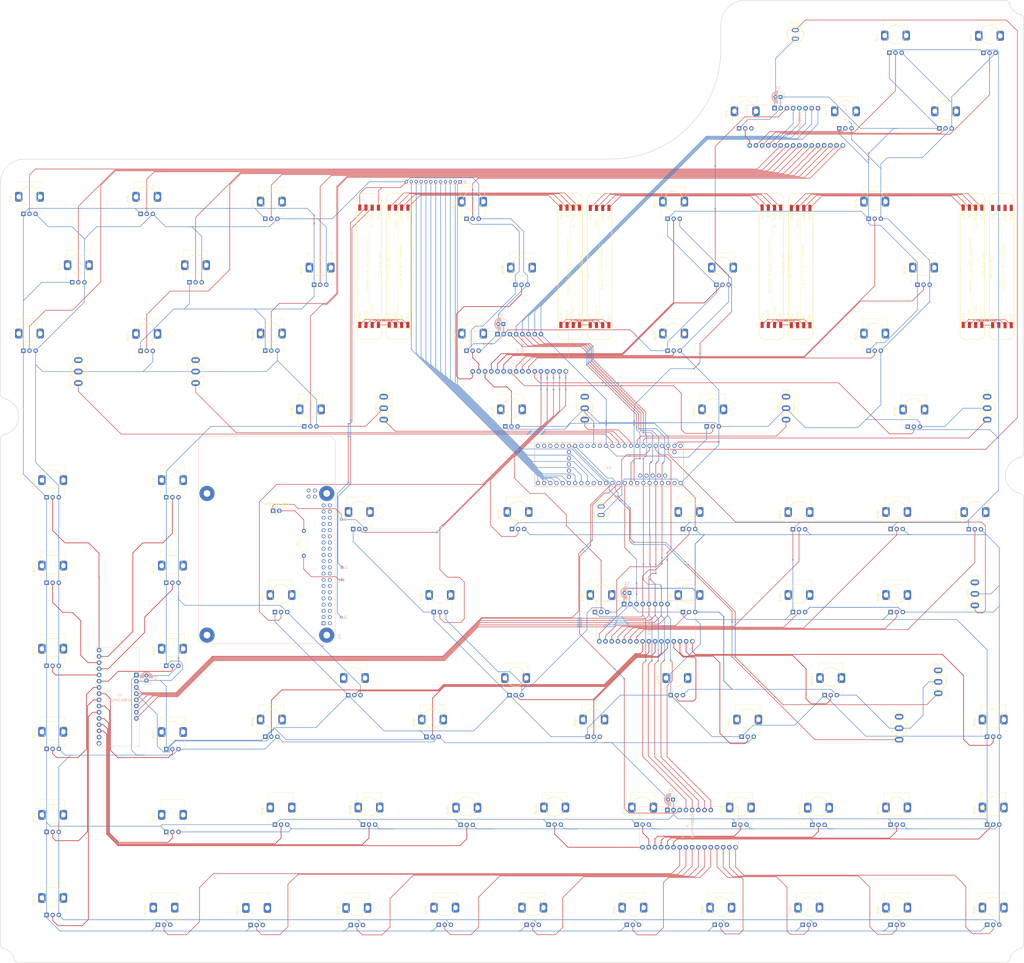
<source format=kicad_pcb>
(kicad_pcb (version 20240108) (generator "pcbnew") (generator_version "8.0")
  (layers (0 "F.Cu" signal) (31 "B.Cu" signal) (34 "B.Paste" user) (35 "F.Paste" user) (36 "B.SilkS" user "B.Silkscreen") (37 "F.SilkS" user "F.Silkscreen") (38 "B.Mask" user) (39 "F.Mask" user) (44 "Edge.Cuts" user))
  (net 0 "")
  (net 1 "3v3")
  (net 2 "GND")
  (net 3 "Net-(U2-I0)")
  (net 4 "Net-(U2-I1)")
  (net 5 "Net-(U2-I2)")
  (net 6 "Net-(U2-I3)")
  (net 7 "Net-(U2-I4)")
  (net 8 "Net-(U2-I5)")
  (net 9 "Net-(U2-I6)")
  (net 10 "Net-(U2-I7)")
  (net 11 "Net-(U2-I8)")
  (net 12 "Net-(U2-I9)")
  (net 13 "Net-(U2-I10)")
  (net 14 "Net-(U2-I11)")
  (net 15 "Net-(U2-I12)")
  (net 16 "Net-(U2-I13)")
  (net 17 "Net-(U2-I14)")
  (net 18 "Net-(U2-I15)")
  (net 19 "Net-(U3-I0)")
  (net 20 "Net-(U3-I1)")
  (net 21 "Net-(U3-I2)")
  (net 22 "Net-(U3-I3)")
  (net 23 "Net-(U3-I4)")
  (net 24 "Net-(U3-I5)")
  (net 25 "Net-(U3-I6)")
  (net 26 "Net-(U3-I7)")
  (net 27 "Net-(U3-I8)")
  (net 28 "Net-(U3-I9)")
  (net 29 "Net-(U3-I10)")
  (net 30 "Net-(U3-I11)")
  (net 31 "Net-(U3-I12)")
  (net 32 "Net-(U3-I13)")
  (net 33 "Net-(U3-I14)")
  (net 34 "Net-(U3-I15)")
  (net 35 "Net-(U4-I0)")
  (net 36 "Net-(U4-I1)")
  (net 37 "Net-(U4-I2)")
  (net 38 "Net-(U4-I3)")
  (net 39 "Net-(U4-I4)")
  (net 40 "Net-(U4-I5)")
  (net 41 "Net-(U4-I6)")
  (net 42 "Net-(U4-I7)")
  (net 43 "Net-(U4-I8)")
  (net 44 "Net-(U4-I9)")
  (net 45 "Net-(U4-I10)")
  (net 46 "Net-(U4-I11)")
  (net 47 "Net-(U4-I12)")
  (net 48 "Net-(U4-I13)")
  (net 49 "Net-(U4-I14)")
  (net 50 "Net-(U4-I15)")
  (net 51 "Net-(U5-I0)")
  (net 52 "Net-(U5-I1)")
  (net 53 "Net-(U5-I2)")
  (net 54 "Net-(U5-I3)")
  (net 55 "Net-(U5-I4)")
  (net 56 "Net-(U5-I5)")
  (net 57 "Net-(U5-I6)")
  (net 58 "Net-(U5-I7)")
  (net 59 "Net-(U5-I8)")
  (net 60 "Net-(U5-I9)")
  (net 61 "Net-(U5-I10)")
  (net 62 "Net-(U5-I11)")
  (net 63 "Net-(U5-I12)")
  (net 64 "Net-(U5-I13)")
  (net 65 "Net-(U6-I14)")
  (net 66 "Net-(U6-I15)")
  (net 67 "Net-(U6-I0)")
  (net 68 "Net-(U6-I1)")
  (net 69 "Net-(U6-I2)")
  (net 70 "Net-(U6-I3)")
  (net 71 "Net-(U6-I4)")
  (net 72 "Net-(U6-I5)")
  (net 73 "Net-(U6-I6)")
  (net 74 "Net-(U6-I7)")
  (net 75 "Net-(U6-I8)")
  (net 76 "Net-(U6-I9)")
  (net 77 "Net-(U6-I10)")
  (net 78 "Net-(U6-I11)")
  (net 79 "Net-(U6-I12)")
  (net 80 "mux5_enable")
  (net 83 "sampler_4")
  (net 85 "sw_high")
  (net 87 "samlper_5")
  (net 90 "sampler_10")
  (net 91 "sampler_1")
  (net 94 "sampler_9")
  (net 95 "mux3_enable")
  (net 96 "mux1_enable")
  (net 97 "sampler_11")
  (net 99 "sw_grain_playback")
  (net 100 "mux2_enable")
  (net 101 "mux4_enable")
  (net 103 "sw_delay_type")
  (net 104 "sampler_6")
  (net 105 "sw_mid")
  (net 107 "sw_eq2")
  (net 109 "mux_s0")
  (net 110 "mux_signal")
  (net 111 "sampler_3")
  (net 113 "sw_grain_type")
  (net 114 "mux_s2")
  (net 115 "mux_s1")
  (net 116 "sw_sub")
  (net 117 "sampler_2")
  (net 118 "btn_delay_taptempo")
  (net 120 "sw_bass")
  (net 122 "sampler_7")
  (net 124 "sampler_stop")
  (net 125 "mux_s3")
  (net 129 "sampler_8")
  (net 131 "sw_eq1")
  (net 144 "taptempo_LED")
  (net 147 "Net-(U1-SHIELD-PadS1)")
  (net 155 "Net-(U1-3V3-Pad1)")
  (net 162 "+5V")
  (net 174 "neopixel_data")
  (net 179 "Net-(taptempo_led1-A)")
  (net 180 "Net-(Neopixel_bass_gain_reduction1-GND-Pad5)")
  (net 182 "Net-(Neopixel_bass_gain_reduction1-VCC-Pad3)")
  (net 183 "Net-(Neopixel_bass_gain_reduction1-GND-Pad8)")
  (net 184 "Net-(Neopixel_bass_gain_reduction1-GND-Pad4)")
  (net 185 "Net-(Neopixel_high_gain_reduction1-DATA_IN)")
  (net 186 "Net-(Neopixel_mid_gain_reduction1-DATA_OUT)")
  (net 187 "Net-(Neopixel_bass_gain_reduction1-GND-Pad1)")
  (net 188 "Net-(Neopixel_bass_out_level1-GND-Pad4)")
  (net 189 "Net-(Neopixel_bass_gain_reduction1-DATA_OUT)")
  (net 190 "Net-(Neopixel_bass_out_level1-GND-Pad1)")
  (net 191 "Net-(Neopixel_bass_out_level1-VCC-Pad3)")
  (net 192 "Net-(Neopixel_bass_out_level1-DATA_OUT)")
  (net 193 "Net-(Neopixel_high_gain_reduction1-GND-Pad8)")
  (net 194 "Net-(Neopixel_bass_gain_reduction1-DATA_IN)")
  (net 195 "Net-(Neopixel_bass_gain_reduction1-VCC-Pad7)")
  (net 196 "Net-(Neopixel_high_gain_reduction1-VCC-Pad7)")
  (net 197 "Net-(Neopixel_high_gain_reduction1-GND-Pad5)")
  (net 198 "Net-(Neopixel_high_gain_reduction1-GND-Pad4)")
  (net 199 "Net-(Neopixel_high_gain_reduction1-GND-Pad1)")
  (net 200 "Net-(Neopixel_mid_gain_reduction1-GND-Pad1)")
  (net 201 "Net-(Neopixel_mid_gain_reduction1-GND-Pad4)")
  (net 202 "Net-(Neopixel_mid_gain_reduction1-VCC-Pad3)")
  (net 203 "Net-(Neopixel_high_gain_reduction1-VCC-Pad3)")
  (net 204 "Net-(Neopixel_high_gain_reduction1-DATA_OUT)")
  (net 209 "Net-(Neopixel_sub_gain_reduction1-GND-Pad4)")
  (net 210 "Net-(Neopixel_sub_gain_reduction1-GND-Pad1)")
  (net 211 "Net-(Neopixel_sub_gain_reduction1-VCC-Pad3)")
  (net 212 "Net-(U6-I13)")
  (net 213 "Net-(Neopixel_sub_gain_reduction1-DATA_OUT)")
  (footprint "Resistor_THT:R_Axial_DIN0207_L6.3mm_D2.5mm_P10.16mm_Horizontal" (layer "F.Cu") (at 158.8 240.06 90)
    (property "Reference" "R1")
    (property "Value" "R 75ohm")
  )
  (footprint "Potentiometer_THT:Potentiometer_Alps_RK09K_Single_Vertical" (layer "F.Cu") (at 437 34.25 90)
    (property "Reference" "RV5")
    (property "Value" "pot_sample_level")
  )
  (footprint "leozorLib:SW_SPDT_red_leozor" (layer "F.Cu") (at 415.07 285.35)
    (property "Reference" "SW10")
    (property "Value" "sw_grain_playback")
  )
  (footprint "Potentiometer_THT:Potentiometer_Alps_RK09K_Single_Vertical" (layer "F.Cu") (at 307.7 156.15 90)
    (property "Reference" "RV33")
    (property "Value" "pot_mid_tresh")
  )
  (footprint "Potentiometer_THT:Potentiometer_Alps_RK09K_Single_Vertical" (layer "F.Cu") (at 307.7 102.15 90)
    (property "Reference" "RV31")
    (property "Value" "pot_mid_atk")
  )
  (footprint "Potentiometer_THT:Potentiometer_Alps_RK09K_Single_Vertical" (layer "F.Cu") (at 399 350.15 90)
    (property "Reference" "RV74")
    (property "Value" "pot_roar_decay")
  )
  (footprint "Potentiometer_THT:Potentiometer_Alps_RK09K_Single_Vertical" (layer "F.Cu") (at 314 263.15 90)
    (property "Reference" "RV52")
    (property "Value" "pot_dly_lowcut_freq")
  )
  (footprint "Potentiometer_THT:Potentiometer_Alps_RK09K_Single_Vertical" (layer "F.Cu") (at 419 65.15 90)
    (property "Reference" "RV4")
    (property "Value" "pot_sample_grain")
  )
  (footprint "leozorLib:Neopixel-8LED" (layer "F.Cu") (at 279.8 121.8 -90)
    (property "Reference" "Neopixel_bass_out_level1")
    (property "Value" "~")
  )
  (footprint "leozorLib:Neopixel-8LED" (layer "F.Cu") (at 432.6 121.5 90)
    (property "Reference" "Neopixel_high_gain_reduction1")
    (property "Value" "~")
  )
  (footprint "Potentiometer_THT:Potentiometer_Alps_RK09K_Single_Vertical" (layer "F.Cu") (at 372 297.15 90)
    (property "Reference" "RV65")
    (property "Value" "pot_grain_highcut")
  )
  (footprint "Potentiometer_THT:Potentiometer_Alps_RK09K_Single_Vertical" (layer "F.Cu") (at 337 65.15 90)
    (property "Reference" "RV1")
    (property "Value" "pot_sample_speed")
  )
  (footprint "Potentiometer_THT:Potentiometer_Alps_RK09K_Single_Vertical" (layer "F.Cu") (at 359 229.25 90)
    (property "Reference" "RV53")
    (property "Value" "pot_dly_highcut_res")
  )
  (footprint "leozorLib:Neopixel-8LED" (layer "F.Cu") (at 362.1 121.8 -90)
    (property "Reference" "Neopixel_mid_out_level1")
    (property "Value" "~")
  )
  (footprint "Potentiometer_THT:Potentiometer_Alps_RK09K_Single_Vertical" (layer "F.Cu") (at 159 187.15 90)
    (property "Reference" "RV26")
    (property "Value" "pot_sub_gain")
  )
  (footprint "Potentiometer_THT:Potentiometer_Alps_RK09K_Single_Vertical" (layer "F.Cu") (at 178 391.25 90)
    (property "Reference" "RV78")
    (property "Value" "pot_verb_decay")
  )
  (footprint "Potentiometer_THT:Potentiometer_Alps_RK09K_Single_Vertical" (layer "F.Cu") (at 314 229.15 90)
    (property "Reference" "RV51")
    (property "Value" "pot_dly_lowcut_res")
  )
  (footprint "Potentiometer_THT:Potentiometer_Alps_RK09K_Single_Vertical" (layer "F.Cu") (at 212 263.15 90)
    (property "Reference" "RV39")
    (property "Value" "pot_dly_lfo_depth")
  )
  (footprint "Potentiometer_THT:Potentiometer_Alps_RK09K_Single_Vertical" (layer "F.Cu") (at 250 391.15 90)
    (property "Reference" "RV80")
    (property "Value" "pot_verb_roomsize")
  )
  (footprint "Potentiometer_THT:Potentiometer_Alps_RK09K_Single_Vertical" (layer "F.Cu") (at 244 229.15 90)
    (property "Reference" "RV49")
    (property "Value" "pot_dly_fbk")
  )
  (footprint "LED_THT:LED_D3.0mm" (layer "F.Cu") (at 146.225 221.7)
    (property "Reference" "taptempo_led1")
    (property "Value" "LED chartreuse 1.8-2V, 20mA")
  )
  (footprint "Potentiometer_THT:Potentiometer_Alps_RK09K_Single_Vertical" (layer "F.Cu") (at 431 229.25 90)
    (property "Reference" "RV57")
    (property "Value" "pot_dly_level")
  )
  (footprint "Potentiometer_THT:Potentiometer_Alps_RK09K_Single_Vertical" (layer "F.Cu") (at 243 297.15 90)
    (property "Reference" "RV61")
    (property "Value" "pot_grain_texture")
  )
  (footprint "Potentiometer_THT:Potentiometer_Alps_RK09K_Single_Vertical" (layer "F.Cu") (at 338 314.15 90)
    (property "Reference" "RV64")
    (property "Value" "pot_grain_shimmer")
  )
  (footprint "Potentiometer_THT:Potentiometer_Alps_RK09K_Single_Vertical" (layer "F.Cu") (at 291 391.15 90)
    (property "Reference" "RV81")
    (property "Value" "pot_verb_bell_res")
  )
  (footprint "Potentiometer_THT:Potentiometer_Alps_RK09K_Single_Vertical" (layer "F.Cu") (at 177 297.15 90)
    (property "Reference" "RV59")
    (property "Value" "pot_grain_fine")
  )
  (footprint "leozorLib:Neopixel-8LED" (layer "F.Cu") (at 444.5 121.8 -90)
    (property "Reference" "Neopixel_high_out_level1")
    (property "Value" "~")
  )
  (footprint "Potentiometer_THT:Potentiometer_Alps_RK09K_Single_Vertical" (layer "F.Cu") (at 163 129.15 90)
    (property "Reference" "RV24")
    (property "Value" "pot_sub_rel")
  )
  (footprint "leozorLib:SW_SPDT_red_leozor" (layer "F.Cu") (at 399.07 304.35)
    (property "Reference" "SW9")
    (property "Value" "sw_grain_type")
  )
  (footprint "Potentiometer_THT:Potentiometer_Alps_RK09K_Single_Vertical" (layer "F.Cu") (at 92 100.15 90)
    (property "Reference" "RV9")
    (property "Value" "pot_eq2_freq")
  )
  (footprint "Potentiometer_THT:Potentiometer_Alps_RK09K_Single_Vertical" (layer "F.Cu") (at 53.5 285.15 90)
    (property "Reference" "RV14")
    (property "Value" "pot_in1_grain")
  )
  (footprint "leozorLib:arcade_service_button_leozor" (layer "F.Cu") (at 280.5 221.7)
    (property "Reference" "SW7")
    (property "Value" "btn_delay_taptempo")
  )
  (footprint "Potentiometer_THT:Potentiometer_Alps_RK09K_Single_Vertical" (layer "F.Cu") (at 359 263.15 90)
    (property "Reference" "RV54")
    (property "Value" "pot_dly_highcut_freq")
  )
  (footprint "Potentiometer_THT:Potentiometer_Alps_RK09K_Single_Vertical" (layer "F.Cu") (at 327.7 129.15 90)
    (property "Reference" "RV32")
    (property "Value" "pot_mid_rel")
  )
  (footprint "Potentiometer_THT:Potentiometer_Alps_RK09K_Single_Vertical" (layer "F.Cu") (at 44 156.15 90)
    (property "Reference" "RV8")
    (property "Value" "pot_eq1_q")
  )
  (footprint "leozorLib:SW_SPDT_red_leozor" (layer "F.Cu") (at 111.07 158.35)
    (property "Reference" "SW1")
    (property "Value" "sw_eq2")
  )
  (footprint "Potentiometer_THT:Potentiometer_Alps_RK09K_Single_Vertical" (layer "F.Cu") (at 143 156.13 90)
    (property "Reference" "RV25")
    (property "Value" "pot_sub_tresh")
  )
  (footprint "Potentiometer_THT:Potentiometer_Alps_RK09K_Single_Vertical" (layer "F.Cu") (at 183 350.15 90)
    (property "Reference" "RV68")
    (property "Value" "pot_roar_lp_freq")
  )
  (footprint "leozorLib:SW_SPDT_red_leozor" (layer "F.Cu") (at 188.07 173.35)
    (property "Reference" "SW3")
    (property "Value" "sw_sub")
  )
  (footprint "leozorLib:SW_SPDT_red_leozor" (layer "F.Cu") (at 63.07 158.35)
    (property "Reference" "SW2")
    (property "Value" "sw_eq1")
  )
  (footprint "Potentiometer_THT:Potentiometer_Alps_RK09K_Single_Vertical" (layer "F.Cu") (at 367 350.25 90)
    (property "Reference" "RV73")
    (property "Value" "pot_roar_roomsize")
  )
  (footprint "Potentiometer_THT:Potentiometer_Alps_RK09K_Single_Vertical" (layer "F.Cu") (at 147 263.15 90)
    (property "Reference" "RV47")
    (property "Value" "pot_dly_lfo_rate")
  )
  (footprint "Potentiometer_THT:Potentiometer_Alps_RK09K_Single_Vertical" (layer "F.Cu") (at 438.5 314.15 90)
    (property "Reference" "RV66")
    (property "Value" "pot_grain_level")
  )
  (footprint "Potentiometer_THT:Potentiometer_Alps_RK09K_Single_Vertical" (layer "F.Cu") (at 53.5 353.15 90)
    (property "Reference" "RV16")
    (property "Value" "pot_in1_reverb")
  )
  (footprint "Potentiometer_THT:Potentiometer_Alps_RK09K_Single_Vertical" (layer "F.Cu") (at 143 314.15 90)
    (property "Reference" "RV58")
    (property "Value" "pot_grain_pitch")
  )
  (footprint "Potentiometer_THT:Potentiometer_Alps_RK09K_Single_Vertical" (layer "F.Cu") (at 44 100.15 90)
    (property "Reference" "RV6")
    (property "Value" "pot_eq1_freq")
  )
  (footprint "leozorLib:Neopixel-8LED" (layer "F.Cu") (at 197.5 121.7 -90)
    (property "Reference" "Neopixel_sub_out_level1")
    (property "Value" "~")
  )
  (footprint "Potentiometer_THT:Potentiometer_Alps_RK09K_Single_Vertical" (layer "F.Cu") (at 143 102.15 90)
    (property "Reference" "RV23")
    (property "Value" "pot_sub_atk")
  )
  (footprint "Potentiometer_THT:Potentiometer_Alps_RK09K_Single_Vertical" (layer "F.Cu") (at 323.7 187.15 90)
    (property "Reference" "RV34")
    (property "Value" "pot_mid_gain")
  )
  (footprint "Potentiometer_THT:Potentiometer_Alps_RK09K_Single_Vertical" (layer "F.Cu") (at 259 350.15 90)
    (property "Reference" "RV70")
    (property "Value" "pot_roar_emph_freq")
  )
  (footprint "Potentiometer_THT:Potentiometer_Alps_RK09K_Single_Vertical" (layer "F.Cu") (at 53.5 387.15 90)
    (property "Reference" "RV17")
    (property "Value" "pot_in1_auxsend")
  )
  (footprint "Potentiometer_THT:Potentiometer_Alps_RK09K_Single_Vertical" (layer "F.Cu") (at 275 314.15 90)
    (property "Reference" "RV62")
    (property "Value" "pot_grain_stretch")
  )
  (footprint "leozorLib:arcade_service_button_leozor" (layer "F.Cu") (at 360 26.7)
    (property "Reference" "SW11")
    (property "Value" "btn_sampler_stop")
  )
  (footprint "Potentiometer_THT:Potentiometer_Alps_RK09K_Single_Vertical" (layer "F.Cu") (at 278 263.15 90)
    (property "Reference" "RV50")
    (property "Value" "pot_dly_sample_rate")
  )
  (footprint "Potentiometer_THT:Potentiometer_Alps_RK09K_Single_Vertical" (layer "F.Cu") (at 363 391.15 90)
    (property "Reference" "RV83")
    (property "Value" "pot_verb_lfo_depth")
  )
  (footprint "Potentiometer_THT:Potentiometer_Alps_RK09K_Single_Vertical" (layer "F.Cu") (at 223 350.25 90)
    (property "Reference" "RV69")
    (property "Value" "pot_roar_fold")
  )
  (footprint "Potentiometer_THT:Potentiometer_Alps_RK09K_Single_Vertical" (layer "F.Cu") (at 53.5 251.15 90)
    (property "Reference" "RV13")
    (property "Value" "pot_in1_delay")
  )
  (footprint "leozorLib:Neopixel-8LED" (layer "F.Cu") (at 185.6 121.5 90)
    (property "Reference" "Neopixel_sub_gain_reduction1")
    (property "Value" "~")
  )
  (footprint "Potentiometer_THT:Potentiometer_Alps_RK09K_Single_Vertical" (layer "F.Cu") (at 245.4 129.15 90)
    (property "Reference" "RV28")
    (property "Value" "pot_bass_rel")
  )
  (footprint "Potentiometer_THT:Potentiometer_Alps_RK09K_Single_Vertical" (layer "F.Cu") (at 327 391.15 90)
    (property "Reference" "RV82")
    (property "Value" "pot_verb_bell_freq")
  )
  (footprint "Potentiometer_THT:Potentiometer_Alps_RK09K_Single_Vertical" (layer "F.Cu") (at 378 65.15 90)
    (property "Reference" "RV2")
    (property "Value" "pot_sample_reverb")
  )
  (footprint "Potentiometer_THT:Potentiometer_Alps_RK09K_Single_Vertical" (layer "F.Cu") (at 295 350.15 90)
    (property "Reference" "RV71")
    (property "Value" "pot_roar_emph_gain")
  )
  (footprint "Potentiometer_THT:Potentiometer_Alps_RK09K_Single_Vertical" (layer "F.Cu") (at 102.5 216.15 90)
    (property "Reference" "RV18")
    (property "Value" "pot_in2_gain")
  )
  (footprint "Potentiometer_THT:Potentiometer_Alps_RK09K_Single_Vertical" (layer "F.Cu") (at 112 128.15 90)
    (property "Reference" "RV10")
    (property "Value" "pot_eq2_gain")
  )
  (footprint "leozorLib:SW_SPDT_red_leozor" (layer "F.Cu") (at 352.77 173.35)
    (property "Reference" "SW5")
    (property "Value" "sw_mid")
  )
  (footprint "leozorLib:SW_SPDT_red_leozor" (layer "F.Cu") (at 430.07 249.35)
    (property "Reference" "SW8")
    (property "Value" "sw_delay_type")
  )
  (footprint "Potentiometer_THT:Potentiometer_Alps_RK09K_Single_Vertical" (layer "F.Cu") (at 214 391.15 90)
    (property "Reference" "RV79")
    (property "Value" "pot_verb_predelay")
  )
  (footprint "Potentiometer_THT:Potentiometer_Alps_RK09K_Single_Vertical" (layer "F.Cu") (at 102.5 353.15 90)
    (property "Reference" "RV22")
    (property "Value" "pot_in2_reverb")
  )
  (footprint "Potentiometer_THT:Potentiometer_Alps_RK09K_Single_Vertical" (layer "F.Cu") (at 438.5 350.15 90)
    (property "Reference" "RV75")
    (property "Value" "pot_roar_level")
  )
  (footprint "leozorLib:Neopixel-8LED" (layer "F.Cu") (at 350.3 121.5 90)
    (property "Reference" "Neopixel_mid_gain_reduction1")
    (property "Value" "~")
  )
  (footprint "leozorLib:Neopixel-8LED" (layer "F.Cu") (at 267.9 121.5 90)
    (property "Reference" "Neopixel_bass_gain_reduction1")
    (property "Value" "~")
  )
  (footprint "Potentiometer_THT:Potentiometer_Alps_RK09K_Single_Vertical" (layer "F.Cu") (at 137 391.25 90)
    (property "Reference" "RV77")
    (property "Value" "pot_verb_hc")
  )
  (footprint "Potentiometer_THT:Potentiometer_Alps_RK09K_Single_Vertical" (layer "F.Cu") (at 99.1 391.15 90)
    (property "Reference" "RV76")
    (property "Value" "pot_verb_lc")
  )
  (footprint "Potentiometer_THT:Potentiometer_Alps_RK09K_Single_Vertical" (layer "F.Cu") (at 102.5 251.15 90)
    (property "Reference" "RV19")
    (property "Value" "pot_in2_delay")
  )
  (footprint "Potentiometer_THT:Potentiometer_Alps_RK09K_Single_Vertical" (layer "F.Cu") (at 399 229.15 90)
    (property "Reference" "RV55")
    (property "Value" "pot_dly_stereo")
  )
  (footprint "Potentiometer_THT:Potentiometer_Alps_RK09K_Single_Vertical" (layer "F.Cu") (at 53.5 319.15 90)
    (property "Reference" "RV15")
    (property "Value" "pot_in1_subroar")
  )
  (footprint "Potentiometer_THT:Potentiometer_Alps_RK09K_Single_Vertical" (layer "F.Cu") (at 179 229.15 90)
    (property "Reference" "RV48")
    (property "Value" "pot_dly_time")
  )
  (footprint "Potentiometer_THT:Potentiometer_Alps_RK09K_Single_Vertical" (layer "F.Cu") (at 335 350.15 90)
    (property "Reference" "RV72")
    (property "Value" "pot_roar_verb_mix")
  )
  (footprint "Potentiometer_THT:Potentiometer_Alps_RK09K_Single_Vertical" (layer "F.Cu") (at 309 297.15 90)
    (property "Reference" "RV63")
    (property "Value" "pot_grain_fbk")
  )
  (footprint "Potentiometer_THT:Potentiometer_Alps_RK09K_Single_Vertical" (layer "F.Cu") (at 92 156.25 90)
    (property "Reference" "RV11")
    (property "Value" "pot_eq2_q")
  )
  (footprint "Potentiometer_THT:Potentiometer_Alps_RK09K_Single_Vertical" (layer "F.Cu") (at 225.4 102.15 90)
    (property "Reference" "RV27")
    (property "Value" "pot_bass_atk")
  )
  (footprint "Potentiometer_THT:Potentiometer_Alps_RK09K_Single_Vertical" (layer "F.Cu") (at 399 391.15 90)
    (property "Reference" "RV84")
    (property "Value" "pot_verb_lfo_rate")
  )
  (footprint "Potentiometer_THT:Potentiometer_Alps_RK09K_Single_Vertical" (layer "F.Cu") (at 406 187.25 90)
    (property "Reference" "RV38")
    (property "Value" "pot_high_gain")
  )
  (footprint "Potentiometer_THT:Potentiometer_Alps_RK09K_Single_Vertical" (layer "F.Cu") (at 64 128.15 90)
    (property "Reference" "RV7")
    (property "Value" "pot_eq1_gain")
  )
  (footprint "Potentiometer_THT:Potentiometer_Alps_RK09K_Single_Vertical" (layer "F.Cu") (at 390 156.15 90)
    (property "Reference" "RV37")
    (property "Value" "pot_high_tresh")
  )
  (footprint "Potentiometer_THT:Potentiometer_Alps_RK09K_Single_Vertical" (layer "F.Cu") (at 398.5 34.15 90)
    (property "Reference" "RV3")
    (property "Value" "pot_sample_delay")
  )
  (footprint "Potentiometer_THT:Potentiometer_Alps_RK09K_Single_Vertical" (layer "F.Cu") (at 410 129.15 90)
    (property "Reference" "RV36")
    (property "Value" "pot_high_rel")
  )
  (footprint "Potentiometer_THT:Potentiometer_Alps_RK09K_Single_Vertical" (layer "F.Cu") (at 390 102.15 90)
    (property "Reference" "RV35")
    (property "Value" "pot_high_atk")
  )
  (footprint "Potentiometer_THT:Potentiometer_Alps_RK09K_Single_Vertical" (layer "F.Cu") (at 147 350.15 90)
    (property "Reference" "RV67")
    (property "Value" "pot_roar_in_gain")
  )
  (footprint "Potentiometer_THT:Potentiometer_Alps_RK09K_Single_Vertical" (layer "F.Cu") (at 438.5 391.15 90)
    (property "Reference" "RV85")
    (property "Value" "pot_verb_level")
  )
  (footprint "Potentiometer_THT:Potentiometer_Alps_RK09K_Single_Vertical" (layer "F.Cu") (at 225.4 156.15 90)
    (property "Reference" "RV29")
    (property "Value" "pot_bass_tresh")
  )
  (footprint "Potentiometer_THT:Potentiometer_Alps_RK09K_Single_Vertical" (layer "F.Cu") (at 102.5 319.25 90)
    (property "Reference" "RV21")
    (property "Value" "pot_in2_subroar")
  )
  (footprint "Potentiometer_THT:Potentiometer_Alps_RK09K_Single_Vertical" (layer "F.Cu") (at 399 263.15 90)
    (property "Reference" "RV56")
    (property "Value" "pot_dly_noise")
  )
  (footprint "leozorLib:SW_SPDT_red_leozor" (layer "F.Cu") (at 270.37 173.35)
    (property "Reference" "SW4")
    (property "Value" "sw_bass")
  )
  (footprint "leozorLib:SW_SPDT_red_leozor" (layer "F.Cu") (at 435.103202 173.350197)
    (property "Reference" "SW6")
    (property "Value" "sw_high")
  )
  (footprint "Potentiometer_THT:Potentiometer_Alps_RK09K_Single_Vertical" (layer "F.Cu") (at 241.3 187.15 90)
    (property "Reference" "RV30")
    (property "Value" "pot_bass_gain")
  )
  (footprint "Potentiometer_THT:Potentiometer_Alps_RK09K_Single_Vertical" (layer "F.Cu") (at 53.5 216.15 90)
    (property "Reference" "RV12")
    (property "Value" "pot_in1_gain")
  )
  (footprint "Potentiometer_THT:Potentiometer_Alps_RK09K_Single_Vertical" (layer "F.Cu") (at 102.5 285.15 90)
    (property "Reference" "RV20")
    (property "Value" "pot_in2_grain")
  )
  (footprint "Potentiometer_THT:Potentiometer_Alps_RK09K_Single_Vertical" (layer "F.Cu") (at 209 314.15 90)
    (property "Reference" "RV60")
    (property "Value" "pot_grain_size")
  )
  (footprint "Connector_PinHeader_1.00mm:PinHeader_1x01_P1.00mm_Vertical" (layer "B.Cu") (at 174.487699 244.8 90)
    (property "Reference" "J1")
    (property "Value" "neopixel_data_RPI19_GPIO10")
  )
  (footprint "Connector_PinHeader_1.00mm:PinHeader_1x01_P1.00mm_Vertical" (layer "B.Cu") (at 174.200199 225.233202 90)
    (property "Reference" "J4")
    (property "Value" "GND_RPI34")
  )
  (footprint "Connector_PinHeader_2.00mm:PinHeader_1x12_P2.00mm_Vertical" (layer "B.Cu") (at 222.8 87 90)
    (property "Reference" "J5")
    (property "Value" "Conn_01x12")
  )
  (footprint "Capacitor_THT:CP_Radial_D5.0mm_P2.00mm" (layer "B.Cu") (at 94.4 291.155113 90)
    (property "Reference" "C4")
    (property "Value" "C_Small")
  )
  (footprint "TEENSY_4.1:TEENSY41" (layer "B.Cu") (at 307.97 210.35 180)
    (property "Reference" "IC1")
    (property "Value" "TEENSY_4.1")
  )
  (footprint "leozorLib:Breakout_HC4067_PTH_Only" (layer "B.Cu") (at 83.23 298.13)
    (property "Reference" "U5")
    (property "Value" "CD74HC4067M")
  )
  (footprint "RASPBERRY_PI_4B_4GB:MODULE_RASPBERRY_PI_4B_4GB" (layer "B.Cu") (at 143.67 233.59 90)
    (property "Reference" "U1")
    (property "Value" "RASPBERRY_PI_4B_4GB")
  )
  (footprint "leozorLib:Breakout_HC4067_PTH_Only" (layer "B.Cu") (at 299.12 266.895 90)
    (property "Reference" "U4")
    (property "Value" "CD74HC4067M")
  )
  (footprint "Capacitor_THT:CP_Radial_D5.0mm_P2.00mm" (layer "B.Cu") (at 240.455113 145.2 180)
    (property "Reference" "C5")
    (property "Value" "C_Small")
  )
  (footprint "leozorLib:Breakout_HC4067_PTH_Only" (layer "B.Cu") (at 360.715113 63.9 90)
    (property "Reference" "U2")
    (property "Value" "CD74HC4067M")
  )
  (footprint "Capacitor_THT:CP_Radial_D5.0mm_P2.00mm" (layer "B.Cu") (at 292.1 255.3 180)
    (property "Reference" "C3")
    (property "Value" "C_Small")
  )
  (footprint "Connector_PinHeader_1.00mm:PinHeader_1x01_P1.00mm_Vertical" (layer "B.Cu") (at 174.2 265.2 90)
    (property "Reference" "J3")
    (property "Value" "5V_RPI2_OR_4")
  )
  (footprint "leozorLib:Breakout_HC4067_PTH_Only" (layer "B.Cu") (at 247.3 156.4 90)
    (property "Reference" "U3")
    (property "Value" "CD74HC4067M")
  )
  (footprint "leozorLib:Breakout_HC4067_PTH_Only" (layer "B.Cu") (at 316.82 351.195 90)
    (property "Reference" "U6")
    (property "Value" "CD74HC4067M")
  )
  (footprint "Capacitor_THT:CP_Radial_D5.0mm_P2.00mm" (layer "B.Cu") (at 309.955113 339.9 180)
    (property "Reference" "C2")
    (property "Value" "C_Small")
  )
  (footprint "Capacitor_THT:CP_Radial_D5.0mm_P2.00mm" (layer "B.Cu") (at 353.9 52.3 180)
    (property "Reference" "C1")
    (property "Value" "C_Small")
  )
  (footprint "Connector_PinHeader_1.00mm:PinHeader_1x01_P1.00mm_Vertical" (layer "B.Cu") (at 174.6 250 -90)
    (property "Reference" "J2")
    (property "Value" "taptempo_led_RPI16_GPIO23")
  )
  (gr_line (start 202.533203 149.2002) (end 202.533203 94.2002) (stroke (width 0.2)) (layer "F.SilkS"))
  (gr_line (start 355.199869 149.2002) (end 355.199869 94.200195) (stroke (width 0.2)) (layer "F.SilkS"))
  (gr_circle (center 421.533206 57.700195) (end 425.433206 57.700195) (stroke (width 0.2)) (fill none) (layer "F.SilkS"))
  (gr_arc (start 282.3664 91.700195) (mid 284.127745 92.425946) (end 284.866536 94.181861) (stroke (width 0.2)) (layer "F.SilkS"))
  (gr_line (start 347.6999 151.700196) (end 352.699869 151.700196) (stroke (width 0.2)) (layer "F.SilkS"))
  (gr_circle (center 330.199869 121.700196) (end 334.099869 121.700196) (stroke (width 0.2)) (fill none) (layer "F.SilkS"))
  (gr_arc (start 265.3665 151.700196) (mid 263.59877 150.967957) (end 262.866536 149.200196) (stroke (width 0.2)) (layer "F.SilkS"))
  (gr_arc (start 437.533202 149.2002) (mid 436.802735 150.9662) (end 435.038199 151.700196) (stroke (width 0.2)) (layer "F.SilkS"))
  (gr_circle (center 191.533203 179.700197) (end 194.783203 179.700197) (stroke (width 0.2)) (fill none) (layer "F.SilkS"))
  (gr_circle (center 56.033201 277.700198) (end 59.933201 277.700198) (stroke (width 0.2)) (fill none) (layer "F.SilkS"))
  (gr_circle (center 245.533203 289.700198) (end 249.433203 289.700198) (stroke (width 0.2)) (fill none) (layer "F.SilkS"))
  (gr_circle (center 361.5 221.699999) (end 365.4 221.699999) (stroke (width 0.2)) (fill none) (layer "F.SilkS"))
  (gr_circle (center 361.5 255.7) (end 365.4 255.7) (stroke (width 0.2)) (fill none) (layer "F.SilkS"))
  (gr_line (start 192.533203 94.2002) (end 192.533203 149.2002) (stroke (width 0.2)) (layer "F.SilkS"))
  (gr_arc (start 202.533203 149.2002) (mid 201.802904 150.966032) (end 200.038677 151.700196) (stroke (width 0.2)) (layer "F.SilkS"))
  (gr_circle (center 392.533202 148.700196) (end 396.433202 148.700196) (stroke (width 0.2)) (fill none) (layer "F.SilkS"))
  (gr_arc (start 352.6999 91.700195) (mid 354.467633 92.432434) (end 355.199869 94.200195) (stroke (width 0.2)) (layer "F.SilkS"))
  (gr_line (start 183.033203 91.700195) (end 188.0332 91.700195) (stroke (width 0.2)) (layer "F.SilkS"))
  (gr_circle (center 441.033204 306.700198) (end 444.933204 306.700198) (stroke (width 0.2)) (fill none) (layer "F.SilkS"))
  (gr_circle (center 179.533203 289.700198) (end 183.433203 289.700198) (stroke (width 0.2)) (fill none) (layer "F.SilkS"))
  (gr_arc (start 355.199869 149.2002) (mid 354.467634 150.967956) (end 352.699869 151.700196) (stroke (width 0.2)) (layer "F.SilkS"))
  (gr_circle (center 433.533206 255.700198) (end 436.783206 255.700198) (stroke (width 0.2)) (fill none) (layer "F.SilkS"))
  (gr_circle (center 181.533203 221.700197) (end 185.433203 221.700197) (stroke (width 0.2)) (fill none) (layer "F.SilkS"))
  (gr_line (start 435.0332 91.700195) (end 430.033202 91.700195) (stroke (width 0.2)) (layer "F.SilkS"))
  (gr_line (start 359.7 151.700196) (end 364.69987 151.700196) (stroke (width 0.2)) (layer "F.SilkS"))
  (gr_circle (center 311.533203 289.700198) (end 315.433203 289.700198) (stroke (width 0.2)) (fill none) (layer "F.SilkS"))
  (gr_circle (center 147.533202 221.700197) (end 149.033202 221.700197) (stroke (width 0.2)) (fill none) (layer "F.SilkS"))
  (gr_line (start 200.0332 91.700195) (end 195.033203 91.700195) (stroke (width 0.2)) (layer "F.SilkS"))
  (gr_circle (center 94.533201 148.700196) (end 98.433201 148.700196) (stroke (width 0.2)) (fill none) (layer "F.SilkS"))
  (gr_arc (start 180.533203 94.2002) (mid 181.265436 92.432434) (end 183.033203 91.700195) (stroke (width 0.2)) (layer "F.SilkS"))
  (gr_arc (start 272.866536 149.2002) (mid 272.134299 150.967944) (end 270.366536 151.700196) (stroke (width 0.2)) (layer "F.SilkS"))
  (gr_circle (center 56.033201 243.700198) (end 59.933201 243.700198) (stroke (width 0.2)) (fill none) (layer "F.SilkS"))
  (gr_arc (start 364.6999 91.700195) (mid 366.467633 92.432434) (end 367.19987 94.200195) (stroke (width 0.2)) (layer "F.SilkS"))
  (gr_circle (center 225.533203 342.700199) (end 229.433203 342.700199) (stroke (width 0.2)) (fill none) (layer "F.SilkS"))
  (gr_arc (start 192.533203 94.2002) (mid 193.265436 92.432434) (end 195.033203 91.700195) (stroke (width 0.2)) (layer "F.SilkS"))
  (gr_line (start 437.533202 149.2002) (end 437.533202 94.2002) (stroke (width 0.2)) (layer "F.SilkS"))
  (gr_line (start 364.6999 91.700195) (end 359.688499 91.700195) (stroke (width 0.2)) (layer "F.SilkS"))
  (gr_line (start 262.866536 94.2003) (end 262.866536 149.200196) (stroke (width 0.2)) (layer "F.SilkS"))
  (gr_circle (center 145.533202 306.700198) (end 149.433202 306.700198) (stroke (width 0.2)) (fill none) (layer "F.SilkS"))
  (gr_circle (center 227.866535 148.700196) (end 231.766535 148.700196) (stroke (width 0.2)) (fill none) (layer "F.SilkS"))
  (gr_line (start 270.3664 91.700195) (end 265.349425 91.700195) (stroke (width 0.2)) (layer "F.SilkS"))
  (gr_circle (center 145.533202 94.700195) (end 149.433202 94.700195) (stroke (width 0.2)) (fill none) (layer "F.SilkS"))
  (gr_line (start 277.3665 151.700196) (end 282.366536 151.700196) (stroke (width 0.2)) (layer "F.SilkS"))
  (gr_line (start 447.0332 91.700195) (end 442.033202 91.700195) (stroke (width 0.2)) (layer "F.SilkS"))
  (gr_circle (center 46.533201 148.700196) (end 50.433201 148.700196) (stroke (width 0.2)) (fill none) (layer "F.SilkS"))
  (gr_circle (center 261.533204 342.700199) (end 265.433204 342.700199) (stroke (width 0.2)) (fill none) (layer "F.SilkS"))
  (gr_line (start 272.866536 149.2002) (end 272.866536 94.181861) (stroke (width 0.2)) (layer "F.SilkS"))
  (gr_arc (start 270.3664 91.700195) (mid 272.127745 92.425946) (end 272.866536 94.181861) (stroke (width 0.2)) (layer "F.SilkS"))
  (gr_circle (center 401.033206 26.700194) (end 404.933206 26.700194) (stroke (width 0.2)) (fill none) (layer "F.SilkS"))
  (gr_line (start 274.866536 94.2002) (end 274.866536 149.200196) (stroke (width 0.2)) (layer "F.SilkS"))
  (gr_circle (center 227.866535 94.700195) (end 231.766535 94.700195) (stroke (width 0.2)) (fill none) (layer "F.SilkS"))
  (gr_line (start 352.6999 91.700195) (end 347.688499 91.700195) (stroke (width 0.2)) (layer "F.SilkS"))
  (gr_circle (center 149.533202 255.700198) (end 153.433202 255.700198) (stroke (width 0.2)) (fill none) (layer "F.SilkS"))
  (gr_arc (start 190.533203 149.2002) (mid 189.799032 150.969904) (end 188.027723 151.700196) (stroke (width 0.2)) (layer "F.SilkS"))
  (gr_circle (center 326.199869 179.700197) (end 330.099869 179.700197) (stroke (width 0.2)) (fill none) (layer "F.SilkS"))
  (gr_arc (start 262.866536 94.2003) (mid 263.59272 92.438535) (end 265.349425 91.700195) (stroke (width 0.2)) (layer "F.SilkS"))
  (gr_arc (start 195.0332 151.700196) (mid 193.265436 150.967964) (end 192.533203 149.2002) (stroke (width 0.2)) (layer "F.SilkS"))
  (gr_circle (center 293.533204 383.7002) (end 297.433204 383.7002) (stroke (width 0.2)) (fill none) (layer "F.SilkS"))
  (gr_line (start 427.533202 94.2002) (end 427.533202 149.2002) (stroke (width 0.2)) (layer "F.SilkS"))
  (gr_circle (center 105.033202 311.700199) (end 108.933202 311.700199) (stroke (width 0.2)) (fill none) (layer "F.SilkS"))
  (gr_circle (center 280.533204 255.700198) (end 284.433204 255.700198) (stroke (width 0.2)) (fill none) (layer "F.SilkS"))
  (gr_circle (center 56.033201 345.700199) (end 59.933201 345.700199) (stroke (width 0.2)) (fill none) (layer "F.SilkS"))
  (gr_circle (center 401.533206 221.700197) (end 405.433206 221.700197) (stroke (width 0.2)) (fill none) (layer "F.SilkS"))
  (gr_circle (center 105.033202 243.700198) (end 108.933202 243.700198) (stroke (width 0.2)) (fill none) (layer "F.SilkS"))
  (gr_circle (center 114.533201 120.700196) (end 118.433201 120.700196) (stroke (width 0.2)) (fill none) (layer "F.SilkS"))
  (gr_circle (center 214.533203 255.700198) (end 218.433203 255.700198) (stroke (width 0.2)) (fill none) (layer "F.SilkS"))
  (gr_line (start 357.199869 94.2002) (end 357.199869 149.218127) (stroke (width 0.2)) (layer "F.SilkS"))
  (gr_circle (center 310.199869 148.700196) (end 314.099869 148.700196) (stroke (width 0.2)) (fill none) (layer "F.SilkS"))
  (gr_circle (center 401.533206 255.700198) (end 405.433206 255.700198) (stroke (width 0.2)) (fill none) (layer "F.SilkS"))
  (gr_arc (start 427.533202 94.2002) (mid 428.265435 92.432434) (end 430.033202 91.700195) (stroke (width 0.2)) (layer "F.SilkS"))
  (gr_circle (center 165.533202 121.700196) (end 169.433202 121.700196) (stroke (width 0.2)) (fill none) (layer "F.SilkS"))
  (gr_line (start 190.533203 94.2002) (end 190.533203 149.2002) (stroke (width 0.2)) (layer "F.SilkS"))
  (gr_circle (center 441.033204 383.700199) (end 444.933204 383.700199) (stroke (width 0.2)) (fill none) (layer "F.SilkS"))
  (gr_circle (center 56.033201 379.7002) (end 59.933201 379.7002) (stroke (width 0.2)) (fill none) (layer "F.SilkS"))
  (gr_arc (start 188.0332 91.700195) (mid 189.80097 92.43243) (end 190.533203 94.2002) (stroke (width 0.2)) (layer "F.SilkS"))
  (gr_circle (center 392.533202 94.700195) (end 396.433202 94.700195) (stroke (width 0.2)) (fill none) (layer "F.SilkS"))
  (gr_circle (center 246.533204 221.700197) (end 250.433204 221.700197) (stroke (width 0.2)) (fill none) (layer "F.SilkS"))
  (gr_circle (center 105.033202 277.700198) (end 108.933202 277.700198) (stroke (width 0.2)) (fill none) (layer "F.SilkS"))
  (gr_circle (center 316.533205 255.700198) (end 320.433205 255.700198) (stroke (width 0.2)) (fill none) (layer "F.SilkS"))
  (gr_circle (center 401.533206 342.700199) (end 405.433206 342.700199) (stroke (width 0.2)) (fill none) (layer "F.SilkS"))
  (gr_arc (start 359.7 151.700196) (mid 357.938515 150.974303) (end 357.199869 149.218127) (stroke (width 0.2)) (layer "F.SilkS"))
  (gr_circle (center 316.533205 221.700197) (end 320.433205 221.700197) (stroke (width 0.2)) (fill none) (layer "F.SilkS"))
  (gr_circle (center 114.533201 164.700196) (end 117.783201 164.700196) (stroke (width 0.2)) (fill none) (layer "F.SilkS"))
  (gr_circle (center 310.199869 94.700195) (end 314.099869 94.700195) (stroke (width 0.2)) (fill none) (layer "F.SilkS"))
  (gr_circle (center 365.533205 383.7002) (end 369.433205 383.7002) (stroke (width 0.2)) (fill none) (layer "F.SilkS"))
  (gr_circle (center 247.866536 121.700196) (end 251.766536 121.700196) (stroke (width 0.2)) (fill none) (layer "F.SilkS"))
  (gr_arc (start 284.866536 149.2002) (mid 284.134299 150.967944) (end 282.366536 151.700196) (stroke (width 0.2)) (layer "F.SilkS"))
  (gr_circle (center 94.533201 92.700195) (end 98.433201 92.700195) (stroke (width 0.2)) (fill none) (layer "F.SilkS"))
  (gr_circle (center 402.533206 310.700199) (end 405.783206 310.700199) (stroke (width 0.2)) (fill none) (layer "F.SilkS"))
  (gr_arc (start 200.0332 91.700195) (mid 201.80097 92.43243) (end 202.533203 94.2002) (stroke (width 0.2)) (layer "F.SilkS"))
  (gr_line (start 439.533202 94.2002) (end 439.533202 149.2002) (stroke (width 0.2)) (layer "F.SilkS"))
  (gr_circle (center 418.533206 291.700198) (end 421.783206 291.700198) (stroke (width 0.2)) (fill none) (layer "F.SilkS"))
  (gr_circle (center 356.199869 179.700197) (end 359.449869 179.700197) (stroke (width 0.2)) (fill none) (layer "F.SilkS"))
  (gr_circle (center 273.866536 179.700197) (end 277.116536 179.700197) (stroke (width 0.2)) (fill none) (layer "F.SilkS"))
  (gr_arc (start 439.533202 94.2002) (mid 440.265435 92.432434) (end 442.033202 91.700195) (stroke (width 0.2)) (layer "F.SilkS"))
  (gr_circle (center 185.533203 342.700199) (end 189.433203 342.700199) (stroke (width 0.2)) (fill none) (layer "F.SilkS"))
  (gr_circle (center 180.533203 383.7002) (end 184.433203 383.7002) (stroke (width 0.2)) (fill none) (layer "F.SilkS"))
  (gr_circle (center 439.533207 26.700194) (end 443.433207 26.700194) (stroke (width 0.2)) (fill none) (layer "F.SilkS"))
  (gr_circle (center 408.533202 179.700197) (end 412.433202 179.700197) (stroke (width 0.2)) (fill none) (layer "F.SilkS"))
  (gr_line (start 367.19987 149.2002) (end 367.19987 94.200195) (stroke (width 0.2)) (layer "F.SilkS"))
  (gr_circle (center 252.533204 383.7002) (end 256.433204 383.7002) (stroke (width 0.2)) (fill none) (layer "F.SilkS"))
  (gr_circle (center 433.533206 221.700197) (end 437.433206 221.700197) (stroke (width 0.2)) (fill none) (layer "F.SilkS"))
  (gr_arc (start 357.199869 94.2002) (mid 357.928085 92.436447) (end 359.688499 91.700195) (stroke (width 0.2)) (layer "F.SilkS"))
  (gr_line (start 180.533203 149.2002) (end 180.533203 94.2002) (stroke (width 0.2)) (layer "F.SilkS"))
  (gr_line (start 188.027723 151.700196) (end 183.0332 151.700196) (stroke (width 0.2)) (layer "F.SilkS"))
  (gr_line (start 345.199869 94.2002) (end 345.199869 149.218127) (stroke (width 0.2)) (layer "F.SilkS"))
  (gr_circle (center 277.533202 306.700198) (end 281.433202 306.700198) (stroke (width 0.2)) (fill none) (layer "F.SilkS"))
  (gr_circle (center 374.533203 289.700198) (end 378.433203 289.700198) (stroke (width 0.2)) (fill none) (layer "F.SilkS"))
  (gr_arc (start 347.6999 151.700196) (mid 345.938479 150.974268) (end 345.199869 149.218127) (stroke (width 0.2)) (layer "F.SilkS"))
  (gr_circle (center 56.033201 208.700197) (end 59.933201 208.700197) (stroke (width 0.2)) (fill none) (layer "F.SilkS"))
  (gr_line (start 284.866536 149.2002) (end 284.866536 94.181861) (stroke (width 0.2)) (layer "F.SilkS"))
  (gr_line (start 449.533203 149.2002) (end 449.533203 94.2002) (stroke (width 0.2)) (layer "F.SilkS"))
  (gr_circle (center 66.533201 120.700196) (end 70.433201 120.700196) (stroke (width 0.2)) (fill none) (layer "F.SilkS"))
  (gr_circle (center 380.533206 57.700195) (end 384.433206 57.700195) (stroke (width 0.2)) (fill none) (layer "F.SilkS"))
  (gr_arc (start 345.199869 94.2002) (mid 345.928085 92.436447) (end 347.688499 91.700195) (stroke (width 0.2)) (layer "F.SilkS"))
  (gr_arc (start 183.0332 151.700196) (mid 181.265436 150.967964) (end 180.533203 149.2002) (stroke (width 0.2)) (layer "F.SilkS"))
  (gr_arc (start 449.533203 149.2002) (mid 448.802904 150.966032) (end 447.038677 151.700196) (stroke (width 0.2)) (layer "F.SilkS"))
  (gr_circle (center 297.533204 342.700199) (end 301.433204 342.700199) (stroke (width 0.2)) (fill none) (layer "F.SilkS"))
  (gr_circle (center 369.533205 342.700199) (end 373.433205 342.700199) (stroke (width 0.2)) (fill none) (layer "F.SilkS"))
  (gr_circle (center 438.533202 179.700197) (end 441.783202 179.700197) (stroke (width 0.2)) (fill none) (layer "F.SilkS"))
  (gr_line (start 265.3665 151.700196) (end 270.366536 151.700196) (stroke (width 0.2)) (layer "F.SilkS"))
  (gr_line (start 442.0332 151.700196) (end 447.038677 151.700196) (stroke (width 0.2)) (layer "F.SilkS"))
  (gr_circle (center 339.533205 57.700195) (end 343.433205 57.700195) (stroke (width 0.2)) (fill none) (layer "F.SilkS"))
  (gr_arc (start 447.0332 91.700195) (mid 448.80097 92.43243) (end 449.533203 94.2002) (stroke (width 0.2)) (layer "F.SilkS"))
  (gr_line (start 430.0332 151.700196) (end 435.038199 151.700196) (stroke (width 0.2)) (layer "F.SilkS"))
  (gr_circle (center 66.533201 164.700196) (end 69.783201 164.700196) (stroke (width 0.2)) (fill none) (layer "F.SilkS"))
  (gr_arc (start 442.0332 151.700196) (mid 440.265436 150.967964) (end 439.533202 149.2002) (stroke (width 0.2)) (layer "F.SilkS"))
  (gr_circle (center 360.033205 26.700194) (end 363.533205 26.700194) (stroke (width 0.2)) (fill none) (layer "F.SilkS"))
  (gr_circle (center 329.533205 383.7002) (end 333.433205 383.7002) (stroke (width 0.2)) (fill none) (layer "F.SilkS"))
  (gr_arc (start 367.19987 149.2002) (mid 366.467635 150.967956) (end 364.69987 151.700196) (stroke (width 0.2)) (layer "F.SilkS"))
  (gr_circle (center 412.533202 121.700196) (end 416.433202 121.700196) (stroke (width 0.2)) (fill none) (layer "F.SilkS"))
  (gr_circle (center 216.533203 383.7002) (end 220.433203 383.7002) (stroke (width 0.2)) (fill none) (layer "F.SilkS"))
  (gr_arc (start 430.0332 151.700196) (mid 428.265436 150.967964) (end 427.533202 149.2002) (stroke (width 0.2)) (layer "F.SilkS"))
  (gr_circle (center 46.533201 92.700195) (end 50.433201 92.700195) (stroke (width 0.2)) (fill none) (layer "F.SilkS"))
  (gr_circle (center 280.533204 221.700197) (end 284.033204 221.700197) (stroke (width 0.2)) (fill none) (layer "F.SilkS"))
  (gr_circle (center 401.533206 383.7002) (end 405.433206 383.7002) (stroke (width 0.2)) (fill none) (layer "F.SilkS"))
  (gr_circle (center 56.033201 311.700199) (end 59.933201 311.700199) (stroke (width 0.2)) (fill none) (layer "F.SilkS"))
  (gr_arc (start 435.0332 91.700195) (mid 436.80097 92.43243) (end 437.533202 94.2002) (stroke (width 0.2)) (layer "F.SilkS"))
  (gr_line (start 195.0332 151.700196) (end 200.038677 151.700196) (stroke (width 0.2)) (layer "F.SilkS"))
  (gr_circle (center 145.533202 148.700196) (end 149.433202 148.700196) (stroke (width 0.2)) (fill none) (layer "F.SilkS"))
  (gr_circle (center 105.033202 208.700197) (end 108.933202 208.700197) (stroke (width 0.2)) (fill none) (layer "F.SilkS"))
  (gr_circle (center 161.533202 179.700197) (end 165.433202 179.700197) (stroke (width 0.2)) (fill none) (layer "F.SilkS"))
  (gr_circle (center 211.533202 306.700198) (end 215.433202 306.700198) (stroke (width 0.2)) (fill none) (layer "F.SilkS"))
  (gr_line (start 282.3664 91.700195) (end 277.349425 91.700195) (stroke (width 0.2)) (layer "F.SilkS"))
  (gr_circle (center 337.533205 342.700199) (end 341.433205 342.700199) (stroke (width 0.2)) (fill none) (layer "F.SilkS"))
  (gr_circle (center 243.866536 179.700197) (end 247.766536 179.700197) (stroke (width 0.2)) (fill none) (layer "F.SilkS"))
  (gr_circle (center 340.533202 306.700198) (end 344.433202 306.700198) (stroke (width 0.2)) (fill none) (layer "F.SilkS"))
  (gr_circle (center 441.033204 342.700199) (end 444.933204 342.700199) (stroke (width 0.2)) (fill none) (layer "F.SilkS"))
  (gr_arc (start 274.866536 94.2002) (mid 275.592755 92.4385) (end 277.349425 91.700195) (stroke (width 0.2)) (layer "F.SilkS"))
  (gr_arc (start 277.3665 151.700196) (mid 275.59877 150.967957) (end 274.866536 149.200196) (stroke (width 0.2)) (layer "F.SilkS"))
  (gr_line (start 42.2792 406.7002) (end 445.799528 406.7002) (stroke (width 0.2)) (layer "Edge.Cuts"))
  (gr_arc (start 452.033207 18.509669) (mid 453.114357 19.221414) (end 453.533207 20.446161) (stroke (width 0.2)) (layer "Edge.Cuts"))
  (gr_arc (start 445.7872 12.700194) (mid 447.011973 13.119049) (end 447.723732 14.200194) (stroke (width 0.2)) (layer "Edge.Cuts"))
  (gr_arc (start 34.5332 87.7002) (mid 37.462132 80.629132) (end 44.5332 77.7002) (stroke (width 0.2)) (layer "Edge.Cuts"))
  (gr_arc (start 447.723732 405.2002) (mid 449.290567 402.457561) (end 452.033207 400.890725) (stroke (width 0.2)) (layer "Edge.Cuts"))
  (gr_arc (start 329.533205 22.7002) (mid 332.462137 15.629134) (end 339.533205 12.700194) (stroke (width 0.2)) (layer "Edge.Cuts"))
  (gr_arc (start 451.954259 214.532109) (mid 446.033204 207.200199) (end 451.954259 199.868285) (stroke (width 0.2)) (layer "Edge.Cuts"))
  (gr_arc (start 36.114976 175.738946) (mid 34.978135 175.04085) (end 34.5332 173.783163) (stroke (width 0.2)) (layer "Edge.Cuts"))
  (gr_arc (start 329.533205 32.7002) (mid 316.342945 64.530069) (end 284.56166 77.700195) (stroke (width 0.2)) (layer "Edge.Cuts"))
  (gr_arc (start 447.723732 405.2002) (mid 447.015172 406.278884) (end 445.799528 406.7002) (stroke (width 0.2)) (layer "Edge.Cuts"))
  (gr_line (start 284.56166 77.700195) (end 44.5332 77.700195) (stroke (width 0.2)) (layer "Edge.Cuts"))
  (gr_arc (start 451.954259 214.532109) (mid 453.087408 215.228531) (end 453.533207 216.4813) (stroke (width 0.2)) (layer "Edge.Cuts"))
  (gr_line (start 453.533207 197.9131) (end 453.533207 20.446161) (stroke (width 0.2)) (layer "Edge.Cuts"))
  (gr_arc (start 453.533207 398.9542) (mid 453.114353 400.178973) (end 452.033207 400.890725) (stroke (width 0.2)) (layer "Edge.Cuts"))
  (gr_line (start 453.533207 398.9542) (end 453.533207 216.4813) (stroke (width 0.2)) (layer "Edge.Cuts"))
  (gr_line (start 445.7872 12.700194) (end 339.533205 12.700194) (stroke (width 0.2)) (layer "Edge.Cuts"))
  (gr_arc (start 42.2792 406.7002) (mid 41.054429 406.281345) (end 40.342676 405.2002) (stroke (width 0.2)) (layer "Edge.Cuts"))
  (gr_line (start 34.5332 87.7002) (end 34.5332 173.783163) (stroke (width 0.2)) (layer "Edge.Cuts"))
  (gr_arc (start 452.033207 18.509669) (mid 449.290565 16.942836) (end 447.723732 14.200194) (stroke (width 0.2)) (layer "Edge.Cuts"))
  (gr_line (start 34.5332 192.48866) (end 34.5332 398.965335) (stroke (width 0.2)) (layer "Edge.Cuts"))
  (gr_arc (start 36.114976 175.738946) (mid 42.097442 183.135955) (end 36.114976 190.532964) (stroke (width 0.2)) (layer "Edge.Cuts"))
  (gr_arc (start 34.5332 192.48866) (mid 34.97814 191.231008) (end 36.114976 190.532964) (stroke (width 0.2)) (layer "Edge.Cuts"))
  (gr_arc (start 36.0332 400.890725) (mid 38.775841 402.457559) (end 40.342676 405.2002) (stroke (width 0.2)) (layer "Edge.Cuts"))
  (gr_line (start 329.533205 22.7002) (end 329.533205 32.7002) (stroke (width 0.2)) (layer "Edge.Cuts"))
  (gr_arc (start 36.0332 400.890725) (mid 34.955508 400.183435) (end 34.5332 398.965335) (stroke (width 0.2)) (layer "Edge.Cuts"))
  (gr_arc (start 453.533207 197.9131) (mid 453.08918 199.169664) (end 451.954259 199.868285) (stroke (width 0.2)) (layer "Edge.Cuts"))
  (segment (start 292.4 147.6) (end 294.8 150) (width 0.2) (layer "F.Cu") (net 1))
  (segment (start 240.63 149.39) (end 242.42 147.6) (width 0.2) (layer "F.Cu") (net 1))
  (segment (start 390 78) (end 390 75.4) (width 0.2) (layer "F.Cu") (net 1))
  (segment (start 163 104.1) (end 163 100.7) (width 0.2) (layer "F.Cu") (net 1))
  (segment (start 235.6 153.3) (end 232.5 153.3) (width 0.2) (layer "F.Cu") (net 1))
  (segment (start 101.7304 216.15) (end 102.5 216.15) (width 0.2) (layer "F.Cu") (net 1))
  (segment (start 90.544887 291.155113) (end 90.24 291.46) (width 0.2) (layer "F.Cu") (net 1))
  (segment (start 359 241.7) (end 359 229.25) (width 0.2) (layer "F.Cu") (net 1))
  (segment (start 242.42 147.6) (end 292.4 147.6) (width 0.2) (layer "F.Cu") (net 1))
  (via (at 390 78) (size 0.6) (drill 0.3) (layers "F.Cu" "B.Cu") (net 1))
  (via (at 232.5 153.3) (size 0.6) (drill 0.3) (layers "F.Cu" "B.Cu") (net 1))
  (via (at 359 241.7) (size 0.6) (drill 0.3) (layers "F.Cu" "B.Cu") (net 1))
  (via (at 294.8 150) (size 0.6) (drill 0.3) (layers "F.Cu" "B.Cu") (net 1))
  (via (at 163 104.1) (size 0.6) (drill 0.3) (layers "F.Cu" "B.Cu") (net 1))
  (via (at 163 100.7) (size 0.6) (drill 0.3) (layers "F.Cu" "B.Cu") (net 1))
  (via (at 390 75.4) (size 0.6) (drill 0.3) (layers "F.Cu" "B.Cu") (net 1))
  (via (at 235.6 153.3) (size 0.6) (drill 0.3) (layers "F.Cu" "B.Cu") (net 1))
  (segment (start 220.75 348) (end 223 350.25) (width 0.2) (layer "B.Cu") (net 1))
  (segment (start 138.8 139.1) (end 157.7 139.1) (width 0.2) (layer "B.Cu") (net 1))
  (segment (start 89.75 97.9) (end 92 100.15) (width 0.2) (layer "B.Cu") (net 1))
  (segment (start 179 229.15) (end 179 234.3) (width 0.2) (layer "B.Cu") (net 1))
  (segment (start 227.325 154.225) (end 225.4 156.15) (width 0.2) (layer "B.Cu") (net 1))
  (segment (start 307.7 156.15) (end 307.7 152.565074) (width 0.2) (layer "B.Cu") (net 1))
  (segment (start 363.8 347.8) (end 366.1 347.8) (width 0.2) (layer "B.Cu") (net 1))
  (segment (start 112 128.15) (end 112 136.9) (width 0.2) (layer "B.Cu") (net 1))
  (segment (start 443.2 33.752943) (end 443.2 192.1) (width 0.2) (layer "B.Cu") (net 1))
  (segment (start 247.45 393.7) (end 246.8 393.7) (width 0.2) (layer "B.Cu") (net 1))
  (segment (start 316.65 226.5) (end 314 229.15) (width 0.2) (layer "B.Cu") (net 1))
  (segment (start 292.1 255.3) (end 292.1 259.535) (width 0.2) (layer "B.Cu") (net 1))
  (segment (start 367 350.25) (end 367 348.7) (width 0.2) (layer "B.Cu") (net 1))
  (segment (start 316.3 199.8) (end 310 199.8) (width 0.2) (layer "B.Cu") (net 1))
  (segment (start 108 283.2) (end 104.45 283.2) (width 0.2) (layer "B.Cu") (net 1))
  (segment (start 342.7 309.45) (end 338 314.15) (width 0.2) (layer "B.Cu") (net 1))
  (segment (start 53.5 319.15) (end 53.5 349.2) (width 0.2) (layer "B.Cu") (net 1))
  (segment (start 323.7 192.4) (end 316.3 199.8) (width 0.2) (layer "B.Cu") (net 1))
  (segment (start 390 79.6) (end 390 102.15) (width 0.2) (layer "B.Cu") (net 1))
  (segment (start 102.5 205.4) (end 120.75 187.15) (width 0.2) (layer "B.Cu") (net 1))
  (segment (start 437.7 347.8) (end 438.5 348.6) (width 0.2) (layer "B.Cu") (net 1))
  (segment (start 398.2 347.8) (end 399 348.6) (width 0.2) (layer "B.Cu") (net 1))
  (segment (start 207.9 263.2) (end 207.95 263.15) (width 0.2) (layer "B.Cu") (net 1))
  (segment (start 211.45 393.7) (end 210.9 393.7) (width 0.2) (layer "B.Cu") (net 1))
  (segment (start 335 348.6) (end 335 350.15) (width 0.2) (layer "B.Cu") (net 1))
  (segment (start 135.3 393.7) (end 137 392) (width 0.2) (layer "B.Cu") (net 1))
  (segment (start 309 297.15) (end 309 288.3) (width 0.2) (layer "B.Cu") (net 1))
  (segment (start 225.4 102.15) (end 227.65 104.4) (width 0.2) (layer "B.Cu") (net 1))
  (segment (start 324.45 393.7) (end 324.3 393.7) (width 0.2) (layer "B.Cu") (net 1))
  (segment (start 294.8 150) (end 300.95 156.15) (width 0.2) (layer "B.Cu") (net 1))
  (segment (start 210.9 393.7) (end 246.8 393.7) (width 0.2) (layer "B.Cu") (net 1))
  (segment (start 240.63 149.39) (end 236.72 153.3) (width 0.2) (layer "B.Cu") (net 1))
  (segment (start 366.1 347.8) (end 398.2 347.8) (width 0.2) (layer "B.Cu") (net 1))
  (segment (start 337 65.15) (end 340.65 61.5) (width 0.2) (layer "B.Cu") (net 1))
  (segment (start 372 297.15) (end 388.8 313.95) (width 0.2) (layer "B.Cu") (net 1))
  (segment (start 90.24 291.46) (end 94.095113 291.46) (width 0.2) (layer "B.Cu") (net 1))
  (segment (start 314 264.6) (end 315.6 266.2) (width 0.2) (layer "B.Cu") (net 1))
  (segment (start 102.5 353.15) (end 100.15 350.8) (width 0.2) (layer "B.Cu") (net 1))
  (segment (start 44 206.65) (end 53.5 216.15) (width 0.2) (layer "B.Cu") (net 1))
  (segment (start 288.415074 297.15) (end 309 297.15) (width 0.2) (layer "B.Cu") (net 1))
  (segment (start 438.3 313.95) (end 438.5 314.15) (width 0.2) (layer "B.Cu") (net 1))
  (segment (start 147 263.15) (end 147 267.15) (width 0.2) (layer "B.Cu") (net 1))
  (segment (start 288.45 393.7) (end 287.4 393.7) (width 0.2) (layer "B.Cu") (net 1))
  (segment (start 292.45 259.885) (end 295.715 263.15) (width 0.2) (layer "B.Cu") (net 1))
  (segment (start 437 34.25) (end 435.7 32.95) (width 0.2) (layer "B.Cu") (net 1))
  (segment (start 386.95 99.1) (end 390 102.15) (width 0.2) (layer "B.Cu") (net 1))
  (segment (start 275 314.15) (end 260 314.15) (width 0.2) (layer "B.Cu") (net 1))
  (segment (start 327.7 129.15) (end 307.7 109.15) (width 0.2) (layer "B.Cu") (net 1))
  (segment (start 112 136.9) (end 109.8 139.1) (width 0.2) (layer "B.Cu") (net 1))
  (segment (start 106.15 315.6) (end 102.5 319.25) (width 0.2) (layer "B.Cu") (net 1))
  (segment (start 400.25 65.15) (end 401.6 65.15) (width 0.2) (layer "B.Cu") (net 1))
  (segment (start 435.7 32.95) (end 399.7 32.95) (width 0.2) (layer "B.Cu") (net 1))
  (segment (start 163 129.15) (end 163 104.1) (width 0.2) (layer "B.Cu") (net 1))
  (segment (start 260 314.15) (end 243 297.15) (width 0.2) (layer "B.Cu") (net 1))
  (segment (start 395.7 266.2) (end 426.1 266.2) (width 0.2) (layer "B.Cu") (net 1))
  (segment (start 100.15 350.8) (end 100.8 350.15) (width 0.2) (layer "B.Cu") (net 1))
  (segment (start 395.7 266.2) (end 395.95 266.2) (width 0.2) (layer "B.Cu") (net 1))
  (segment (start 240.63 145.374887) (end 240.455113 145.2) (width 0.2) (layer "B.Cu") (net 1))
  (segment (start 402.1 226.5) (end 401.65 226.5) (width 0.2) (layer "B.Cu") (net 1))
  (segment (start 147 350.15) (end 149.15 348) (width 0.2) (layer "B.Cu") (net 1))
  (segment (start 323.7 187.15) (end 323.7 192.4) (width 0.2) (layer "B.Cu") (net 1))
  (segment (start 363 391.15) (end 360.45 393.7) (width 0.2) (layer "B.Cu") (net 1))
  (segment (start 295.715 263.15) (end 314 263.15) (width 0.2) (layer "B.Cu") (net 1))
  (segment (start 180.85 348) (end 220.75 348) (width 0.2) (layer "B.Cu") (net 1))
  (segment (start 249.6 226.5) (end 246.65 226.5) (width 0.2) (layer "B.Cu") (net 1))
  (segment (start 141.55 315.6) (end 106.15 315.6) (width 0.2) (layer "B.Cu") (net 1))
  (segment (start 360.45 393.7) (end 360.1 393.7) (width 0.2) (layer "B.Cu") (net 1))
  (segment (start 431 225.4) (end 431 226.5) (width 0.2) (layer "B.Cu") (net 1))
  (segment (start 307.97 191.47) (end 307.97 195.11) (width 0.2) (layer "B.Cu") (net 1))
  (segment (start 55 350.8) (end 53.5 349.3) (width 0.2) (layer "B.Cu") (net 1))
  (segment (start 102.5 216.15) (end 102.5 205.4) (width 0.2) (layer "B.Cu") (net 1))
  (segment (start 401.6 65.15) (end 419 65.15) (width 0.2) (layer "B.Cu") (net 1))
  (segment (start 51.55 128.15) (end 44 135.7) (width 0.2) (layer "B.Cu") (net 1))
  (segment (start 143 143.3) (end 138.8 139.1) (width 0.2) (layer "B.Cu") (net 1))
  (segment (start 120.75 187.15) (end 159 187.15) (width 0.2) (layer "B.Cu") (net 1))
  (segment (start 100 350.8) (end 100.15 350.8) (width 0.2) (layer "B.Cu") (net 1))
  (segment (start 429.9 226.5) (end 402.1 226.5) (width 0.2) (layer "B.Cu") (net 1))
  (segment (start 398.5 34.15) (end 398.5 44.65) (width 0.2) (layer "B.Cu") (net 1))
  (segment (start 245.4 129.15) (end 245.4 132.8) (width 0.2) (layer "B.Cu") (net 1))
  (segment (start 338 314.15) (end 326 314.15) (width 0.2) (layer "B.Cu") (net 1))
  (segment (start 438.2 33.05) (end 442.497057 33.05) (width 0.2) (layer "B.Cu") (net 1))
  (segment (start 311.9 347.8) (end 334.2 347.8) (width 0.2) (layer "B.Cu") (net 1))
  (segment (start 396.634926 152.9) (end 393.25 152.9) (width 0.2) (layer "B.Cu") (net 1))
  (segment (start 44 100.15) (end 44 135.7) (width 0.2) (layer "B.Cu") (net 1))
  (segment (start 362.1 226.5) (end 317.3 226.5) (width 0.2) (layer "B.Cu") (net 1))
  (segment (start 435.95 393.7) (end 438.5 391.15) (width 0.2) (layer "B.Cu") (net 1))
  (segment (start 53.5 216.15) (end 53.5 251.15) (width 0.2) (layer "B.Cu") (net 1))
  (segment (start 287.4 393.7) (end 324.3 393.7) (width 0.2) (layer "B.Cu") (net 1))
  (segment (start 102.5 251.15) (end 102.5 285.15) (width 0.2) (layer "B.Cu") (net 1))
  (segment (start 390 79.4) (end 390 79.6) (width 0.2) (layer "B.Cu") (net 1))
  (segment (start 232.5 153.3) (end 228.25 153.3) (width 0.2) (layer "B.Cu") (net 1))
  (segment (start 390 79.6) (end 390 78) (width 0.2) (layer "B.Cu") (net 1))
  (segment (start 321.1 268.2) (end 319.1 266.2) (width 0.2) (layer "B.Cu") (net 1))
  (segment (start 94.095113 291.46) (end 94.4 291.155113) (width 0.2) (layer "B.Cu") (net 1))
  (segment (start 437 34.25) (end 438.2 33.05) (width 0.2) (layer "B.Cu") (net 1))
  (segment (start 353.9 56.744887) (end 354.045113 56.89) (width 0.2) (layer "B.Cu") (net 1))
  (segment (start 212 266.15) (end 212 263.15) (width 0.2) (layer "B.Cu") (net 1))
  (segment (start 390 102.15) (end 390 103.9) (width 0.2) (layer "B.Cu") (net 1))
  (segment (start 291 391.15) (end 288.45 393.7) (width 0.2) (layer "B.Cu") (net 1))
  (segment (start 359.7 309.45) (end 342.7 309.45) (width 0.2) (layer "B.Cu") (net 1))
  (segment (start 143 314.15) (end 141.55 315.6) (width 0.2) (layer "B.Cu") (net 1))
  (segment (start 388.8 313.95) (end 438.3 313.95) (width 0.2) (layer "B.Cu") (net 1))
  (segment (start 390 75.4) (end 400.25 65.15) (width 0.2) (layer "B.Cu") (net 1))
  (segment (start 53.5 251.15) (end 53.5 285.15) (width 0.2) (layer "B.Cu") (net 1))
  (segment (start 390 103.9) (end 390.9 104.8) (width 0.2) (layer "B.Cu") (net 1))
  (segment (start 228.35 311.8) (end 243 297.15) (width 0.2) (layer "B.Cu") (net 1))
  (segment (start 53.5 353.15) (end 53.5 387.15) (width 0.2) (layer "B.Cu") (net 1))
  (segment (start 157.8 139.1) (end 163 133.9) (width 0.2) (layer "B.Cu") (net 1))
  (segment (start 137 392) (end 137 391.25) (width 0.2) (layer "B.Cu") (net 1))
  (segment (start 175.55 393.7) (end 174.8 393.7) (width 0.2) (layer "B.Cu") (net 1))
  (segment (start 324.3 393.7) (end 360.1 393.7) (width 0.2) (layer "B.Cu") (net 1))
  (segment (start 378 67.4) (end 390 79.4) (width 0.2) (layer "B.Cu") (net 1))
  (segment (start 378 65.15) (end 378 67.4) (width 0.2) (layer "B.Cu") (net 1))
  (segment (start 268.035448 185.927) (end 302.427 185.927) (width 0.2) (layer "B.Cu") (net 1))
  (segment (start 211.4 311.8) (end 205.5 311.8) (width 0.2) (layer "B.Cu") (net 1))
  (segment (start 327 391.15) (end 324.45 393.7) (width 0.2) (layer "B.Cu") (net 1))
  (segment (start 265.612448 188.35) (end 268.035448 185.927) (width 0.2) (layer "B.Cu") (net 1))
  (segment (start 279.85 265) (end 287.335 265) (width 0.2) (layer "B.Cu") (net 1))
  (segment (start 353.9 52.3) (end 373.734926 52.3) (width 0.2) (layer "B.Cu") (net 1))
  (segment (start 100 350.8) (end 55 350.8) (width 0.2) (layer "B.Cu") (net 1))
  (segment (start 334.2 347.8) (end 364.25 347.8) (width 0.2) (layer "B.Cu") (net 1))
  (segment (start 307.7 152.565074) (end 327.7 132.565074) (width 0.2) (layer "B.Cu") (net 1))
  (segment (start 245.4 132.8) (end 232.1 146.1) (width 0.2) (layer "B.Cu") (net 1))
  (segment (start 443.2 192.1) (end 443.2 213.2) (width 0.2) (layer "B.Cu") (net 1))
  (segment (start 109.1 286.6) (end 109.1 284.3) (width 0.2) (layer "B.Cu") (net 1))
  (segment (start 191.65 311.8) (end 177 297.15) (width 0.2) (layer "B.Cu") (net 1))
  (segment (start 44 100.15) (end 46.25 97.9) (width 0.2) (layer "B.Cu") (net 1))
  (segment (start 53.5 387.15) (end 53.5 388.25) (width 0.2) (layer "B.Cu") (net 1))
  (segment (start 92 156.25) (end 92 152.665074) (width 0.2) (layer "B.Cu") (net 1))
  (segment (start 53.5 388.25) (end 58.95 393.7) (width 0.2) (layer "B.Cu") (net 1))
  (segment (start 104.544887 291.155113) (end 109.1 286.6) (width 0.2) (layer "B.Cu") (net 1))
  (segment (start 163 100.7) (end 160.2 97.9) (width 0.2) (layer "B.Cu") (net 1))
  (segment (start 232.1 146.1) (end 229 146.1) (width 0.2) (layer "B.Cu") (net 1))
  (segment (start 109.1 284.3) (end 108 283.2) (width 0.2) (layer "B.Cu") (net 1))
  (segment (start 243 297.15) (end 212 266.15) (width 0.2) (layer "B.Cu") (net 1))
  (segment (start 287.335 265) (end 292.45 259.885) (width 0.2) (layer "B.Cu") (net 1))
  (segment (start 138.875 98.025) (end 140.625 99.775) (width 0.2) (layer "B.Cu") (net 1))
  (segment (start 246.65 226.5) (end 244 229.15) (width 0.2) (layer "B.Cu") (net 1))
  (segment (start 310.15 346.05) (end 311.9 347.8) (width 0.2) (layer "B.Cu") (net 1))
  (segment (start 211.35 311.8) (end 211.4 311.8) (width 0.2) (layer "B.Cu") (net 1))
  (segment (start 179 234.3) (end 207.9 263.2) (width 0.2) (layer "B.Cu") (net 1))
  (segment (start 349.435113 61.5) (end 354.045113 56.89) (width 0.2) (layer "B.Cu") (net 1))
  (segment (start 163 133.9) (end 163 129.15) (width 0.2) (layer "B.Cu") (net 1))
  (segment (start 360.1 393.7) (end 395.9 393.7) (width 0.2) (layer "B.Cu") (net 1))
  (segment (start 310.75 99.1) (end 386.95 99.1) (width 0.2) (layer "B.Cu") (net 1))
  (segment (start 438.5 314.15) (end 438.5 350.15) (width 0.2) (layer "B.Cu") (net 1))
  (segment (start 402.1 226.5) (end 362.1 226.5) (width 0.2) (layer "B.Cu") (net 1))
  (segment (start 102.5 216.15) (end 102.5 251.15) (width 0.2) (layer "B.Cu") (net 1))
  (segment (start 275 310.565074) (end 288.415074 297.15) (width 0.2) (layer "B.Cu") (net 1))
  (segment (start 209 314.15) (end 206.65 311.8) (width 0.2) (layer "B.Cu") (net 1))
  (segment (start 362.1 226.5) (end 361.75 226.5) (width 0.2) (layer "B.Cu") (net 1))
  (segment (start 319.1 266.2) (end 355.7 266.2) (width 0.2) (layer "B.Cu") (net 1))
  (segment (start 355.7 266.2) (end 355.95 266.2) (width 0.2) (layer "B.Cu") (net 1))
  (segment (start 53.5 349.2) (end 53.5 353.15) (width 0.2) (layer "B.Cu") (net 1))
  (segment (start 160.2 97.9) (end 138.75 97.9) (width 0.2) (layer "B.Cu") (net 1))
  (segment (start 310.15 344.185) (end 310.15 340.094887) (width 0.2) (layer "B.Cu") (net 1))
  (segment (start 240.63 149.39) (end 240.63 145.374887) (width 0.2) (layer "B.Cu") (net 1))
  (segment (start 353.9 52.3) (end 353.9 56.744887) (width 0.2) (layer "B.Cu") (net 1))
  (segment (start 229 146.1) (end 227.325 147.775) (width 0.2) (layer "B.Cu") (net 1))
  (segment (start 275 314.15) (end 275 310.565074) (width 0.2) (layer "B.Cu") (net 1))
  (segment (start 340.65 61.5) (end 349.435113 61.5) (width 0.2) (layer "B.Cu") (net 1))
  (segment (start 399.7 32.95) (end 398.5 34.15) (width 0.2) (layer "B.Cu") (net 1))
  (segment (start 140.625 99.775) (end 143 102.15) (width 0.2) (layer "B.Cu") (net 1))
  (segment (start 292.85 348) (end 308.2 348) (width 0.2) (layer "B.Cu") (net 1))
  (segment (start 244 104.4) (end 247 107.4) (width 0.2) (layer "B.Cu") (net 1))
  (segment (start 426.1 266.2) (end 438.5 278.6) (width 0.2) (layer "B.Cu") (net 1))
  (segment (start 406 187.25) (end 407.2 188.45) (width 0.2) (layer "B.Cu") (net 1))
  (segment (start 355.95 266.2) (end 359 263.15) (width 0.2) (layer "B.Cu") (net 1))
  (segment (start 310.15 344.185) (end 310.15 346.05) (width 0.2) (layer "B.Cu") (net 1))
  (segment (start 373.734926 52.3) (end 386.584926 65.15) (width 0.2) (layer "B.Cu") (net 1))
  (segment (start 399 391.15) (end 396.45 393.7) (width 0.2) (layer "B.Cu") (net 1))
  (segment (start 214 391.15) (end 211.45 393.7) (width 0.2) (layer "B.Cu") (net 1))
  (segment (start 439.55 188.45) (end 443.2 192.1) (width 0.2) (layer "B.Cu") (net 1))
  (segment (start 399 348.6) (end 399 350.15) (width 0.2) (layer "B.Cu") (net 1))
  (segment (start 302.427 185.927) (end 307.97 191.47) (width 0.2) (layer "B.Cu") (net 1))
  (segment (start 372 297.15) (end 359.7 309.45) (width 0.2) (layer "B.Cu") (net 1))
  (segment (start 315.6 266.2) (end 319.1 266.2) (width 0.2) (layer "B.Cu") (net 1))
  (segment (start 395.9 393.7) (end 435.95 393.7) (width 0.2) (layer "B.Cu") (net 1))
  (segment (start 317.3 226.5) (end 316.65 226.5) (width 0.2) (layer "B.Cu") (net 1))
  (segment (start 44 156.15) (end 44 206.65) (width 0.2) (layer "B.Cu") (net 1))
  (segment (start 438.5 278.6) (end 438.5 314.15) (width 0.2) (layer "B.Cu") (net 1))
  (segment (start 206.65 311.8) (end 191.65 311.8) (width 0.2) (layer "B.Cu") (net 1))
  (segment (start 256.7 348) (end 256.85 348) (width 0.2) (layer "B.Cu") (net 1))
  (segment (start 96.55 393.7) (end 99.1 391.15) (width 0.2) (layer "B.Cu") (net 1))
  (segment (start 394.8 104.8) (end 410 120) (width 0.2) (layer "B.Cu") (net 1))
  (segment (start 149.15 348) (end 180.85 348) (width 0.2) (layer "B.Cu") (net 1))
  (segment (start 410 129.15) (end 410 139.534926) (width 0.2) (layer "B.Cu") (net 1))
  (segment (start 104.45 283.2) (end 102.5 285.15) (width 0.2) (layer "B.Cu") (net 1))
  (segment (start 157.7 139.1) (end 157.8 139.1) (width 0.2) (layer "B.Cu") (net 1))
  (segment (start 207.95 263.15) (end 212 263.15) (width 0.2) (layer "B.Cu") (net 1))
  (segment (start 310.15 340.094887) (end 309.955113 339.9) (width 0.2) (layer "B.Cu") (net 1))
  (segment (start 386.584926 65.15) (end 401.6 65.15) (width 0.2) (layer "B.Cu") (net 1))
  (segment (start 410 120) (end 410 129.15) (width 0.2) (layer "B.Cu") (net 1))
  (segment (start 228.25 153.3) (end 227.325 154.225) (width 0.2) (layer "B.Cu") (net 1))
  (segment (start 100.1 291.155113) (end 104.544887 291.155113) (width 0.2) (layer "B.Cu") (net 1))
  (segment (start 395.95 266.2) (end 399 263.15) (width 0.2) (layer "B.Cu") (net 1))
  (segment (start 89.75 97.9) (end 138.75 97.9) (width 0.2) (layer "B.Cu") (net 1))
  (segment (start 438.5 348.6) (end 438.5 350.15) (width 0.2) (layer "B.Cu") (net 1))
  (segment (start 227.65 104.4) (end 244 104.4) (width 0.2) (layer "B.Cu") (net 1))
  (segment (start 242.5 188.35) (end 265.612448 188.35) (width 0.2) (layer "B.Cu") (net 1))
  (segment (start 410 139.534926) (end 396.634926 152.9) (width 0.2) (layer "B.Cu") (net 1))
  (segment (start 227.325 147.775) (end 227.325 154.225) (width 0.2) (layer "B.Cu") (net 1))
  (segment (start 102.5 293.555113) (end 100.1 291.155113) (width 0.2) (layer "B.Cu") (net 1))
  (segment (start 146.75 310.4) (end 143 314.15) (width 0.2) (layer "B.Cu") (net 1))
  (segment (start 241.3 187.15) (end 242.5 188.35) (width 0.2) (layer "B.Cu") (net 1))
  (segment (start 307.7 109.15) (end 307.7 102.15) (width 0.2) (layer "B.Cu") (net 1))
  (segment (start 278 263.15) (end 279.85 265) (width 0.2) (layer "B.Cu") (net 1))
  (segment (start 46.25 97.9) (end 89.75 97.9) (width 0.2) (layer "B.Cu") (net 1))
  (segment (start 147 267.15) (end 177 297.15) (width 0.2) (layer "B.Cu") (net 1))
  (segment (start 367 348.7) (end 366.1 347.8) (width 0.2) (layer "B.Cu") (net 1))
  (segment (start 292.1 259.535) (end 292.45 259.885) (width 0.2) (layer "B.Cu") (net 1))
  (segment (start 92 152.665074) (end 105.565074 139.1) (width 0.2) (layer "B.Cu") (net 1))
  (segment (start 53.5 349.3) (end 53.5 349.2) (width 0.2) (layer "B.Cu") (net 1))
  (segment (start 220.75 348) (end 256.7 348) (width 0.2) (layer "B.Cu") (net 1))
  (segment (start 390.9 104.8) (end 394.8 104.8) (width 0.2) (layer "B.Cu") (net 1))
  (segment (start 398.2 347.8) (end 437.7 347.8) (width 0.2) (layer "B.Cu") (net 1))
  (segment (start 44 135.7) (end 44 156.15) (width 0.2) (layer "B.Cu") (net 1))
  (segment (start 334.2 347.8) (end 335 348.6) (width 0.2) (layer "B.Cu") (net 1))
  (segment (start 250 391.15) (end 247.45 393.7) (width 0.2) (layer "B.Cu") (net 1))
  (segment (start 321.1 276.2) (end 321.1 268.2) (width 0.2) (layer "B.Cu") (net 1))
  (segment (start 177 297.15) (end 163.75 310.4) (width 0.2) (layer "B.Cu") (net 1))
  (segment (start 58.95 393.7) (end 135.3 393.7) (width 0.2) (layer "B.Cu") (net 1))
  (segment (start 307.7 102.15) (end 310.75 99.1) (width 0.2) (layer "B.Cu") (net 1))
  (segment (start 94.4 291.155113) (end 100.1 291.155113) (width 0.2) (layer "B.Cu") (net 1))
  (segment (start 361.75 226.5) (end 359 229.25) (width 0.2) (layer "B.Cu") (net 1))
  (segment (start 314 263.15) (end 314 264.6) (width 0.2) (layer "B.Cu") (net 1))
  (segment (start 431 226.5) (end 431 229.25) (width 0.2) (layer "B.Cu") (net 1))
  (segment (start 355.7 266.2) (end 395.7 266.2) (width 0.2) (layer "B.Cu") (net 1))
  (segment (start 109.8 139.1) (end 138.8 139.1) (width 0.2) (layer "B.Cu") (net 1))
  (segment (start 256.85 348) (end 259 350.15) (width 0.2) (layer "B.Cu") (net 1))
  (segment (start 292.85 348) (end 295 350.15) (width 0.2) (layer "B.Cu") (net 1))
  (segment (start 247 107.4) (end 247 123.7) (width 0.2) (layer "B.Cu") (net 1))
  (segment (start 307.97 197.77) (end 307.97 195.11) (width 0.2) (layer "B.Cu") (net 1))
  (segment (start 64 128.15) (end 51.55 128.15) (width 0.2) (layer "B.Cu") (net 1))
  (segment (start 246.8 393.7) (end 287.4 393.7) (width 0.2) (layer "B.Cu") (net 1))
  (segment (start 102.5 319.25) (end 102.5 293.555113) (width 0.2) (layer "B.Cu") (net 1))
  (segment (start 96.5 393.7) (end 96.55 393.7) (width 0.2) (layer "B.Cu") (net 1))
  (segment (start 431 225.4) (end 429.9 226.5) (width 0.2) (layer "B.Cu") (net 1))
  (segment (start 105.565074 139.1) (end 109.8 139.1) (width 0.2) (layer "B.Cu") (net 1))
  (segment (start 53.5 319.15) (end 53.5 285.15) (width 0.2) (layer "B.Cu") (net 1))
  (segment (start 317.3 226.5) (end 249.6 226.5) (width 0.2) (layer "B.Cu") (net 1))
  (segment (start 236.72 153.3) (end 235.6 153.3) (width 0.2) (layer "B.Cu") (net 1))
  (segment (start 327.7 132.565074) (end 327.7 129.15) (width 0.2) (layer "B.Cu") (net 1))
  (segment (start 310 199.8) (end 307.97 197.77) (width 0.2) (layer "B.Cu") (net 1))
  (segment (start 393.25 152.9) (end 390 156.15) (width 0.2) (layer "B.Cu") (net 1))
  (segment (start 398.5 44.65) (end 419 65.15) (width 0.2) (layer "B.Cu") (net 1))
  (segment (start 443.2 213.2) (end 431 225.4) (width 0.2) (layer "B.Cu") (net 1))
  (segment (start 359 241.7) (end 359 263.15) (width 0.2) (layer "B.Cu") (net 1))
  (segment (start 174.8 393.7) (end 210.9 393.7) (width 0.2) (layer "B.Cu") (net 1))
  (segment (start 326 314.15) (end 309 297.15) (width 0.2) (layer "B.Cu") (net 1))
  (segment (start 178 391.25) (end 175.55 393.7) (width 0.2) (layer "B.Cu") (net 1))
  (segment (start 163.75 310.4) (end 146.75 310.4) (width 0.2) (layer "B.Cu") (net 1))
  (segment (start 143 156.13) (end 143 143.3) (width 0.2) (layer "B.Cu") (net 1))
  (segment (start 138.75 97.9) (end 138.875 98.025) (width 0.2) (layer "B.Cu") (net 1))
  (segment (start 100.8 350.15) (end 147 350.15) (width 0.2) (layer "B.Cu") (net 1))
  (segment (start 308.2 348) (end 310.15 346.05) (width 0.2) (layer "B.Cu") (net 1))
  (segment (start 442.497057 33.05) (end 443.2 33.752943) (width 0.2) (layer "B.Cu") (net 1))
  (segment (start 407.2 188.45) (end 439.55 188.45) (width 0.2) (layer "B.Cu") (net 1))
  (segment (start 396.45 393.7) (end 395.9 393.7) (width 0.2) (layer "B.Cu") (net 1))
  (segment (start 180.85 348) (end 183 350.15) (width 0.2) (layer "B.Cu") (net 1))
  (segment (start 245.4 125.3) (end 245.4 129.15) (width 0.2) (layer "B.Cu") (net 1))
  (segment (start 135.3 393.7) (end 174.8 393.7) (width 0.2) (layer "B.Cu") (net 1))
  (segment (start 300.95 156.15) (end 307.7 156.15) (width 0.2) (layer "B.Cu") (net 1))
  (segment (start 211.4 311.8) (end 228.35 311.8) (width 0.2) (layer "B.Cu") (net 1))
  (segment (start 247 123.7) (end 245.4 125.3) (width 0.2) (layer "B.Cu") (net 1))
  (segment (start 256.7 348) (end 292.85 348) (width 0.2) (layer "B.Cu") (net 1))
  (segment (start 401.65 226.5) (end 399 229.15) (width 0.2) (layer "B.Cu") (net 1))
  (segment (start 309 288.3) (end 321.1 276.2) (width 0.2) (layer "B.Cu") (net 1))
  (segment (start 277.5 187.1) (end 277.5 185.2) (width 0.2) (layer "F.Cu") (net 2))
  (segment (start 156.5 220.8) (end 171.8 220.8) (width 0.2) (layer "F.Cu") (net 2))
  (segment (start 146.125 219.675) (end 146.7 219.1) (width 0.2) (layer "F.Cu") (net 2))
  (segment (start 310.51 195.11) (end 312.12 193.5) (width 0.2) (layer "F.Cu") (net 2))
  (segment (start 146.125 221.6) (end 146.125 219.675) (width 0.2) (layer "F.Cu") (net 2))
  (segment (start 191.5 179.7) (end 184.1 187.1) (width 0.2) (layer "F.Cu") (net 2))
  (segment (start 154.8 219.1) (end 156.5 220.8) (width 0.2) (layer "F.Cu") (net 2))
  (segment (start 181.71 91.89) (end 184.2 89.4) (width 0.2) (layer "F.Cu") (net 2))
  (segment (start 58.5 353.15) (end 58.5 349) (width 0.2) (layer "F.Cu") (net 2))
  (segment (start 190.7 89.4) (end 198.4 89.4) (width 0.2) (layer "F.Cu") (net 2))
  (segment (start 189.33 97.594) (end 189.33 90.77) (width 0.2) (layer "F.Cu") (net 2))
  (segment (start 94.164887 288.92) (end 94.4 289.155113) (width 0.2) (layer "F.Cu") (net 2))
  (segment (start 146.7 219.1) (end 154.8 219.1) (width 0.2) (layer "F.Cu") (net 2))
  (segment (start 184.1 187.1) (end 164.05 187.1) (width 0.2) (layer "F.Cu") (net 2))
  (segment (start 174.200199 223.200199) (end 174.200199 225.233202) (width 0.2) (layer "F.Cu") (net 2))
  (segment (start 277.5 185.2) (end 273.8 181.5) (width 0.2) (layer "F.Cu") (net 2))
  (segment (start 319 229.15) (end 319 216.3) (width 0.2) (layer "F.Cu") (net 2))
  (segment (start 330.7 265.1) (end 330.7 267.9) (width 0.256) (layer "F.Cu") (net 2))
  (segment (start 164.05 187.1) (end 164 187.15) (width 0.2) (layer "F.Cu") (net 2))
  (segment (start 184.2 89.4) (end 190.7 89.4) (width 0.2) (layer "F.Cu") (net 2))
  (segment (start 198.4 89.4) (end 200.8 87) (width 0.2) (layer "F.Cu") (net 2))
  (segment (start 171.8 220.8) (end 174.200199 223.200199) (width 0.2) (layer "F.Cu") (net 2))
  (segment (start 273.8 181.5) (end 273.8 179.7) (width 0.2) (layer "F.Cu") (net 2))
  (segment (start 319 216.3) (end 313.05 210.35) (width 0.2) (layer "F.Cu") (net 2))
  (segment (start 189.33 90.77) (end 190.7 89.4) (width 0.2) (layer "F.Cu") (net 2))
  (segment (start 107.5 282.1) (end 107.5 285.15) (width 0.2) (layer "F.Cu") (net 2))
  (segment (start 312.12 193.5) (end 328.7 193.5) (width 0.2) (layer "F.Cu") (net 2))
  (segment (start 181.71 97.594) (end 181.71 91.89) (width 0.2) (layer "F.Cu") (net 2))
  (via (at 107.5 282.1) (size 0.6) (drill 0.3) (layers "F.Cu" "B.Cu") (net 2))
  (via (at 58.5 349) (size 0.6) (drill 0.3) (layers "F.Cu" "B.Cu") (net 2))
  (via (at 328.7 193.5) (size 0.6) (drill 0.3) (layers "F.Cu" "B.Cu") (net 2))
  (via (at 330.7 267.9) (size 0.6) (drill 0.3) (layers "F.Cu" "B.Cu") (net 2))
  (via (at 277.5 187.1) (size 0.6) (drill 0.3) (layers "F.Cu" "B.Cu") (net 2))
  (via (at 330.7 265.1) (size 0.6) (drill 0.3) (layers "F.Cu" "B.Cu") (net 2))
  (segment (start 398.5 310.7) (end 402.5 310.7) (width 0.2) (layer "B.Cu") (net 2))
  (segment (start 443.5 314.15) (end 443.5 350.15) (width 0.2) (layer "B.Cu") (net 2))
  (segment (start 105.05 321.7) (end 93.5 321.7) (width 0.2) (layer "B.Cu") (net 2))
  (segment (start 424 52.25) (end 442 34.25) (width 0.2) (layer "B.Cu") (net 2))
  (segment (start 415 119.2) (end 397.95 102.15) (width 0.2) (layer "B.Cu") (net 2))
  (segment (start 107.5 257.9) (end 107.5 256.5) (width 0.2) (layer "B.Cu") (net 2))
  (segment (start 195.3 351.9) (end 236.1 351.9) (width 0.2) (layer "B.Cu") (net 2))
  (segment (start 313.05 210.35) (end 320.1 203.3) (width 0.2) (layer "B.Cu") (net 2))
  (segment (start 216.6 389.1) (end 252.95 389.1) (width 0.2) (layer "B.Cu") (net 2))
  (segment (start 107.5 353.15) (end 152.5 353.15) (width 0.2) (layer "B.Cu") (net 2))
  (segment (start 152 263.15) (end 149.25 260.4) (width 0.2) (layer "B.Cu") (net 2))
  (segment (start 264 350.15) (end 265.75 351.9) (width 0.2) (layer "B.Cu") (net 2))
  (segment (start 51.9 164.7) (end 49 161.8) (width 0.2) (layer "B.Cu") (net 2))
  (segment (start 401.6 389.1) (end 441.45 389.1) (width 0.2) (layer "B.Cu") (net 2))
  (segment (start 441.75 351.9) (end 443.5 350.15) (width 0.2) (layer "B.Cu") (net 2))
  (segment (start 248.8 107.4) (end 248.8 123.8) (width 0.2) (layer "B.Cu") (net 2))
  (segment (start 148 160.2) (end 164 176.2) (width 0.2) (layer "B.Cu") (net 2))
  (segment (start 395 81.6) (end 383 69.6) (width 0.2) (layer "B.Cu") (net 2))
  (segment (start 238.455113 141.094887) (end 238.925 140.625) (width 0.2) (layer "B.Cu") (net 2))
  (segment (start 58.5 387.15) (end 58.5 353.15) (width 0.2) (layer "B.Cu") (net 2))
  (segment (start 248 292.4) (end 248 295.3) (width 0.2) (layer "B.Cu") (net 2))
  (segment (start 328.7 187.15) (end 348.75 187.15) (width 0.2) (layer "B.Cu") (net 2))
  (segment (start 211.85 316.3) (end 214 314.15) (width 0.2) (layer "B.Cu") (net 2))
  (segment (start 102.05 389.1) (end 104.1 391.15) (width 0.2) (layer "B.Cu") (net 2))
  (segment (start 139.85 389.1) (end 142 391.25) (width 0.2) (layer "B.Cu") (net 2))
  (segment (start 289.91 259.885) (end 289.91 255.49) (width 0.2) (layer "B.Cu") (net 2))
  (segment (start 49 161.8) (end 49 156.15) (width 0.2) (layer "B.Cu") (net 2))
  (segment (start 409.85 184.35) (end 388.95 184.35) (width 0.2) (layer "B.Cu") (net 2))
  (segment (start 342.6 351.9) (end 376.1 351.9) (width 0.2) (layer "B.Cu") (net 2))
  (segment (start 314 297.15) (end 316.35 294.8) (width 0.2) (layer "B.Cu") (net 2))
  (segment (start 293.6 389.1) (end 329.95 389.1) (width 0.2) (layer "B.Cu") (net 2))
  (segment (start 149.25 260.4) (end 110 260.4) (width 0.2) (layer "B.Cu") (net 2))
  (segment (start 365.95 389.1) (end 401.6 389.1) (width 0.2) (layer "B.Cu") (net 2))
  (segment (start 88.3 290.86) (end 88.3 319.7) (width 0.2) (layer "B.Cu") (net 2))
  (segment (start 103.494887 289.155113) (end 107.5 285.15) (width 0.2) (layer "B.Cu") (net 2))
  (segment (start 311.4 208.7) (end 313.05 210.35) (width 0.2) (layer "B.Cu") (net 2))
  (segment (start 58.5 285.15) (end 58.5 319.15) (width 0.2) (layer "B.Cu") (net 2))
  (segment (start 58.5 211.4) (end 49 201.9) (width 0.2) (layer "B.Cu") (net 2))
  (segment (start 415 129.15) (end 415 119.2) (width 0.2) (layer "B.Cu") (net 2))
  (segment (start 384.95 297.15) (end 398.5 310.7) (width 0.2) (layer "B.Cu") (net 2))
  (segment (start 371.35 187.685) (end 385.615 187.685) (width 0.2) (layer "B.Cu") (net 2))
  (segment (start 174.300199 225.333202) (end 180.183202 225.333202) (width 0.2) (layer "B.Cu") (net 2))
  (segment (start 328.7 194.7) (end 328.7 193.5) (width 0.2) (layer "B.Cu") (net 2))
  (segment (start 243.55 102.15) (end 248.8 107.4) (width 0.2) (layer "B.Cu") (net 2))
  (segment (start 319 254.5) (end 317.9 253.4) (width 0.256) (layer "B.Cu") (net 2))
  (segment (start 312.7 156.15) (end 328.7 172.15) (width 0.2) (layer "B.Cu") (net 2))
  (segment (start 360 28.45) (end 351.9 36.55) (width 0.2) (layer "B.Cu") (net 2))
  (segment (start 107.5 256.5) (end 107.5 282.1) (width 0.2) (layer "B.Cu") (net 2))
  (segment (start 214.15 314.15) (end 216.6 316.6) (width 0.2) (layer "B.Cu") (net 2))
  (segment (start 424 54.65) (end 424 65.15) (width 0.2) (layer "B.Cu") (net 2))
  (segment (start 249.625 293.675) (end 251.475 293.675) (width 0.2) (layer "B.Cu") (net 2))
  (segment (start 381.8 62) (end 383 63.2) (width 0.2) (layer "B.Cu") (net 2))
  (segment (start 279.7 185.6) (end 294.410977 185.6) (width 0.2) (layer "B.Cu") (net 2))
  (segment (start 58.5 349) (end 58.5 326.5) (width 0.2) (layer "B.Cu") (net 2))
  (segment (start 246.3 187.15) (end 266.35 187.15) (width 0.2) (layer "B.Cu") (net 2))
  (segment (start 49 156.15) (end 69 136.15) (width 0.2) (layer "B.Cu") (net 2))
  (segment (start 328.7 172.15) (end 328.7 187.15) (width 0.2) (layer "B.Cu") (net 2))
  (segment (start 180.85 389.1) (end 183 391.25) (width 0.2) (layer "B.Cu") (net 2))
  (segment (start 395 156.15) (end 415 136.15) (width 0.2) (layer "B.Cu") (net 2))
  (segment (start 376.1 351.9) (end 407.55 351.9) (width 0.2) (layer "B.Cu") (net 2))
  (segment (start 61.05 321.7) (end 58.5 319.15) (width 0.2) (layer "B.Cu") (net 2))
  (segment (start 403.5 34.15) (end 424 54.65) (width 0.2) (layer "B.Cu") (net 2))
  (segment (start 182 293.15) (end 182 297.15) (width 0.2) (layer "B.Cu") (net 2))
  (segment (start 290.7 253.4) (end 290.1 254) (width 0.256) (layer "B.Cu") (net 2))
  (segment (start 243.2 287.6) (end 248 292.4) (width 0.2) (layer "B.Cu") (net 2))
  (segment (start 395 178.3) (end 395 156.15) (width 0.2) (layer "B.Cu") (net 2))
  (segment (start 230.4 102.15) (end 243.55 102.15) (width 0.2) (layer "B.Cu") (net 2))
  (segment (start 411 187.25) (end 411 185.5) (width 0.2) (layer "B.Cu") (net 2))
  (segment (start 277.49 187.11) (end 277.5 187.1) (width 0.2) (layer "B.Cu") (net 2))
  (segment (start 90.3 321.7) (end 93.5 321.7) (width 0.2) (layer "B.Cu") (net 2))
  (segment (start 214 314.15) (end 214.15 314.15) (width 0.2) (layer "B.Cu") (net 2))
  (segment (start 164 176.2) (end 164 177.3) (width 0.2) (layer "B.Cu") (net 2))
  (segment (start 238.455113 145.2) (end 238.455113 149.024887) (width 0.2) (layer "B.Cu") (net 2))
  (segment (start 281.25 261.4) (end 276.8 261.4) (width 0.2) (layer "B.Cu") (net 2))
  (segment (start 405.75 351.9) (end 407.55 351.9) (width 0.2) (layer "B.Cu") (net 2))
  (segment (start 97 160.7) (end 93 164.7) (width 0.2) (layer "B.Cu") (net 2))
  (segment (start 251.325 231.475) (end 249 229.15) (width 0.2) (layer "B.Cu") (net 2))
  (segment (start 60.45 389.1) (end 101.9 389.1) (width 0.2) (layer "B.Cu") (net 2))
  (segment (start 66.5 164.7) (end 93 164.7) (width 0.2) (layer "B.Cu") (net 2))
  (segment (start 406.325 231.475) (end 407.7 231.475) (width 0.2) (layer "B.Cu") (net 2))
  (segment (start 395 79.75) (end 397.6 77.15) (width 0.2) (layer "B.Cu") (net 2))
  (segment (start 411 187.25) (end 421.15 187.25) (width 0.2) (layer "B.Cu") (net 2))
  (segment (start 364.185 187.685) (end 371.35 187.685) (width 0.2) (layer "B.Cu") (net 2))
  (segment (start 323 231.475) (end 321.325 231.475) (width 0.2) (layer "B.Cu") (net 2))
  (segment (start 321.325 231.475) (end 319 229.15) (width 0.2) (layer "B.Cu") (net 2))
  (segment (start 307.955113 339.9) (end 307.955113 339.7) (width 0.2) (layer "B.Cu") (net 2))
  (segment (start 58.5 216.15) (end 58.5 251.15) (width 0.2) (layer "B.Cu") (net 2))
  (segment (start 252.95 389.1) (end 255 391.15) (width 0.2) (layer "B.Cu") (net 2))
  (segment (start 322.8 231.475) (end 251.325 231.475) (width 0.2) (layer "B.Cu") (net 2))
  (segment (start 307.955113 339.9) (end 307.955113 343.839887) (width 0.2) (layer "B.Cu") (net 2))
  (segment (start 289.91 255.49) (end 290.1 255.3) (width 0.2) (layer "B.Cu") (net 2))
  (segment (start 66.5 164.7) (end 51.9 164.7) (width 0.2) (layer "B.Cu") (net 2))
  (segment (start 168 105.65) (end 164.5 102.15) (width 0.2) (layer "B.Cu") (net 2))
  (segment (start 440.1 255.7) (end 443.5 252.3) (width 0.2) (layer "B.Cu") (net 2))
  (segment (start 328.75 263.15) (end 330.7 265.1) (width 0.256) (layer "B.Cu") (net 2))
  (segment (start 443.5 260.3) (end 443.5 314.15) (width 0.2) (layer "B.Cu") (net 2))
  (segment (start 283 263.15) (end 286.645 263.15) (width 0.2) (layer "B.Cu") (net 2))
  (segment (start 312.7 156.15) (end 332.7 136.15) (width 0.2) (layer "B.Cu") (net 2))
  (segment (start 152 350.15) (end 153.75 351.9) (width 0.2) (layer "B.Cu") (net 2))
  (segment (start 436 229.25) (end 438.225 231.475) (width 0.2) (layer "B.Cu") (net 2))
  (segment (start 412 77.15) (end 424 65.15) (width 0.2) (layer "B.Cu") (net 2))
  (segment (start 164.5 102.15) (end 170.45 102.15) (width 0.2) (layer "B.Cu") (net 2))
  (segment (start 217 266.3) (end 238.3 287.6) (width 0.2) (layer "B.Cu") (net 2))
  (segment (start 312.7 105.3) (end 332.7 125.3) (width 0.2) (layer "B.Cu") (net 2))
  (segment (start 307.955113 339.7) (end 284.855113 316.6) (width 0.2) (layer "B.Cu") (net 2))
  (segment (start 94.4 289.155113) (end 90.475113 289.155113) (width 0.2) (layer "B.Cu") (net 2))
  (segment (start 276.3 316.6) (end 277.55 316.6) (width 0.2) (layer "B.Cu") (net 2))
  (segment (start 438.225 231.475) (end 443.5 236.75) (width 0.2) (layer "B.Cu") (net 2))
  (segment (start 143.5 164.7) (end 148 160.2) (width 0.2) (layer "B.Cu") (net 2))
  (segment (start 407.7 231.475) (end 367.3 231.475) (width 0.2) (layer "B.Cu") (net 2))
  (segment (start 329.95 389.1) (end 332 391.15) (width 0.2) (layer "B.Cu") (net 2))
  (segment (start 373.65 351.9) (end 376.1 351.9) (width 0.2) (layer "B.Cu") (net 2))
  (segment (start 366.225 231.475) (end 364 229.25) (width 0.2) (layer "B.Cu") (net 2))
  (segment (start 238.3 287.6) (end 243.2 287.6) (width 0.2) (layer "B.Cu") (net 2))
  (segment (start 69 110.4) (end 74 105.4) (width 0.2) (layer "B.Cu") (net 2))
  (segment (start 94.4 289.155113) (end 103.494887 289.155113) (width 0.2) (layer "B.Cu") (net 2))
  (segment (start 111.9 105.4) (end 144.75 105.4) (width 0.2) (layer "B.Cu") (net 2))
  (segment (start 97 156.25) (end 97 160.7) (width 0.2) (layer "B.Cu") (net 2))
  (segment (start 407 310.7) (end 412.3 305.4) (width 0.2) (layer "B.Cu") (net 2))
  (segment (start 180.7 389.1) (end 216.6 389.1) (width 0.2) (layer "B.Cu") (net 2))
  (segment (start 148 314.15) (end 150.15 316.3) (width 0.2) (layer "B.Cu") (net 2))
  (segment (start 144.75 105.4) (end 148 102.15) (width 0.2) (layer "B.Cu") (net 2))
  (segment (start 327.15 185.6) (end 328.7 187.15) (width 0.2) (layer "B.Cu") (net 2))
  (segment (start 356.2 179.7) (end 364.185 187.685) (width 0.2) (layer "B.Cu") (net 2))
  (segment (start 148 160.2) (end 148 156.13) (width 0.2) (layer "B.Cu") (net 2))
  (segment (start 152 263.15) (end 182 293.15) (width 0.2) (layer "B.Cu") (net 2))
  (segment (start 404 350.15) (end 405.75 351.9) (width 0.2) (layer "B.Cu") (net 2))
  (segment (start 117 109.4) (end 113 105.4) (width 0.2) (layer "B.Cu") (net 2))
  (segment (start 230.4 156.15) (end 231.33 156.15) (width 0.2) (layer "B.Cu") (net 2))
  (segment (start 252.95 389.1) (end 293.6 389.1) (width 0.2) (layer "B.Cu") (net 2))
  (segment (start 414.7 291.7) (end 418.5 291.7) (width 0.2) (layer "B.Cu") (net 2))
  (segment (start 164.5 102.15) (end 148 102.15) (width 0.2) (layer "B.Cu") (net 2))
  (segment (start 397.6 77.15) (end 412 77.15) (width 0.2) (layer "B.Cu") (net 2))
  (segment (start 293.95 389.1) (end 296 391.15) (width 0.2) (layer "B.Cu") (net 2))
  (segment (start 290.1 254) (end 290.1 255.3) (width 0.256) (layer "B.Cu") (net 2))
  (segment (start 293.6 389.1) (end 293.95 389.1) (width 0.2) (layer "B.Cu") (net 2))
  (segment (start 283.2 316.6) (end 281.6 316.6) (width 0.2) (layer "B.Cu") (net 2))
  (segment (start 364 263.15) (end 365.95 261.2) (width 0.256) (layer "B.Cu") (net 2))
  (segment (start 170.45 102.15) (end 185.55 87.05) (width 0.2) (layer "B.Cu") (net 2))
  (segment (start 107.5 216.15) (end 107.5 251.15) (width 0.2) (layer "B.Cu") (net 2))
  (segment (start 97 100.15) (end 102.25 105.4) (width 0.2) (layer "B.Cu") (net 2))
  (segment (start 236.1 351.9) (end 271.1 351.9) (width 0.2) (layer "B.Cu") (net 2))
  (segment (start 421.15 187.25) (end 428.699803 179.700197) (width 0.2) (layer "B.Cu") (net 2))
  (segment (start 200.8 87) (end 202.4 85.4) (width 0.2) (layer "B.Cu") (net 2))
  (segment (start 265.75 351.9) (end 271.1 351.9) (width 0.2) (layer "B.Cu") (net 2))
  (segment (start 290.1 208.7) (end 311.4 208.7) (width 0.2) (layer "B.Cu") (net 2))
  (segment (start 412.3 294.1) (end 414.7 291.7) (width 0.2) (layer "B.Cu") (net 2))
  (segment (start 320.1 203.3) (end 328.7 194.7) (width 0.2) (layer "B.Cu") (net 2))
  (segment (start 168 129.15) (end 168 105.65) (width 0.2) (layer "B.Cu") (net 2))
  (segment (start 150.15 316.3) (end 211.85 316.3) (width 0.2) (layer "B.Cu") (net 2))
  (segment (start 323 231.475) (end 322.8 231.475) (width 0.2) (layer "B.Cu") (net 2))
  (segment (start 332.7 125.3) (end 332.7 125.6) (width 0.2) (layer "B.Cu") (net 2))
  (segment (start 411 185.5) (end 409.85 184.35) (width 0.2) (layer "B.Cu") (net 2))
  (segment (start 301.75 351.9) (end 304.3 351.9) (width 0.2) (layer "B.Cu") (net 2))
  (segment (start 377 297.15) (end 384.95 297.15) (width 0.2) (layer "B.Cu") (net 2))
  (segment (start 374.65 294.8) (end 377 297.15) (width 0.2) (layer "B.Cu") (net 2))
  (segment (start 274.725 263.475) (end 274.725 270.425) (width 0.2) (layer "B.Cu") (net 2))
  (segment (start 58.5 216.15) (end 58.5 211.4) (width 0.2) (layer "B.Cu") (net 2))
  (segment (start 407.7 231.475) (end 438.225 231.475) (width 0.2) (layer "B.Cu") (net 2))
  (segment (start 341.75 351.9) (end 342.6 351.9) (width 0.2) (layer "B.Cu") (net 2))
  (segment (start 412.3 305.4) (end 412.3 294.1) (width 0.2) (layer "B.Cu") (net 2))
  (segment (start 316.35 294.8) (end 334.2 294.8) (width 0.2) (layer "B.Cu") (net 2))
  (segment (start 238.925 140.625) (end 250.4 129.15) (width 0.2) (layer "B.Cu") (net 2))
  (segment (start 64 105.4) (end 54.25 105.4) (width 0.2) (layer "B.Cu") (net 2))
  (segment (start 404 229.15) (end 406.325 231.475) (width 0.2) (layer "B.Cu") (net 2))
  (segment (start 216.95 389.1) (end 219 391.15) (width 0.2) (layer "B.Cu") (net 2))
  (segment (start 284.855113 316.6) (end 281.6 316.6) (width 0.2) (layer "B.Cu") (net 2))
  (segment (start 402.5 310.7) (end 407 310.7) (width 0.2) (layer "B.Cu") (net 2))
  (segment (start 289 209.8) (end 290.1 208.7) (width 0.2) (layer "B.Cu") (net 2))
  (segment (start 88.3 319.7) (end 90.3 321.7) (width 0.2) (layer "B.Cu") (net 2))
  (segment (start 404 263.15) (end 441.05 263.15) (width 0.2) (layer "B.Cu") (net 2))
  (segment (start 63.3 321.7) (end 61.05 321.7) (width 0.2) (layer "B.Cu") (net 2))
  (segment (start 351.505113 56.89) (end 351.505113 52.694887) (width 0.2) (layer "B.Cu") (net 2))
  (segment (start 69 128.15) (end 69 110.4) (width 0.2) (layer "B.Cu") (net 2))
  (segment (start 238.455113 149.024887) (end 238.09 149.39) (width 0.2) (layer "B.Cu") (net 2))
  (segment (start 395 102.15) (end 395 79.75) (width 0.2) (layer "B.Cu") (net 2))
  (segment (start 330.7 267.9) (end 330.7 291.3) (width 0.256) (layer "B.Cu") (net 2))
  (segment (start 415 136.15) (end 415 129.15) (width 0.2) (layer "B.Cu") (net 2))
  (segment (start 365.95 261.2) (end 402.05 261.2) (width 0.256) (layer "B.Cu") (net 2))
  (segment (start 319 255) (end 319 254.5) (width 0.256) (layer "B.Cu") (net 2))
  (segment (start 216.6 316.6) (end 276.3 316.6) (width 0.2) (layer "B.Cu") (net 2))
  (segment (start 319 235.275) (end 322.8 231.475) (width 0.256) (layer "B.Cu") (net 2))
  (segment (start 93.5 321.7) (end 63.3 321.7) (width 0.2) (layer "B.Cu") (net 2))
  (segment (start 334.2 294.8) (end 374.65 294.8) (width 0.2) (layer "B.Cu") (net 2))
  (segment (start 101.9 389.1) (end 139.5 389.1) (width 0.2) (layer "B.Cu") (net 2))
  (segment (start 424 54.65) (end 424 52.25) (width 0.2) (layer "B.Cu") (net 2))
  (segment (start 319 263.15) (end 319 255) (width 0.256) (layer "B.Cu") (net 2))
  (segment (start 113 105.4) (end 111.9 105.4) (width 0.2) (layer "B.Cu") (net 2))
  (segment (start 49 201.9) (end 49 161.8) (width 0.2) (layer "B.Cu") (net 2))
  (segment (start 69 110.4) (end 64 105.4) (width 0.2) (layer "B.Cu") (net 2))
  (segment (start 367.3 231.475) (end 323 231.475) (width 0.2) (layer "B.Cu") (net 2))
  (segment (start 443.5 350.15) (end 443.5 391.15) (width 0.2) (layer "B.Cu") (net 2))
  (segment (start 69 136.15) (end 69 128.15) (width 0.2) (layer "B.Cu") (net 2))
  (segment (start 351.9 36.55) (end 351.9 52.3) (width 0.2) (layer "B.Cu") (net 2))
  (segment (start 74 105.4) (end 91.75 105.4) (width 0.2) (layer "B.Cu") (net 2))
  (segment (start 317.9 253.4) (end 290.7 253.4) (width 0.256) (layer "B.Cu") (net 2))
  (segment (start 90.475113 289.155113) (end 90.24 288.92) (width 0.2) (layer "B.Cu") (net 2))
  (segment (start 139.5 389.1) (end 180.7 389.1) (width 0.2) (layer "B.Cu") (net 2))
  (segment (start 110 260.4) (end 107.5 257.9) (width 0.2) (layer "B.Cu") (net 2))
  (segment (start 383 69.6) (end 383 65.15) (width 0.2) (layer "B.Cu") (net 2))
  (segment (start 153.75 351.9) (end 195.3 351.9) (width 0.2) (layer "B.Cu") (net 2))
  (segment (start 329.95 389.1) (end 365.95 389.1) (width 0.2) (layer "B.Cu") (net 2))
  (segment (start 367.3 231.475) (end 366.225 231.475) (width 0.2) (layer "B.Cu") (net 2))
  (segment (start 401.95 389.1) (end 404 391.15) (width 0.2) (layer "B.Cu") (net 2))
  (segment (start 277.55 316.6) (end 280 314.15) (width 0.2) (layer "B.Cu") (net 2))
  (segment (start 216.6 389.1) (end 216.95 389.1) (width 0.2) (layer "B.Cu") (net 2))
  (segment (start 101.9 389.1) (end 102.05 389.1) (width 0.2) (layer "B.Cu") (net 2))
  (segment (start 271.1 351.9) (end 304.3 351.9) (width 0.2) (layer "B.Cu") (net 2))
  (segment (start 54.25 105.4) (end 49 100.15) (width 0.2) (layer "B.Cu") (net 2))
  (segment (start 407.55 351.9) (end 441.75 351.9) (width 0.2) (layer "B.Cu") (net 2))
  (segment (start 332.7 136.15) (end 332.7 129.15) (width 0.2) (layer "B.Cu") (net 2))
  (segment (start 441.45 389.1) (end 443.5 391.15) (width 0.2) (layer "B.Cu") (net 2))
  (segment (start 228 350.25) (end 229.65 351.9) (width 0.2) (layer "B.Cu") (net 2))
  (segment (start 340.55 316.6) (end 343 314.15) (width 0.2) (layer "B.Cu") (net 2))
  (segment (start 402.05 261.2) (end 404 263.15) (width 0.256) (layer "B.Cu") (net 2))
  (segment (start 238.455113 145.2) (end 238.455113 141.094887) (width 0.2) (layer "B.Cu") (net 2))
  (segment (start 294.410977 185.6) (end 327.15 185.6) (width 0.2) (layer "B.Cu") (net 2))
  (segment (start 286.645 263.15) (end 289.91 259.885) (width 0.2) (layer "B.Cu") (net 2))
  (segment (start 229.65 351.9) (end 236.1 351.9) (width 0.2) (layer "B.Cu") (net 2))
  (segment (start 372 350.25) (end 373.65 351.9) (width 0.2) (layer "B.Cu") (net 2))
  (segment (start 102.25 105.4) (end 111.9 105.4) (width 0.2) (layer "B.Cu") (net 2))
  (segment (start 319 263.15) (end 328.75 263.15) (width 0.256) (layer "B.Cu") (net 2))
  (segment (start 58.5 326.5) (end 63.3 321.7) (width 0.2) (layer "B.Cu") (net 2))
  (segment (start 202.4 85.4) (end 228 85.4) (width 0.2) (layer "B.Cu") (net 2))
  (segment (start 300 350.15) (end 301.75 351.9) (width 0.2) (layer "B.Cu") (net 2))
  (segment (start 307.955113 343.839887) (end 307.61 344.185) (width 0.2) (layer "B.Cu") (net 2))
  (segment (start 383 63.2) (end 383 65.15) (width 0.2) (layer "B.Cu") (net 2))
  (segment (start 139.5 389.1) (end 139.85 389.1) (width 0.2) (layer "B.Cu") (net 2))
  (segment (start 248 295.3) (end 249.625 293.675) (width 0.2) (layer "B.Cu") (net 2))
  (segment (start 231.33 156.15) (end 238.09 149.39) (width 0.2) (layer "B.Cu") (net 2))
  (segment (start 283.2 316.6) (end 340.55 316.6) (width 0.2) (layer "B.Cu") (net 2))
  (segment (start 328.7 193.5) (end 328.7 187.15) (width 0.2) (layer "B.Cu") (net 2))
  (segment (start 107.5 319.25) (end 105.05 321.7) (width 0.2) (layer "B.Cu") (net 2))
  (segment (start 266.35 187.15) (end 273.8 179.7) (width 0.2) (layer "B.Cu") (net 2))
  (segment (start 107.5 251.15) (end 107.5 256.5) (width 0.2) (layer "B.Cu") (net 2))
  (segment (start 180.7 389.1) (end 180.85 389.1) (width 0.2) (layer "B.Cu") (net 2))
  (segment (start 58.5 285.15) (end 58.5 251.15) (width 0.2) (layer "B.Cu") (net 2))
  (segment (start 248.8 123.8) (end 250.4 125.4) (width 0.2) (layer "B.Cu") (net 2))
  (segment (start 332.7 129.15) (end 332.7 125.3) (width 0.2) (layer "B.Cu") (net 2))
  (segment (start 188 350.15) (end 189.75 351.9) (width 0.2) (layer "B.Cu") (net 2))
  (segment (start 180.183202 225.333202) (end 184 229.15) (width 0.2) (layer "B.Cu") (net 2))
  (segment (start 401.6 389.1) (end 401.95 389.1) (width 0.2) (layer "B.Cu") (net 2))
  (segment (start 274.725 270.425) (end 251.475 293.675) (width 0.2) (layer "B.Cu") (net 2))
  (segment (start 107.5 319.25) (end 142.9 319.25) (width 0.2) (layer "B.Cu") (net 2))
  (segment (start 441.05 263.15) (end 443.5 260.7) (width 0.2) (layer "B.Cu") (net 2))
  (segment (start 351.505113 52.694887) (end 351.9 52.3) (width 0.2) (layer "B.Cu") (net 2))
  (segment (start 330.7 291.3) (end 334.2 294.8) (width 0.256) (layer "B.Cu") (net 2))
  (segment (start 319 255) (end 319 235.275) (width 0.256) (layer "B.Cu") (net 2))
  (segment (start 340 350.15) (end 341.75 351.9) (width 0.2) (layer "B.Cu") (net 2))
  (segment (start 348.75 187.15) (end 356.2 179.7) (width 0.2) (layer "B.Cu") (net 2))
  (segment (start 228 85.4) (end 230.4 87.8) (width 0.2) (layer "B.Cu") (net 2))
  (segment (start 91.75 105.4) (end 97 100.15) (width 0.2) (layer "B.Cu") (net 2))
  (segment (start 277.49 195.11) (end 277.49 187.11) (width 0.2) (layer "B.Cu") (net 2))
  (segment (start 283 263.15) (end 281.25 261.4) (width 0.2) (layer "B.Cu") (net 2))
  (segment (start 443.5 236.75) (end 443.5 252.3) (width 0.2) (layer "B.Cu") (net 2))
  (segment (start 114.5 164.7) (end 143.5 164.7) (width 0.2) (layer "B.Cu") (net 2))
  (segment (start 312.7 102.15) (end 312.7 105.3) (width 0.2) (layer "B.Cu") (net 2))
  (segment (start 152.5 353.15) (end 153.75 351.9) (width 0.2) (layer "B.Cu") (net 2))
  (segment (start 428.699803 179.700197) (end 438.533202 179.700197) (width 0.2) (layer "B.Cu") (net 2))
  (segment (start 217 263.15) (end 217 266.3) (width 0.2) (layer "B.Cu") (net 2))
  (segment (start 58.5 387.15) (end 60.45 389.1) (width 0.2) (layer "B.Cu") (net 2))
  (segment (start 117 128.15) (end 117 109.4) (width 0.2) (layer "B.Cu") (net 2))
  (segment (start 164 177.3) (end 164 187.15) (width 0.2) (layer "B.Cu") (net 2))
  (segment (start 273.8 179.7) (end 279.7 185.6) (width 0.2) (layer "B.Cu") (net 2))
  (segment (start 280.5 223.45) (end 289 214.95) (width 0.2) (layer "B.Cu") (net 2))
  (segment (start 248 295.3) (end 248 297.15) (width 0.2) (layer "B.Cu") (net 2))
  (segment (start 443.5 252.3) (end 443.5 260.3) (width 0.2) (layer "B.Cu") (net 2))
  (segment (start 189.75 351.9) (end 195.3 351.9) (width 0.2) (layer "B.Cu") (net 2))
  (segment (start 397.95 102.15) (end 395 102.15) (width 0.2) (layer "B.Cu") (net 2))
  (segment (start 385.615 187.685) (end 388.95 184.35) (width 0.2) (layer "B.Cu") (net 2))
  (segment (start 185.6 87) (end 185.55 87.05) (width 0.2) (layer "B.Cu") (net 2))
  (segment (start 433.5 255.7) (end 440.1 255.7) (width 0.2) (layer "B.Cu") (net 2))
  (segment (start 93 164.7) (end 114.5 164.7) (width 0.2) (layer "B.Cu") (net 2))
  (segment (start 230.4 87.8) (end 230.4 102.15) (width 0.2) (layer "B.Cu") (net 2))
  (segment (start 200.8 87) (end 185.6 87) (width 0.2) (layer "B.Cu") (net 2))
  (segment (start 276.8 261.4) (end 274.725 263.475) (width 0.2) (layer "B.Cu") (net 2))
  (segment (start 365.95 389.1) (end 368 391.15) (width 0.2) (layer "B.Cu") (net 2))
  (segment (start 388.95 184.35) (end 395 178.3) (width 0.2) (layer "B.Cu") (net 2))
  (segment (start 90.24 288.92) (end 88.3 290.86) (width 0.2) (layer "B.Cu") (net 2))
  (segment (start 281.6 316.6) (end 276.3 316.6) (width 0.2) (layer "B.Cu") (net 2))
  (segment (start 443.5 260.7) (end 443.5 260.3) (width 0.2) (layer "B.Cu") (net 2))
  (segment (start 304.3 351.9) (end 342.6 351.9) (width 0.2) (layer "B.Cu") (net 2))
  (segment (start 250.4 125.4) (end 250.4 129.15) (width 0.2) (layer "B.Cu") (net 2))
  (segment (start 142.9 319.25) (end 148 314.15) (width 0.2) (layer "B.Cu") (net 2))
  (segment (start 289 214.95) (end 289 209.8) (width 0.2) (layer "B.Cu") (net 2))
  (segment (start 339.5 68.4) (end 339.5 65.15) (width 0.256) (layer "F.Cu") (net 3))
  (segment (start 341.345113 70.245113) (end 339.5 68.4) (width 0.256) (layer "F.Cu") (net 3))
  (segment (start 341.345113 72.13) (end 341.345113 70.245113) (width 0.256) (layer "F.Cu") (net 3))
  (segment (start 349.637113 66.378) (end 379.272 66.378) (width 0.2) (layer "F.Cu") (net 4))
  (segment (start 379.272 66.378) (end 380.5 65.15) (width 0.2) (layer "F.Cu") (net 4))
  (segment (start 343.885113 72.13) (end 349.637113 66.378) (width 0.2) (layer "F.Cu") (net 4))
  (segment (start 401 49.7) (end 401 34.15) (width 0.2) (layer "F.Cu") (net 5))
  (segment (start 383.939 66.761) (end 401 49.7) (width 0.2) (layer "F.Cu") (net 5))
  (segment (start 351.794113 66.761) (end 383.939 66.761) (width 0.2) (layer "F.Cu") (net 5))
  (segment (start 346.425113 72.13) (end 351.794113 66.761) (width 0.2) (layer "F.Cu") (net 5))
  (segment (start 348.965113 72.13) (end 353.951113 67.144) (width 0.2) (layer "F.Cu") (net 6))
  (segment (start 353.951113 67.144) (end 419.506 67.144) (width 0.2) (layer "F.Cu") (net 6))
  (segment (start 419.506 67.144) (end 421.5 65.15) (width 0.2) (layer "F.Cu") (net 6))
  (segment (start 423.359655 67.527) (end 439.5 51.386655) (width 0.2) (layer "F.Cu") (net 7))
  (segment (start 351.505113 72.13) (end 356.108113 67.527) (width 0.2) (layer "F.Cu") (net 7))
  (segment (start 439.5 51.386655) (end 439.5 34.25) (width 0.2) (layer "F.Cu") (net 7))
  (segment (start 356.108113 67.527) (end 423.359655 67.527) (width 0.2) (layer "F.Cu") (net 7))
  (segment (start 354.045113 72.13) (end 344.405113 81.77) (width 0.2) (layer "F.Cu") (net 8))
  (segment (start 48.93 81.77) (end 46.5 84.2) (width 0.2) (layer "F.Cu") (net 8))
  (segment (start 344.405113 81.77) (end 48.93 81.77) (width 0.2) (layer "F.Cu") (net 8))
  (segment (start 46.5 84.2) (end 46.5 100.15) (width 0.2) (layer "F.Cu") (net 8))
  (segment (start 66.5 128.15) (end 66.5 97.1) (width 0.2) (layer "F.Cu") (net 9))
  (segment (start 66.5 97.1) (end 81.447 82.153) (width 0.2) (layer "F.Cu") (net 9))
  (segment (start 81.447 82.153) (end 346.562113 82.153) (width 0.2) (layer "F.Cu") (net 9))
  (segment (start 346.562113 82.153) (end 356.585113 72.13) (width 0.2) (layer "F.Cu") (net 9))
  (segment (start 64.1 139.6) (end 53.1 139.6) (width 0.2) (layer "F.Cu") (net 10))
  (segment (start 75.7 88.441644) (end 75.7 128) (width 0.2) (layer "F.Cu") (net 10))
  (segment (start 75.7 128) (end 64.1 139.6) (width 0.2) (layer "F.Cu") (net 10))
  (segment (start 81.605644 82.536) (end 75.7 88.441644) (width 0.2) (layer "F.Cu") (net 10))
  (segment (start 348.719113 82.536) (end 81.605644 82.536) (width 0.2) (layer "F.Cu") (net 10))
  (segment (start 359.125113 72.13) (end 348.719113 82.536) (width 0.2) (layer "F.Cu") (net 10))
  (segment (start 46.5 146.2) (end 46.5 156.15) (width 0.2) (layer "F.Cu") (net 10))
  (segment (start 53.1 139.6) (end 46.5 146.2) (width 0.2) (layer "F.Cu") (net 10))
  (segment (start 97.581 82.919) (end 350.876113 82.919) (width 0.2) (layer "F.Cu") (net 11))
  (segment (start 94.5 86) (end 97.581 82.919) (width 0.2) (layer "F.Cu") (net 11))
  (segment (start 350.876113 82.919) (end 361.665113 72.13) (width 0.2) (layer "F.Cu") (net 11))
  (segment (start 94.5 100.15) (end 94.5 86) (width 0.2) (layer "F.Cu") (net 11))
  (segment (start 132.798 83.302) (end 353.033113 83.302) (width 0.2) (layer "F.Cu") (net 12))
  (segment (start 114.5 101.6) (end 132.798 83.302) (width 0.2) (layer "F.Cu") (net 12))
  (segment (start 353.033113 83.302) (end 364.205113 72.13) (width 0.2) (layer "F.Cu") (net 12))
  (segment (start 114.5 128.15) (end 114.5 101.6) (width 0.2) (layer "F.Cu") (net 12))
  (segment (start 94.5 141.4) (end 104.15 131.75) (width 0.2) (layer "F.Cu") (net 13))
  (segment (start 128.5 88.141644) (end 132.956644 83.685) (width 0.2) (layer "F.Cu") (net 13))
  (segment (start 128.5 123) (end 128.5 88.141644) (width 0.2) (layer "F.Cu") (net 13))
  (segment (start 104.15 131.75) (end 119.75 131.75) (width 0.2) (layer "F.Cu") (net 13))
  (segment (start 355.190113 83.685) (end 366.745113 72.13) (width 0.2) (layer "F.Cu") (net 13))
  (segment (start 132.956644 83.685) (end 355.190113 83.685) (width 0.2) (layer "F.Cu") (net 13))
  (segment (start 94.5 156.25) (end 94.5 141.4) (width 0.2) (layer "F.Cu") (net 13))
  (segment (start 119.75 131.75) (end 128.5 123) (width 0.2) (layer "F.Cu") (net 13))
  (segment (start 145.5 88.366) (end 149.798 84.068) (width 0.2) (layer "F.Cu") (net 14))
  (segment (start 145.5 102.15) (end 145.5 88.366) (width 0.2) (layer "F.Cu") (net 14))
  (segment (start 149.798 84.068) (end 357.347113 84.068) (width 0.2) (layer "F.Cu") (net 14))
  (segment (start 357.347113 84.068) (end 369.285113 72.13) (width 0.2) (layer "F.Cu") (net 14))
  (segment (start 359.504113 84.451) (end 371.825113 72.13) (width 0.2) (layer "F.Cu") (net 15))
  (segment (start 165.5 129.15) (end 165.5 88.949) (width 0.2) (layer "F.Cu") (net 15))
  (segment (start 169.998 84.451) (end 359.504113 84.451) (width 0.2) (layer "F.Cu") (net 15))
  (segment (start 165.5 88.949) (end 169.998 84.451) (width 0.2) (layer "F.Cu") (net 15))
  (segment (start 172.2 89.1) (end 176.466 84.834) (width 0.2) (layer "F.Cu") (net 16))
  (segment (start 168.1 136.8) (end 172.2 132.7) (width 0.2) (layer "F.Cu") (net 16))
  (segment (start 176.466 84.834) (end 361.661113 84.834) (width 0.2) (layer "F.Cu") (net 16))
  (segment (start 361.661113 84.834) (end 374.365113 72.13) (width 0.2) (layer "F.Cu") (net 16))
  (segment (start 145.5 140.1) (end 148.8 136.8) (width 0.2) (layer "F.Cu") (net 16))
  (segment (start 172.2 132.7) (end 172.2 89.1) (width 0.2) (layer "F.Cu") (net 16))
  (segment (start 148.8 136.8) (end 168.1 136.8) (width 0.2) (layer "F.Cu") (net 16))
  (segment (start 145.5 156.13) (end 145.5 140.1) (width 0.2) (layer "F.Cu") (net 16))
  (segment (start 172.7 132.741644) (end 168.241644 137.2) (width 0.2) (layer "F.Cu") (net 17))
  (segment (start 172.7 89.141644) (end 172.7 132.741644) (width 0.2) (layer "F.Cu") (net 17))
  (segment (start 363.818113 85.217) (end 176.624644 85.217) (width 0.2) (layer "F.Cu") (net 17))
  (segment (start 166.3 137.2) (end 161.5 142) (width 0.2) (layer "F.Cu") (net 17))
  (segment (start 176.624644 85.217) (end 172.7 89.141644) (width 0.2) (layer "F.Cu") (net 17))
  (segment (start 161.5 142) (end 161.5 187.15) (width 0.2) (layer "F.Cu") (net 17))
  (segment (start 376.905113 72.13) (end 363.818113 85.217) (width 0.2) (layer "F.Cu") (net 17))
  (segment (start 168.241644 137.2) (end 166.3 137.2) (width 0.2) (layer "F.Cu") (net 17))
  (segment (start 230.1 85.6) (end 227.9 87.8) (width 0.2) (layer "F.Cu") (net 18))
  (segment (start 379.445113 72.13) (end 365.975113 85.6) (width 0.2) (layer "F.Cu") (net 18))
  (segment (start 227.9 87.8) (end 227.9 90.4) (width 0.2) (layer "F.Cu") (net 18))
  (segment (start 365.975113 85.6) (end 230.1 85.6) (width 0.2) (layer "F.Cu") (net 18))
  (segment (start 227.9 102.15) (end 227.9 93.7) (width 0.256) (layer "F.Cu") (net 18))
  (via (at 227.9 90.4) (size 0.6) (drill 0.3) (layers "F.Cu" "B.Cu") (net 18))
  (via (at 227.9 93.7) (size 0.6) (drill 0.3) (layers "F.Cu" "B.Cu") (net 18))
  (segment (start 227.9 93.7) (end 227.9 90.4) (width 0.256) (layer "B.Cu") (net 18))
  (segment (start 227.1 167.7) (end 222.5 167.7) (width 0.256) (layer "F.Cu") (net 19))
  (segment (start 224.4 138.1) (end 242.8 138.1) (width 0.256) (layer "F.Cu") (net 19))
  (segment (start 227.93 164.63) (end 227.93 166.87) (width 0.256) (layer "F.Cu") (net 19))
  (segment (start 242.8 138.1) (end 247.9 133) (width 0.256) (layer "F.Cu") (net 19))
  (segment (start 247.9 133) (end 247.9 129.15) (width 0.256) (layer "F.Cu") (net 19))
  (segment (start 221.3 141.2) (end 224.4 138.1) (width 0.256) (layer "F.Cu") (net 19))
  (segment (start 227.93 166.87) (end 227.1 167.7) (width 0.256) (layer "F.Cu") (net 19))
  (segment (start 222.5 167.7) (end 221.3 166.5) (width 0.256) (layer "F.Cu") (net 19))
  (segment (start 221.3 166.5) (end 221.3 141.2) (width 0.256) (layer "F.Cu") (net 19))
  (segment (start 227.9 159) (end 230.5 161.6) (width 0.256) (layer "F.Cu") (net 20))
  (segment (start 227.9 156.15) (end 227.9 159) (width 0.256) (layer "F.Cu") (net 20))
  (segment (start 230.5 161.6) (end 230.47 161.63) (width 0.256) (layer "F.Cu") (net 20))
  (segment (start 230.47 161.63) (end 230.47 164.63) (width 0.256) (layer "F.Cu") (net 20))
  (segment (start 233.01 167.31) (end 236.7 171) (width 0.256) (layer "F.Cu") (net 21))
  (segment (start 243.8 172.8) (end 243.8 187.15) (width 0.256) (layer "F.Cu") (net 21))
  (segment (start 236.7 171) (end 242 171) (width 0.256) (layer "F.Cu") (net 21))
  (segment (start 242 171) (end 243.8 172.8) (width 0.256) (layer "F.Cu") (net 21))
  (segment (start 233.01 164.63) (end 233.01 167.31) (width 0.256) (layer "F.Cu") (net 21))
  (segment (start 239.621 157.379) (end 289.179356 157.379) (width 0.256) (layer "F.Cu") (net 22))
  (segment (start 310.2 136.358356) (end 310.2 102.15) (width 0.256) (layer "F.Cu") (net 22))
  (segment (start 235.55 164.63) (end 235.55 161.45) (width 0.256) (layer "F.Cu") (net 22))
  (segment (start 289.179356 157.379) (end 310.2 136.358356) (width 0.256) (layer "F.Cu") (net 22))
  (segment (start 235.55 161.45) (end 239.621 157.379) (width 0.256) (layer "F.Cu") (net 22))
  (segment (start 322.75 136.6) (end 330.2 129.15) (width 0.256) (layer "F.Cu") (net 23))
  (segment (start 238.09 164.63) (end 238.09 161.51) (width 0.256) (layer "F.Cu") (net 23))
  (segment (start 310.5 136.6) (end 322.75 136.6) (width 0.256) (layer "F.Cu") (net 23))
  (segment (start 289.338 157.762) (end 310.5 136.6) (width 0.256) (layer "F.Cu") (net 23))
  (segment (start 241.838 157.762) (end 289.338 157.762) (width 0.256) (layer "F.Cu") (net 23))
  (segment (start 238.09 161.51) (end 241.838 157.762) (width 0.256) (layer "F.Cu") (net 23))
  (segment (start 309.655 158.145) (end 310.2 157.6) (width 0.256) (layer "F.Cu") (net 24))
  (segment (start 310.2 157.6) (end 310.2 156.15) (width 0.256) (layer "F.Cu") (net 24))
  (segment (start 240.63 164.63) (end 240.63 161.87) (width 0.256) (layer "F.Cu") (net 24))
  (segment (start 240.63 161.87) (end 244.355 158.145) (width 0.256) (layer "F.Cu") (net 24))
  (segment (start 244.355 158.145) (end 309.655 158.145) (width 0.256) (layer "F.Cu") (net 24))
  (segment (start 314.9 190) (end 325.3 190) (width 0.2) (layer "F.Cu") (net 25))
  (segment (start 288.8 170.5) (end 310.2 170.5) (width 0.2) (layer "F.Cu") (net 25))
  (segment (start 249.04 170.5) (end 243.17 164.63) (width 0.2) (layer "F.Cu") (net 25))
  (segment (start 280.5 170.5) (end 249.04 170.5) (width 0.2) (layer "F.Cu") (net 25))
  (segment (start 313.3 188.4) (end 314.9 190) (width 0.2) (layer "F.Cu") (net 25))
  (segment (start 326.2 189.1) (end 326.2 187.15) (width 0.2) (layer "F.Cu") (net 25))
  (segment (start 310.2 170.5) (end 313.3 173.6) (width 0.2) (layer "F.Cu") (net 25))
  (segment (start 325.3 190) (end 326.2 189.1) (width 0.2) (layer "F.Cu") (net 25))
  (segment (start 282.3 170.5) (end 280.5 170.5) (width 0.2) (layer "F.Cu") (net 25))
  (segment (start 313.3 173.6) (end 313.3 188.4) (width 0.2) (layer "F.Cu") (net 25))
  (via (at 282.3 170.5) (size 0.6) (drill 0.3) (layers "F.Cu" "B.Cu") (net 25))
  (via (at 288.8 170.5) (size 0.6) (drill 0.3) (layers "F.Cu" "B.Cu") (net 25))
  (segment (start 288.8 170.5) (end 282.3 170.5) (width 0.2) (layer "B.Cu") (net 25))
  (segment (start 363.6 158.5) (end 392.5 129.6) (width 0.2) (layer "F.Cu") (net 26))
  (segment (start 245.71 164.63) (end 245.71 162.49) (width 0.2) (layer "F.Cu") (net 26))
  (segment (start 249.7 158.5) (end 363.6 158.5) (width 0.2) (layer "F.Cu") (net 26))
  (segment (start 245.71 162.49) (end 249.7 158.5) (width 0.2) (layer "F.Cu") (net 26))
  (segment (start 392.5 129.6) (end 392.5 102.15) (width 0.2) (layer "F.Cu") (net 26))
  (segment (start 252.073 158.827) (end 248.25 162.65) (width 0.2) (layer "F.Cu") (net 27))
  (segment (start 405.85 135.8) (end 405.818776 135.831224) (width 0.2) (layer "F.Cu") (net 27))
  (segment (start 412.5 131.2) (end 407.9 135.8) (width 0.2) (layer "F.Cu") (net 27))
  (segment (start 386.731224 135.831224) (end 363.735448 158.827) (width 0.2) (layer "F.Cu") (net 27))
  (segment (start 363.735448 158.827) (end 252.073 158.827) (width 0.2) (layer "F.Cu") (net 27))
  (segment (start 412.5 129.15) (end 412.5 131.2) (width 0.2) (layer "F.Cu") (net 27))
  (segment (start 407.9 135.8) (end 405.85 135.8) (width 0.2) (layer "F.Cu") (net 27))
  (segment (start 248.25 162.65) (end 248.25 164.63) (width 0.2) (layer "F.Cu") (net 27))
  (segment (start 405.818776 135.831224) (end 386.731224 135.831224) (width 0.2) (layer "F.Cu") (net 27))
  (segment (start 392.5 157.9) (end 392.5 156.15) (width 0.2) (layer "F.Cu") (net 28))
  (segment (start 250.79 162.71) (end 254.346 159.154) (width 0.2) (layer "F.Cu") (net 28))
  (segment (start 250.79 164.63) (end 250.79 162.71) (width 0.2) (layer "F.Cu") (net 28))
  (segment (start 391.246 159.154) (end 392.5 157.9) (width 0.2) (layer "F.Cu") (net 28))
  (segment (start 254.346 159.154) (end 391.246 159.154) (width 0.2) (layer "F.Cu") (net 28))
  (segment (start 398.6 190.2) (end 407.6 190.2) (width 0.2) (layer "F.Cu") (net 29))
  (segment (start 255.4 169.3) (end 253.33 167.23) (width 0.2) (layer "F.Cu") (net 29))
  (segment (start 377.7 169.3) (end 398.6 190.2) (width 0.2) (layer "F.Cu") (net 29))
  (segment (start 407.6 190.2) (end 408.5 189.3) (width 0.2) (layer "F.Cu") (net 29))
  (segment (start 253.33 167.23) (end 253.33 164.63) (width 0.2) (layer "F.Cu") (net 29))
  (segment (start 408.5 189.3) (end 408.5 187.25) (width 0.2) (layer "F.Cu") (net 29))
  (segment (start 287.6 169.3) (end 377.7 169.3) (width 0.2) (layer "F.Cu") (net 29))
  (segment (start 281.1 169.3) (end 255.4 169.3) (width 0.2) (layer "F.Cu") (net 29))
  (via (at 281.1 169.3) (size 0.6) (drill 0.3) (layers "F.Cu" "B.Cu") (net 29))
  (via (at 287.6 169.3) (size 0.6) (drill 0.3) (layers "F.Cu" "B.Cu") (net 29))
  (segment (start 281.1 169.3) (end 287.6 169.3) (width 0.2) (layer "B.Cu") (net 29))
  (segment (start 255.917753 186.917753) (end 255.917753 172.017753) (width 0.2) (layer "F.Cu") (net 30))
  (segment (start 255.87 167.17) (end 255.87 164.63) (width 0.256) (layer "F.Cu") (net 30))
  (segment (start 149.5 263.15) (end 149.5 265.5) (width 0.2) (layer "F.Cu") (net 30))
  (segment (start 140.6 218) (end 147.7 210.9) (width 0.2) (layer "F.Cu") (net 30))
  (segment (start 231.935506 210.9) (end 255.917753 186.917753) (width 0.2) (layer "F.Cu") (net 30))
  (segment (start 144.2 266.5) (end 140.6 262.9) (width 0.2) (layer "F.Cu") (net 30))
  (segment (start 148.5 266.5) (end 144.2 266.5) (width 0.2) (layer "F.Cu") (net 30))
  (segment (start 147.7 210.9) (end 231.935506 210.9) (width 0.2) (layer "F.Cu") (net 30))
  (segment (start 255.917753 172.017753) (end 255.9 172) (width 0.2) (layer "F.Cu") (net 30))
  (segment (start 255.9 167.2) (end 255.87 167.17) (width 0.256) (layer "F.Cu") (net 30))
  (segment (start 149.5 265.5) (end 148.5 266.5) (width 0.2) (layer "F.Cu") (net 30))
  (segment (start 255.9 167.3) (end 255.9 167.2) (width 0.256) (layer "F.Cu") (net 30))
  (segment (start 140.6 262.9) (end 140.6 218) (width 0.2) (layer "F.Cu") (net 30))
  (via (at 255.9 172) (size 0.6) (drill 0.3) (layers "F.Cu" "B.Cu") (net 30))
  (via (at 255.9 167.3) (size 0.6) (drill 0.3) (layers "F.Cu" "B.Cu") (net 30))
  (segment (start 255.9 172) (end 255.9 167.3) (width 0.256) (layer "B.Cu") (net 30))
  (segment (start 223 267.4) (end 216.3 267.4) (width 0.2) (layer "F.Cu") (net 31))
  (segment (start 258.4 184.937552) (end 216.037552 227.3) (width 0.2) (layer "F.Cu") (net 31))
  (segment (start 258.41 167.29) (end 258.4 167.3) (width 0.2) (layer "F.Cu") (net 31))
  (segment (start 215.651471 227.3) (end 214.5 228.451471) (width 0.2) (layer "F.Cu") (net 31))
  (segment (start 214.5 228.451471) (end 214.5 245.8) (width 0.2) (layer "F.Cu") (net 31))
  (segment (start 217.6 248.9) (end 222.5 248.9) (width 0.2) (layer "F.Cu") (net 31))
  (segment (start 258.4 172) (end 258.4 184.937552) (width 0.2) (layer "F.Cu") (net 31))
  (segment (start 224.5 250.9) (end 224.5 265.9) (width 0.2) (layer "F.Cu") (net 31))
  (segment (start 224.5 265.9) (end 223 267.4) (width 0.2) (layer "F.Cu") (net 31))
  (segment (start 216.3 267.4) (end 214.5 265.6) (width 0.2) (layer "F.Cu") (net 31))
  (segment (start 258.41 164.63) (end 258.41 167.29) (width 0.2) (layer "F.Cu") (net 31))
  (segment (start 216.037552 227.3) (end 215.651471 227.3) (width 0.2) (layer "F.Cu") (net 31))
  (segment (start 214.5 265.6) (end 214.5 263.15) (width 0.2) (layer "F.Cu") (net 31))
  (segment (start 222.5 248.9) (end 224.5 250.9) (width 0.2) (layer "F.Cu") (net 31))
  (segment (start 214.5 245.8) (end 217.6 248.9) (width 0.2) (layer "F.Cu") (net 31))
  (via (at 258.4 167.3) (size 0.6) (drill 0.3) (layers "F.Cu" "B.Cu") (net 31))
  (via (at 258.4 172) (size 0.6) (drill 0.3) (layers "F.Cu" "B.Cu") (net 31))
  (segment (start 258.4 167.3) (end 258.4 172) (width 0.2) (layer "B.Cu") (net 31))
  (segment (start 261 182.8) (end 215.9 227.9) (width 0.2) (layer "F.Cu") (net 32))
  (segment (start 182.85 230.5) (end 213.3 230.5) (width 0.2) (layer "F.Cu") (net 32))
  (segment (start 261 172) (end 261 182.8) (width 0.2) (layer "F.Cu") (net 32))
  (segment (start 260.95 164.63) (end 260.95 167.25) (width 0.2) (layer "F.Cu") (net 32))
  (segment (start 181.5 229.15) (end 182.85 230.5) (width 0.2) (layer "F.Cu") (net 32))
  (segment (start 260.95 167.25) (end 261 167.3) (width 0.2) (layer "F.Cu") (net 32))
  (via (at 261 172) (size 0.6) (drill 0.3) (layers "F.Cu" "B.Cu") (net 32))
  (via (at 215.9 227.9) (size 0.6) (drill 0.3) (layers "F.Cu" "B.Cu") (net 32))
  (via (at 213.3 230.5) (size 0.6) (drill 0.3) (layers "F.Cu" "B.Cu") (net 32))
  (via (at 261 167.3) (size 0.6) (drill 0.3) (layers "F.Cu" "B.Cu") (net 32))
  (segment (start 213.3 230.5) (end 215.9 227.9) (width 0.2) (layer "B.Cu") (net 32))
  (segment (start 261 167.3) (end 261 172) (width 0.2) (layer "B.Cu") (net 32))
  (segment (start 263.5 172) (end 263.5 180.762448) (width 0.2) (layer "F.Cu") (net 33))
  (segment (start 246.5 231.2) (end 246.5 229.15) (width 0.2) (layer "F.Cu") (net 33))
  (segment (start 235.2 227.6) (end 239.8 232.2) (width 0.2) (layer "F.Cu") (net 33))
  (segment (start 235.2 209.062448) (end 235.2 227.6) (width 0.2) (layer "F.Cu") (net 33))
  (segment (start 239.8 232.2) (end 245.5 232.2) (width 0.2) (layer "F.Cu") (net 33))
  (segment (start 263.49 164.63) (end 263.49 167.19) (width 0.2) (layer "F.Cu") (net 33))
  (segment (start 263.5 180.762448) (end 235.2 209.062448) (width 0.2) (layer "F.Cu") (net 33))
  (segment (start 263.49 167.19) (end 263.5 167.2) (width 0.2) (layer "F.Cu") (net 33))
  (segment (start 245.5 232.2) (end 246.5 231.2) (width 0.2) (layer "F.Cu") (net 33))
  (via (at 263.5 172) (size 0.6) (drill 0.3) (layers "F.Cu" "B.Cu") (net 33))
  (via (at 263.5 167.2) (size 0.6) (drill 0.3) (layers "F.Cu" "B.Cu") (net 33))
  (segment (start 263.5 167.2) (end 263.5 172) (width 0.2) (layer "B.Cu") (net 33))
  (segment (start 245 199.724896) (end 245 208.3) (width 0.2) (layer "F.Cu") (net 34))
  (segment (start 266.3 223.3) (end 266.3 227.8) (width 0.2) (layer "F.Cu") (net 34))
  (segment (start 266.03 164.63) (end 266.03 167.17) (width 0.2) (layer "F.Cu") (net 34))
  (segment (start 266 178.724896) (end 245 199.724896) (width 0.2) (layer "F.Cu") (net 34))
  (segment (start 251.3 214.6) (end 257.6 214.6) (width 0.2) (layer "F.Cu") (net 34))
  (segment (start 266 172) (end 266 178.724896) (width 0.2) (layer "F.Cu") (net 34))
  (segment (start 245 208.3) (end 251.3 214.6) (width 0.2) (layer "F.Cu") (net 34))
  (segment (start 280.5 242) (end 280.5 263.15) (width 0.2) (layer "F.Cu") (net 34))
  (segment (start 266.3 227.8) (end 280.5 242) (width 0.2) (layer "F.Cu") (net 34))
  (segment (start 257.6 214.6) (end 266.3 223.3) (width 0.2) (layer "F.Cu") (net 34))
  (segment (start 266.03 167.17) (end 266 167.2) (width 0.2) (layer "F.Cu") (net 34))
  (via (at 266 172) (size 0.6) (drill 0.3) (layers "F.Cu" "B.Cu") (net 34))
  (via (at 266 167.2) (size 0.6) (drill 0.3) (layers "F.Cu" "B.Cu") (net 34))
  (segment (start 266 167.2) (end 266 172) (width 0.2) (layer "B.Cu") (net 34))
  (segment (start 286.9 264.9) (end 286.9 250) (width 0.2) (layer "F.Cu") (net 35))
  (segment (start 316.5 231.4) (end 316.5 229.15) (width 0.2) (layer "F.Cu") (net 35))
  (segment (start 279.75 275.125) (end 279.75 272.05) (width 0.2) (layer "F.Cu") (net 35))
  (segment (start 292.3 244.6) (end 303.3 244.6) (width 0.2) (layer "F.Cu") (net 35))
  (segment (start 286.9 250) (end 292.3 244.6) (width 0.2) (layer "F.Cu") (net 35))
  (segment (start 279.75 272.05) (end 286.9 264.9) (width 0.2) (layer "F.Cu") (net 35))
  (segment (start 303.3 244.6) (end 316.5 231.4) (width 0.2) (layer "F.Cu") (net 35))
  (segment (start 282.29 273.01) (end 286.635 268.665) (width 0.2) (layer "F.Cu") (net 36))
  (segment (start 282.29 275.125) (end 282.29 273.01) (width 0.2) (layer "F.Cu") (net 36))
  (segment (start 310.985 268.665) (end 316.5 263.15) (width 0.2) (layer "F.Cu") (net 36))
  (segment (start 286.635 268.665) (end 310.985 268.665) (width 0.2) (layer "F.Cu") (net 36))
  (segment (start 334.908 268.992) (end 361.5 242.4) (width 0.2) (layer "F.Cu") (net 37))
  (segment (start 284.83 275.125) (end 284.83 273.07) (width 0.2) (layer "F.Cu") (net 37))
  (segment (start 361.5 242.4) (end 361.5 229.25) (width 0.2) (layer "F.Cu") (net 37))
  (segment (start 288.908 268.992) (end 334.908 268.992) (width 0.2) (layer "F.Cu") (net 37))
  (segment (start 284.83 273.07) (end 288.908 268.992) (width 0.2) (layer "F.Cu") (net 37))
  (segment (start 291.281 269.319) (end 355.331 269.319) (width 0.2) (layer "F.Cu") (net 38))
  (segment (start 287.37 275.125) (end 287.37 273.23) (width 0.2) (layer "F.Cu") (net 38))
  (segment (start 287.37 273.23) (end 291.281 269.319) (width 0.2) (layer "F.Cu") (net 38))
  (segment (start 355.331 269.319) (end 361.5 263.15) (width 0.2) (layer "F.Cu") (net 38))
  (segment (start 293.454 269.646) (end 363.454 269.646) (width 0.2) (layer "F.Cu") (net 39))
  (segment (start 401.5 231.6) (end 401.5 229.15) (width 0.2) (layer "F.Cu") (net 39))
  (segment (start 289.91 273.19) (end 293.454 269.646) (width 0.2) (layer "F.Cu") (net 39))
  (segment (start 363.454 269.646) (end 401.5 231.6) (width 0.2) (layer "F.Cu") (net 39))
  (segment (start 289.91 275.125) (end 289.91 273.19) (width 0.2) (layer "F.Cu") (net 39))
  (segment (start 401.5 265.2) (end 401.5 263.15) (width 0.2) (layer "F.Cu") (net 40))
  (segment (start 396.727 269.973) (end 401.5 265.2) (width 0.2) (layer "F.Cu") (net 40))
  (segment (start 292.45 273.35) (end 295.827 269.973) (width 0.2) (layer "F.Cu") (net 40))
  (segment (start 295.827 269.973) (end 396.727 269.973) (width 0.2) (layer "F.Cu") (net 40))
  (segment (start 292.45 275.125) (end 292.45 273.35) (width 0.2) (layer "F.Cu") (net 40))
  (segment (start 294.99 275.125) (end 294.99 273.41) (width 0.2) (layer "F.Cu") (net 41))
  (segment (start 433.5 242.873528) (end 433.5 229.25) (width 0.2) (layer "F.Cu") (net 41))
  (segment (start 298.1 270.3) (end 406.073528 270.3) (width 0.2) (layer "F.Cu") (net 41))
  (segment (start 406.073528 270.3) (end 433.5 242.873528) (width 0.2) (layer "F.Cu") (net 41))
  (segment (start 294.99 273.41) (end 298.1 270.3) (width 0.2) (layer "F.Cu") (net 41))
  (segment (start 281.799424 292.834) (end 215.982712 292.834) (width 0.256) (layer "F.Cu") (net 42))
  (segment (start 294.465424 280.168) (end 281.799424 292.834) (width 0.256) (layer "F.Cu") (net 42))
  (segment (start 213.799712 295.017) (end 149.783 295.017) (width 0.256) (layer "F.Cu") (net 42))
  (segment (start 145.5 299.3) (end 145.5 314.15) (width 0.256) (layer "F.Cu") (net 42))
  (segment (start 215.982712 292.834) (end 213.799712 295.017) (width 0.256) (layer "F.Cu") (net 42))
  (segment (start 296.532 280.168) (end 294.465424 280.168) (width 0.256) (layer "F.Cu") (net 42))
  (segment (start 297.53 275.125) (end 297.53 279.17) (width 0.256) (layer "F.Cu") (net 42))
  (segment (start 297.53 279.17) (end 296.532 280.168) (width 0.256) (layer "F.Cu") (net 42))
  (segment (start 149.783 295.017) (end 145.5 299.3) (width 0.256) (layer "F.Cu") (net 42))
  (segment (start 300.07 279.63) (end 299.149 280.551) (width 0.256) (layer "F.Cu") (net 43))
  (segment (start 216.141356 293.217) (end 213.958356 295.4) (width 0.256) (layer "F.Cu") (net 43))
  (segment (start 294.624068 280.551) (end 281.958068 293.217) (width 0.256) (layer "F.Cu") (net 43))
  (segment (start 213.958356 295.4) (end 181.25 295.4) (width 0.256) (layer "F.Cu") (net 43))
  (segment (start 299.149 280.551) (end 294.624068 280.551) (width 0.256) (layer "F.Cu") (net 43))
  (segment (start 300.07 275.125) (end 300.07 279.63) (width 0.256) (layer "F.Cu") (net 43))
  (segment (start 281.958068 293.217) (end 216.141356 293.217) (width 0.256) (layer "F.Cu") (net 43))
  (segment (start 181.25 295.4) (end 179.5 297.15) (width 0.256) (layer "F.Cu") (net 43))
  (segment (start 302.61 275.125) (end 302.61 279.59) (width 0.256) (layer "F.Cu") (net 44))
  (segment (start 301.266 280.934) (end 294.782712 280.934) (width 0.256) (layer "F.Cu") (net 44))
  (segment (start 294.782712 280.934) (end 282.116712 293.6) (width 0.256) (layer "F.Cu") (net 44))
  (segment (start 216.3 293.6) (end 211.5 298.4) (width 0.256) (layer "F.Cu") (net 44))
  (segment (start 282.116712 293.6) (end 216.3 293.6) (width 0.256) (layer "F.Cu") (net 44))
  (segment (start 211.5 298.4) (end 211.5 314.15) (width 0.256) (layer "F.Cu") (net 44))
  (segment (start 302.61 279.59) (end 301.266 280.934) (width 0.256) (layer "F.Cu") (net 44))
  (segment (start 247.35 299) (end 277.258356 299) (width 0.256) (layer "F.Cu") (net 45))
  (segment (start 303.741356 281.317) (end 305.15 279.908356) (width 0.256) (layer "F.Cu") (net 45))
  (segment (start 245.5 297.15) (end 247.35 299) (width 0.256) (layer "F.Cu") (net 45))
  (segment (start 305.15 279.908356) (end 305.15 275.125) (width 0.256) (layer "F.Cu") (net 45))
  (segment (start 294.941356 281.317) (end 303.741356 281.317) (width 0.256) (layer "F.Cu") (net 45))
  (segment (start 277.258356 299) (end 294.941356 281.317) (width 0.256) (layer "F.Cu") (net 45))
  (segment (start 303.9 281.7) (end 295.1 281.7) (width 0.256) (layer "F.Cu") (net 46))
  (segment (start 307.69 277.91) (end 303.9 281.7) (width 0.256) (layer "F.Cu") (net 46))
  (segment (start 307.69 275.125) (end 307.69 277.91) (width 0.256) (layer "F.Cu") (net 46))
  (segment (start 277.5 299.3) (end 277.5 314.15) (width 0.256) (layer "F.Cu") (net 46))
  (segment (start 295.1 281.7) (end 277.5 299.3) (width 0.256) (layer "F.Cu") (net 46))
  (segment (start 319.3 298.6) (end 318.3 299.6) (width 0.256) (layer "F.Cu") (net 47))
  (segment (start 310.23 277.73) (end 314.1105 281.6105) (width 0.256) (layer "F.Cu") (net 47))
  (segment (start 314.1105 281.6105) (end 318.6105 281.6105) (width 0.256) (layer "F.Cu") (net 47))
  (segment (start 318.6105 281.6105) (end 319.3 282.3) (width 0.256) (layer "F.Cu") (net 47))
  (segment (start 318.3 299.6) (end 312.3 299.6) (width 0.256) (layer "F.Cu") (net 47))
  (segment (start 312.3 299.6) (end 311.5 298.8) (width 0.256) (layer "F.Cu") (net 47))
  (segment (start 310.23 275.125) (end 310.23 277.73) (width 0.256) (layer "F.Cu") (net 47))
  (segment (start 319.3 282.3) (end 319.3 298.6) (width 0.256) (layer "F.Cu") (net 47))
  (segment (start 311.5 298.8) (end 311.5 297.15) (width 0.256) (layer "F.Cu") (net 47))
  (segment (start 340.5 315.9) (end 339.4 317) (width 0.256) (layer "F.Cu") (net 48))
  (segment (start 314.269144 281.2275) (end 312.77 279.728356) (width 0.256) (layer "F.Cu") (net 48))
  (segment (start 312.77 279.728356) (end 312.77 275.125) (width 0.256) (layer "F.Cu") (net 48))
  (segment (start 339.4 317) (end 333.4 317) (width 0.256) (layer "F.Cu") (net 48))
  (segment (start 329.1 312.7) (end 329.1 283.9) (width 0.256) (layer "F.Cu") (net 48))
  (segment (start 340.5 314.15) (end 340.5 315.9) (width 0.256) (layer "F.Cu") (net 48))
  (segment (start 326.4275 281.2275) (end 314.269144 281.2275) (width 0.256) (layer "F.Cu") (net 48))
  (segment (start 329.1 283.9) (end 326.4275 281.2275) (width 0.256) (layer "F.Cu") (net 48))
  (segment (start 333.4 317) (end 329.1 312.7) (width 0.256) (layer "F.Cu") (net 48))
  (segment (start 315.31 279.41) (end 316.7445 280.8445) (width 0.256) (layer "F.Cu") (net 49))
  (segment (start 364.4 298.7) (end 366.4 300.7) (width 0.256) (layer "F.Cu") (net 49))
  (segment (start 358.8445 280.8445) (end 364.4 286.4) (width 0.256) (layer "F.Cu") (net 49))
  (segment (start 364.4 286.4) (end 364.4 298.7) (width 0.256) (layer "F.Cu") (net 49))
  (segment (start 315.31 275.125) (end 315.31 279.41) (width 0.256) (layer "F.Cu") (net 49))
  (segment (start 316.7445 280.8445) (end 358.8445 280.8445) (width 0.256) (layer "F.Cu") (net 49))
  (segment (start 372.8 300.7) (end 374.5 299) (width 0.256) (layer "F.Cu") (net 49))
  (segment (start 374.5 299) (end 374.5 297.15) (width 0.256) (layer "F.Cu") (net 49))
  (segment (start 366.4 300.7) (end 372.8 300.7) (width 0.256) (layer "F.Cu") (net 49))
  (segment (start 441 316.4) (end 441 314.15) (width 0.256) (layer "F.Cu") (net 50))
  (segment (start 428.9 315.3) (end 431.3 317.7) (width 0.256) (layer "F.Cu") (net 50))
  (segment (start 428.9 289.2) (end 428.9 315.3) (width 0.256) (layer "F.Cu") (net 50))
  (segment (start 439.7 317.7) (end 441 316.4) (width 0.256) (layer "F.Cu") (net 50))
  (segment (start 317.85 275.125) (end 317.85 279.25) (width 0.256) (layer "F.Cu") (net 50))
  (segment (start 319.0615 280.4615) (end 420.1615 280.4615) (width 0.256) (layer "F.Cu") (net 50))
  (segment (start 420.1615 280.4615) (end 428.9 289.2) (width 0.256) (layer "F.Cu") (net 50))
  (segment (start 317.85 279.25) (end 319.0615 280.4615) (width 0.256) (layer "F.Cu") (net 50))
  (segment (start 431.3 317.7) (end 439.7 317.7) (width 0.256) (layer "F.Cu") (net 50))
  (segment (start 75 278.76) (end 75 248.8) (width 0.256) (layer "F.Cu") (net 51))
  (segment (start 74.95 239.05) (end 70.7 234.8) (width 0.256) (layer "F.Cu") (net 51))
  (segment (start 74.95 248.75) (end 74.95 239.05) (width 0.256) (layer "F.Cu") (net 51))
  (segment (start 61 234.8) (end 56 229.8) (width 0.256) (layer "F.Cu") (net 51))
  (segment (start 75 248.8) (end 74.95 248.75) (width 0.256) (layer "F.Cu") (net 51))
  (segment (start 70.7 234.8) (end 61 234.8) (width 0.256) (layer "F.Cu") (net 51))
  (segment (start 56 229.8) (end 56 216.15) (width 0.256) (layer "F.Cu") (net 51))
  (segment (start 88.8 238.9) (end 92.9 234.8) (width 0.256) (layer "F.Cu") (net 52))
  (segment (start 78.6 281.3) (end 88.8 271.1) (width 0.256) (layer "F.Cu") (net 52))
  (segment (start 101.1 234.8) (end 105 230.9) (width 0.256) (layer "F.Cu") (net 52))
  (segment (start 92.9 234.8) (end 101.1 234.8) (width 0.256) (layer "F.Cu") (net 52))
  (segment (start 75 281.3) (end 78.6 281.3) (width 0.256) (layer "F.Cu") (net 52))
  (segment (start 88.8 271.1) (end 88.8 238.9) (width 0.256) (layer "F.Cu") (net 52))
  (segment (start 105 230.9) (end 105 216.15) (width 0.256) (layer "F.Cu") (net 52))
  (segment (start 70.44 283.84) (end 75 283.84) (width 0.256) (layer "F.Cu") (net 53))
  (segment (start 56 251.15) (end 56 259.2) (width 0.256) (layer "F.Cu") (net 53))
  (segment (start 56 259.2) (end 60.1 263.3) (width 0.256) (layer "F.Cu") (net 53))
  (segment (start 60.1 263.3) (end 64.1 263.3) (width 0.256) (layer "F.Cu") (net 53))
  (segment (start 67.5 266.7) (end 67.5 280.9) (width 0.256) (layer "F.Cu") (net 53))
  (segment (start 67.5 280.9) (end 70.44 283.84) (width 0.256) (layer "F.Cu") (net 53))
  (segment (start 64.1 263.3) (end 67.5 266.7) (width 0.256) (layer "F.Cu") (net 53))
  (segment (start 105 253.9) (end 105 251.15) (width 0.256) (layer "F.Cu") (net 54))
  (segment (start 93.65 265.25) (end 105 253.9) (width 0.256) (layer "F.Cu") (net 54))
  (segment (start 78.72 286.38) (end 93.65 271.45) (width 0.256) (layer "F.Cu") (net 54))
  (segment (start 93.65 271.45) (end 93.65 265.25) (width 0.256) (layer "F.Cu") (net 54))
  (segment (start 75 286.38) (end 78.72 286.38) (width 0.256) (layer "F.Cu") (net 54))
  (segment (start 75 288.92) (end 57.22 288.92) (width 0.256) (layer "F.Cu") (net 55))
  (segment (start 57.22 288.92) (end 56 287.7) (width 0.256) (layer "F.Cu") (net 55))
  (segment (start 56 287.7) (end 56 285.15) (width 0.256) (layer "F.Cu") (net 55))
  (segment (start 78.74 291.46) (end 82.8 287.4) (width 0.256) (layer "F.Cu") (net 56))
  (segment (start 82.8 287.4) (end 104.4 287.4) (width 0.256) (layer "F.Cu") (net 56))
  (segment (start 105 286.8) (end 105 285.15) (width 0.256) (layer "F.Cu") (net 56))
  (segment (start 75 291.46) (end 78.74 291.46) (width 0.256) (layer "F.Cu") (net 56))
  (segment (start 104.4 287.4) (end 105 286.8) (width 0.256) (layer "F.Cu") (net 56))
  (segment (start 66.434 322.7) (end 69.834 319.3) (width 0.256) (layer "F.Cu") (net 57))
  (segment (start 56 321.1) (end 57.6 322.7) (width 0.256) (layer "F.Cu") (net 57))
  (segment (start 56 319.15) (end 56 321.1) (width 0.256) (layer "F.Cu") (net 57))
  (segment (start 57.6 322.7) (end 66.434 322.7) (width 0.256) (layer "F.Cu") (net 57))
  (segment (start 72.7 294) (end 75 294) (width 0.256) (layer "F.Cu") (net 57))
  (segment (start 69.834 319.3) (end 69.834 296.866) (width 0.256) (layer "F.Cu") (net 57))
  (segment (start 69.834 296.866) (end 72.7 294) (width 0.256) (layer "F.Cu") (net 57))
  (segment (start 79.632 298.632) (end 77.5 296.5) (width 0.256) (layer "F.Cu") (net 58))
  (segment (start 103.4 322.7) (end 82.6 322.7) (width 0.256) (layer "F.Cu") (net 58))
  (segment (start 105 321.1) (end 103.4 322.7) (width 0.256) (layer "F.Cu") (net 58))
  (segment (start 105 319.25) (end 105 321.1) (width 0.256) (layer "F.Cu") (net 58))
  (segment (start 82.6 322.7) (end 79.632 319.732) (width 0.256) (layer "F.Cu") (net 58))
  (segment (start 77.5 296.5) (end 75.04 296.5) (width 0.256) (layer "F.Cu") (net 58))
  (segment (start 79.632 319.732) (end 79.632 298.632) (width 0.256) (layer "F.Cu") (net 58))
  (segment (start 75.04 296.5) (end 75 296.54) (width 0.256) (layer "F.Cu") (net 58))
  (segment (start 56 353.15) (end 56 355.5) (width 0.256) (layer "F.Cu") (net 59))
  (segment (start 56 355.5) (end 57.25 356.75) (width 0.256) (layer "F.Cu") (net 59))
  (segment (start 57.25 356.75) (end 66.55 356.75) (width 0.256) (layer "F.Cu") (net 59))
  (segment (start 70.217 301.583) (end 72.72 299.08) (width 0.256) (layer "F.Cu") (net 59))
  (segment (start 72.72 299.08) (end 75 299.08) (width 0.256) (layer "F.Cu") (net 59))
  (segment (start 70.217 353.083) (end 70.217 301.583) (width 0.256) (layer "F.Cu") (net 59))
  (segment (start 66.55 356.75) (end 70.217 353.083) (width 0.256) (layer "F.Cu") (net 59))
  (segment (start 105 353.15) (end 105 355.6) (width 0.256) (layer "F.Cu") (net 60))
  (segment (start 77.32 301.62) (end 75 301.62) (width 0.256) (layer "F.Cu") (net 60))
  (segment (start 79.249 303.549) (end 77.32 301.62) (width 0.256) (layer "F.Cu") (net 60))
  (segment (start 103.2 357.4) (end 83.024932 357.4) (width 0.256) (layer "F.Cu") (net 60))
  (segment (start 83.024932 357.4) (end 79.249 353.624068) (width 0.256) (layer "F.Cu") (net 60))
  (segment (start 79.249 353.624068) (end 79.249 303.549) (width 0.256) (layer "F.Cu") (net 60))
  (segment (start 105 355.6) (end 103.2 357.4) (width 0.256) (layer "F.Cu") (net 60))
  (segment (start 68.1 391.5) (end 58.1 391.5) (width 0.256) (layer "F.Cu") (net 61))
  (segment (start 56 389.4) (end 56 387.15) (width 0.256) (layer "F.Cu") (net 61))
  (segment (start 70.6 306) (end 70.6 389) (width 0.256) (layer "F.Cu") (net 61))
  (segment (start 70.6 389) (end 68.1 391.5) (width 0.256) (layer "F.Cu") (net 61))
  (segment (start 75 304.16) (end 72.44 304.16) (width 0.256) (layer "F.Cu") (net 61))
  (segment (start 58.1 391.5) (end 56 389.4) (width 0.256) (layer "F.Cu") (net 61))
  (segment (start 72.44 304.16) (end 70.6 306) (width 0.256) (layer "F.Cu") (net 61))
  (segment (start 78.866 353.782712) (end 83.083288 358) (width 0.256) (layer "F.Cu") (net 62))
  (segment (start 77 306.7) (end 78.866 308.566) (width 0.256) (layer "F.Cu") (net 62))
  (segment (start 75 306.7) (end 77 306.7) (width 0.256) (layer "F.Cu") (net 62))
  (segment (start 149.5 355.6) (end 149.5 350.15) (width 0.256) (layer "F.Cu") (net 62))
  (segment (start 83.083288 358) (end 147.1 358) (width 0.256) (layer "F.Cu") (net 62))
  (segment (start 78.866 308.566) (end 78.866 353.782712) (width 0.256) (layer "F.Cu") (net 62))
  (segment (start 147.1 358) (end 149.5 355.6) (width 0.256) (layer "F.Cu") (net 62))
  (segment (start 75 309.24) (end 76.74 309.24) (width 0.256) (layer "F.Cu") (net 63))
  (segment (start 78.483 310.983) (end 78.483 353.941356) (width 0.256) (layer "F.Cu") (net 63))
  (segment (start 78.483 353.941356) (end 82.941644 358.4) (width 0.256) (layer "F.Cu") (net 63))
  (segment (start 182.7 358.4) (end 185.5 355.6) (width 0.256) (layer "F.Cu") (net 63))
  (segment (start 76.74 309.24) (end 78.483 310.983) (width 0.256) (layer "F.Cu") (net 63))
  (segment (start 185.5 355.6) (end 185.5 350.15) (width 0.256) (layer "F.Cu") (net 63))
  (segment (start 82.941644 358.4) (end 182.7 358.4) (width 0.256) (layer "F.Cu") (net 63))
  (segment (start 78.1 354.1) (end 82.783 358.783) (width 0.256) (layer "F.Cu") (net 64))
  (segment (start 75 311.78) (end 76.68 311.78) (width 0.256) (layer "F.Cu") (net 64))
  (segment (start 225.5 356) (end 225.5 350.25) (width 0.256) (layer "F.Cu") (net 64))
  (segment (start 222.717 358.783) (end 225.5 356) (width 0.256) (layer "F.Cu") (net 64))
  (segment (start 82.783 358.783) (end 222.717 358.783) (width 0.256) (layer "F.Cu") (net 64))
  (segment (start 78.1 313.2) (end 78.1 354.1) (width 0.256) (layer "F.Cu") (net 64))
  (segment (start 76.68 311.78) (end 78.1 313.2) (width 0.256) (layer "F.Cu") (net 64))
  (segment (start 401.5 393.1) (end 401.5 391.15) (width 0.2) (layer "F.Cu") (net 65))
  (segment (start 390.5 392) (end 393.6 395.1) (width 0.2) (layer "F.Cu") (net 65))
  (segment (start 399.5 395.1) (end 401.5 393.1) (width 0.2) (layer "F.Cu") (net 65))
  (segment (start 336.573 371.173) (end 385.873 371.173) (width 0.2) (layer "F.Cu") (net 65))
  (segment (start 390.5 375.8) (end 390.5 392) (width 0.2) (layer "F.Cu") (net 65))
  (segment (start 393.6 395.1) (end 399.5 395.1) (width 0.2) (layer "F.Cu") (net 65))
  (segment (start 333 359.435) (end 333 367.6) (width 0.2) (layer "F.Cu") (net 65))
  (segment (start 333.01 359.425) (end 333 359.435) (width 0.2) (layer "F.Cu") (net 65))
  (segment (start 385.873 371.173) (end 390.5 375.8) (width 0.2) (layer "F.Cu") (net 65))
  (segment (start 333 367.6) (end 336.573 371.173) (width 0.2) (layer "F.Cu") (net 65))
  (segment (start 429.8 375.4) (end 429.8 392.1) (width 0.2) (layer "F.Cu") (net 66))
  (segment (start 335.55 367.45) (end 338.946 370.846) (width 0.2) (layer "F.Cu") (net 66))
  (segment (start 439.3 394.8) (end 441 393.1) (width 0.2) (layer "F.Cu") (net 66))
  (segment (start 335.55 359.425) (end 335.55 367.45) (width 0.2) (layer "F.Cu") (net 66))
  (segment (start 338.946 370.846) (end 425.246 370.846) (width 0.2) (layer "F.Cu") (net 66))
  (segment (start 432.5 394.8) (end 439.3 394.8) (width 0.2) (layer "F.Cu") (net 66))
  (segment (start 429.8 392.1) (end 432.5 394.8) (width 0.2) (layer "F.Cu") (net 66))
  (segment (start 441 393.1) (end 441 391.15) (width 0.2) (layer "F.Cu") (net 66))
  (segment (start 425.246 370.846) (end 429.8 375.4) (width 0.2) (layer "F.Cu") (net 66))
  (segment (start 297.45 359.425) (end 266.925 359.425) (width 0.256) (layer "F.Cu") (net 67))
  (segment (start 266.925 359.425) (end 261.5 354) (width 0.256) (layer "F.Cu") (net 67))
  (segment (start 261.5 354) (end 261.5 350.15) (width 0.256) (layer "F.Cu") (net 67))
  (segment (start 297.5 353.5) (end 297.5 350.15) (width 0.256) (layer "F.Cu") (net 68))
  (segment (start 299.99 359.425) (end 299.99 355.99) (width 0.256) (layer "F.Cu") (net 68))
  (segment (start 299.99 355.99) (end 297.5 353.5) (width 0.256) (layer "F.Cu") (net 68))
  (segment (start 302.53 359.425) (end 302.53 356.07) (width 0.256) (layer "F.Cu") (net 69))
  (segment (start 302.53 356.07) (end 303.7 354.9) (width 0.256) (layer "F.Cu") (net 69))
  (segment (start 335 354.9) (end 337.5 352.4) (width 0.256) (layer "F.Cu") (net 69))
  (segment (start 303.7 354.9) (end 335 354.9) (width 0.256) (layer "F.Cu") (net 69))
  (segment (start 337.5 352.4) (end 337.5 350.15) (width 0.256) (layer "F.Cu") (net 69))
  (segment (start 369.5 352.9) (end 369.5 350.25) (width 0.256) (layer "F.Cu") (net 70))
  (segment (start 305.07 356.63) (end 306.417 355.283) (width 0.256) (layer "F.Cu") (net 70))
  (segment (start 305.07 359.425) (end 305.07 356.63) (width 0.256) (layer "F.Cu") (net 70))
  (segment (start 367.117 355.283) (end 369.5 352.9) (width 0.256) (layer "F.Cu") (net 70))
  (segment (start 306.417 355.283) (end 367.117 355.283) (width 0.256) (layer "F.Cu") (net 70))
  (segment (start 401.5 352.8) (end 398.634 355.666) (width 0.256) (layer "F.Cu") (net 71))
  (segment (start 307.61 356.99) (end 307.61 359.425) (width 0.256) (layer "F.Cu") (net 71))
  (segment (start 308.934 355.666) (end 307.61 356.99) (width 0.256) (layer "F.Cu") (net 71))
  (segment (start 401.5 350.15) (end 401.5 352.8) (width 0.256) (layer "F.Cu") (net 71))
  (segment (start 398.634 355.666) (end 308.934 355.666) (width 0.256) (layer "F.Cu") (net 71))
  (segment (start 310.15 357.45) (end 310.15 359.425) (width 0.256) (layer "F.Cu") (net 72))
  (segment (start 441 350.15) (end 435.101 356.049) (width 0.256) (layer "F.Cu") (net 72))
  (segment (start 311.551 356.049) (end 310.15 357.45) (width 0.256) (layer "F.Cu") (net 72))
  (segment (start 435.101 356.049) (end 311.551 356.049) (width 0.256) (layer "F.Cu") (net 72))
  (segment (start 312.69 359.425) (end 312.69 366.91) (width 0.2) (layer "F.Cu") (net 73))
  (segment (start 116.1 389.9) (end 110.8 395.2) (width 0.2) (layer "F.Cu") (net 73))
  (segment (start 121.8 370.2) (end 116.1 375.9) (width 0.2) (layer "F.Cu") (net 73))
  (segment (start 116.1 375.9) (end 116.1 389.9) (width 0.2) (layer "F.Cu") (net 73))
  (segment (start 309.4 370.2) (end 121.8 370.2) (width 0.2) (layer "F.Cu") (net 73))
  (segment (start 101.6 393.6) (end 101.6 391.15) (width 0.2) (layer "F.Cu") (net 73))
  (segment (start 103.2 395.2) (end 101.6 393.6) (width 0.2) (layer "F.Cu") (net 73))
  (segment (start 312.69 366.91) (end 309.4 370.2) (width 0.2) (layer "F.Cu") (net 73))
  (segment (start 110.8 395.2) (end 103.2 395.2) (width 0.2) (layer "F.Cu") (net 73))
  (segment (start 311.773 370.527) (end 315.23 367.07) (width 0.2) (layer "F.Cu") (net 74))
  (segment (start 141.5 395.2) (end 149 395.2) (width 0.2) (layer "F.Cu") (net 74))
  (segment (start 139.5 391.25) (end 139.5 393.2) (width 0.2) (layer "F.Cu") (net 74))
  (segment (start 139.5 393.2) (end 141.5 395.2) (width 0.2) (layer "F.Cu") (net 74))
  (segment (start 152.3 391.9) (end 152.3 374.6) (width 0.2) (layer "F.Cu") (net 74))
  (segment (start 315.23 367.07) (end 315.23 359.425) (width 0.2) (layer "F.Cu") (net 74))
  (segment (start 156.373 370.527) (end 311.773 370.527) (width 0.2) (layer "F.Cu") (net 74))
  (segment (start 152.3 374.6) (end 156.373 370.527) (width 0.2) (layer "F.Cu") (net 74))
  (segment (start 149 395.2) (end 152.3 391.9) (width 0.2) (layer "F.Cu") (net 74))
  (segment (start 203.646 370.854) (end 314.046 370.854) (width 0.2) (layer "F.Cu") (net 75))
  (segment (start 190.8 395.3) (end 194.1 392) (width 0.2) (layer "F.Cu") (net 75))
  (segment (start 182.7 395.3) (end 190.8 395.3) (width 0.2) (layer "F.Cu") (net 75))
  (segment (start 314.046 370.854) (end 317.77 367.13) (width 0.2) (layer "F.Cu") (net 75))
  (segment (start 180.5 391.25) (end 180.5 393.1) (width 0.2) (layer "F.Cu") (net 75))
  (segment (start 317.77 367.13) (end 317.77 359.425) (width 0.2) (layer "F.Cu") (net 75))
  (segment (start 194.1 392) (end 194.1 380.4) (width 0.2) (layer "F.Cu") (net 75))
  (segment (start 194.1 380.4) (end 203.646 370.854) (width 0.2) (layer "F.Cu") (net 75))
  (segment (start 180.5 393.1) (end 182.7 395.3) (width 0.2) (layer "F.Cu") (net 75))
  (segment (start 316.519 371.181) (end 320.31 367.39) (width 0.2) (layer "F.Cu") (net 76))
  (segment (start 230.4 379.8) (end 239.019 371.181) (width 0.2) (layer "F.Cu") (net 76))
  (segment (start 218.8 395.2) (end 227.3 395.2) (width 0.2) (layer "F.Cu") (net 76))
  (segment (start 216.5 392.9) (end 218.8 395.2) (width 0.2) (layer "F.Cu") (net 76))
  (segment (start 216.5 391.15) (end 216.5 392.9) (width 0.2) (layer "F.Cu") (net 76))
  (segment (start 227.3 395.2) (end 230.4 392.1) (width 0.2) (layer "F.Cu") (net 76))
  (segment (start 320.31 367.39) (end 320.31 359.425) (width 0.2) (layer "F.Cu") (net 76))
  (segment (start 230.4 392.1) (end 230.4 379.8) (width 0.2) (layer "F.Cu") (net 76))
  (segment (start 239.019 371.181) (end 316.519 371.181) (width 0.2) (layer "F.Cu") (net 76))
  (segment (start 252.5 391.15) (end 252.5 393.3) (width 0.2) (layer "F.Cu") (net 77))
  (segment (start 264.8 392.2) (end 264.8 380) (width 0.2) (layer "F.Cu") (net 77))
  (segment (start 261.8 395.2) (end 264.8 392.2) (width 0.2) (layer "F.Cu") (net 77))
  (segment (start 322.85 367.45) (end 322.85 359.425) (width 0.2) (layer "F.Cu") (net 77))
  (segment (start 273.292 371.508) (end 318.792 371.508) (width 0.2) (layer "F.Cu") (net 77))
  (segment (start 254.4 395.2) (end 261.8 395.2) (width 0.2) (layer "F.Cu") (net 77))
  (segment (start 252.5 393.3) (end 254.4 395.2) (width 0.2) (layer "F.Cu") (net 77))
  (segment (start 264.8 380) (end 273.292 371.508) (width 0.2) (layer "F.Cu") (net 77))
  (segment (start 318.792 371.508) (end 322.85 367.45) (width 0.2) (layer "F.Cu") (net 77))
  (segment (start 295.4 395.3) (end 303 395.3) (width 0.2) (layer "F.Cu") (net 78))
  (segment (start 325.39 367.41) (end 325.39 359.425) (width 0.2) (layer "F.Cu") (net 78))
  (segment (start 293.5 391.15) (end 293.5 393.4) (width 0.2) (layer "F.Cu") (net 78))
  (segment (start 303 395.3) (end 306 392.3) (width 0.2) (layer "F.Cu") (net 78))
  (segment (start 308.065 371.835) (end 320.965 371.835) (width 0.2) (layer "F.Cu") (net 78))
  (segment (start 306 373.9) (end 308.065 371.835) (width 0.2) (layer "F.Cu") (net 78))
  (segment (start 320.965 371.835) (end 325.39 367.41) (width 0.2) (layer "F.Cu") (net 78))
  (segment (start 293.5 393.4) (end 295.4 395.3) (width 0.2) (layer "F.Cu") (net 78))
  (segment (start 306 392.3) (end 306 373.9) (width 0.2) (layer "F.Cu") (net 78))
  (segment (start 327.93 367.43) (end 332.327 371.827) (width 0.2) (layer "F.Cu") (net 79))
  (segment (start 332.327 371.827) (end 338.027 371.827) (width 0.2) (layer "F.Cu") (net 79))
  (segment (start 329.5 393.1) (end 329.5 391.15) (width 0.2) (layer "F.Cu") (net 79))
  (segment (start 331.3 394.9) (end 329.5 393.1) (width 0.2) (layer "F.Cu") (net 79))
  (segment (start 338.6 372.4) (end 338.6 393.3) (width 0.2) (layer "F.Cu") (net 79))
  (segment (start 327.93 359.425) (end 327.93 367.43) (width 0.2) (layer "F.Cu") (net 79))
  (segment (start 338.027 371.827) (end 338.6 372.4) (width 0.2) (layer "F.Cu") (net 79))
  (segment (start 337 394.9) (end 331.3 394.9) (width 0.2) (layer "F.Cu") (net 79))
  (segment (start 338.6 393.3) (end 337 394.9) (width 0.2) (layer "F.Cu") (net 79))
  (segment (start 271.7 272.1) (end 286 286.4) (width 0.2) (layer "F.Cu") (net 80))
  (segment (start 276.15 235.9) (end 276.2 235.85) (width 0.2) (layer "F.Cu") (net 80))
  (segment (start 276.2 235.85) (end 276.2 219.26) (width 0.2) (layer "F.Cu") (net 80))
  (segment (start 273.7 238.3) (end 271.7 240.3) (width 0.2) (layer "F.Cu") (net 80))
  (segment (start 291.915074 345.45) (end 311.425 345.45) (width 0.2) (layer "F.Cu") (net 80))
  (segment (start 290 343.534926) (end 291.915074 345.45) (width 0.2) (layer "F.Cu") (net 80))
  (segment (start 271.7 240.3) (end 271.7 272.1) (width 0.2) (layer "F.Cu") (net 80))
  (segment (start 311.425 345.45) (end 312.69 344.185) (width 0.2) (layer "F.Cu") (net 80))
  (segment (start 276.2 219.26) (end 285.11 210.35) (width 0.2) (layer "F.Cu") (net 80))
  (segment (start 290 290.4) (end 290 343.534926) (width 0.2) (layer "F.Cu") (net 80))
  (via (at 290 290.4) (size 0.6) (drill 0.3) (layers "F.Cu" "B.Cu") (net 80))
  (via (at 286 286.4) (size 0.6) (drill 0.3) (layers "F.Cu" "B.Cu") (net 80))
  (via (at 276.15 235.9) (size 0.6) (drill 0.3) (layers "F.Cu" "B.Cu") (net 80))
  (via (at 273.7 238.3) (size 0.6) (drill 0.3) (layers "F.Cu" "B.Cu") (net 80))
  (segment (start 273.75 238.3) (end 273.7 238.3) (width 0.2) (layer "B.Cu") (net 80))
  (segment (start 276.15 235.9) (end 273.75 238.3) (width 0.2) (layer "B.Cu") (net 80))
  (segment (start 290 290.4) (end 286 286.4) (width 0.2) (layer "B.Cu") (net 80))
  (segment (start 216.8 87) (end 216.8 166.437344) (width 0.2) (layer "B.Cu") (net 83))
  (segment (start 269.168672 203.968672) (end 272.41 207.21) (width 0.2) (layer "B.Cu") (net 83))
  (segment (start 254.331328 203.968672) (end 269.168672 203.968672) (width 0.2) (layer "B.Cu") (net 83))
  (segment (start 272.41 207.21) (end 272.41 210.35) (width 0.2) (layer "B.Cu") (net 83))
  (segment (start 216.8 166.437344) (end 254.331328 203.968672) (width 0.2) (layer "B.Cu") (net 83))
  (segment (start 438.533202 184.400197) (end 431.033399 191.9) (width 0.2) (layer "F.Cu") (net 85))
  (segment (start 298.7 191.9) (end 297.81 192.79) (width 0.2) (layer "F.Cu") (net 85))
  (segment (start 431.033399 191.9) (end 298.7 191.9) (width 0.2) (layer "F.Cu") (net 85))
  (segment (start 297.81 192.79) (end 297.81 195.11) (width 0.2) (layer "F.Cu") (net 85))
  (segment (start 214.8 87) (end 214.8 164.899792) (width 0.2) (layer "B.Cu") (net 87))
  (segment (start 269.1 206.6) (end 269.87 207.37) (width 0.2) (layer "B.Cu") (net 87))
  (segment (start 269.87 207.37) (end 269.87 210.35) (width 0.2) (layer "B.Cu") (net 87))
  (segment (start 256.500208 206.6) (end 269.1 206.6) (width 0.2) (layer "B.Cu") (net 87))
  (segment (start 214.8 164.899792) (end 256.500208 206.6) (width 0.2) (layer "B.Cu") (net 87))
  (segment (start 204.8 87) (end 204.8 157.212032) (width 0.2) (layer "B.Cu") (net 90))
  (segment (start 257.17 209.582032) (end 257.17 210.35) (width 0.2) (layer "B.Cu") (net 90))
  (segment (start 204.8 157.212032) (end 257.17 209.582032) (width 0.2) (layer "B.Cu") (net 90))
  (segment (start 268.62 196.4) (end 282.57 210.35) (width 0.2) (layer "B.Cu") (net 91))
  (segment (start 222.8 87) (end 221.7 88.1) (width 0.2) (layer "B.Cu") (net 91))
  (segment (start 248.15 196.4) (end 268.62 196.4) (width 0.2) (layer "B.Cu") (net 91))
  (segment (start 221.7 169.95) (end 248.15 196.4) (width 0.2) (layer "B.Cu") (net 91))
  (segment (start 221.7 88.1) (end 221.7 169.95) (width 0.2) (layer "B.Cu") (net 91))
  (segment (start 258.06 208.7) (end 259.71 210.35) (width 0.2) (layer "B.Cu") (net 94))
  (segment (start 256.750416 208.7) (end 258.06 208.7) (width 0.2) (layer "B.Cu") (net 94))
  (segment (start 206.8 87) (end 206.8 158.749584) (width 0.2) (layer "B.Cu") (net 94))
  (segment (start 206.8 158.749584) (end 256.750416 208.7) (width 0.2) (layer "B.Cu") (net 94))
  (segment (start 258 208.7) (end 258.06 208.7) (width 0.2) (layer "B.Cu") (net 94))
  (segment (start 294.99 255.9) (end 295 255.89) (width 0.2) (layer "F.Cu") (net 95))
  (segment (start 290.19 236.79) (end 290.19 210.35) (width 0.2) (layer "F.Cu") (net 95))
  (segment (start 292 238.6) (end 290.19 236.79) (width 0.2) (layer "F.Cu") (net 95))
  (segment (start 295 255.89) (end 295 251.3) (width 0.2) (layer "F.Cu") (net 95))
  (via (at 294.99 255.9) (size 0.6) (drill 0.3) (layers "F.Cu" "B.Cu") (net 95))
  (via (at 292 238.6) (size 0.6) (drill 0.3) (layers "F.Cu" "B.Cu") (net 95))
  (via (at 295 251.3) (size 0.6) (drill 0.3) (layers "F.Cu" "B.Cu") (net 95))
  (segment (start 294.99 255.9) (end 294.99 259.885) (width 0.2) (layer "B.Cu") (net 95))
  (segment (start 295 241.6) (end 295 251.3) (width 0.2) (layer "B.Cu") (net 95))
  (segment (start 292 238.6) (end 295 241.6) (width 0.2) (layer "B.Cu") (net 95))
  (segment (start 327.2 72.55) (end 327.2 80.6) (width 0.2) (layer "F.Cu") (net 96))
  (segment (start 333.9 140.2) (end 321 153.1) (width 0.2) (layer "F.Cu") (net 96))
  (segment (start 333.9 126.765074) (end 333.9 140.2) (width 0.2) (layer "F.Cu") (net 96))
  (segment (start 294 209.1) (end 295.25 210.35) (width 0.2) (layer "F.Cu") (net 96))
  (segment (start 320.5 161.5) (end 318.5 163.5) (width 0.2) (layer "F.Cu") (net 96))
  (segment (start 327.2 98.1) (end 327.2 120.065074) (width 0.2) (layer "F.Cu") (net 96))
  (segment (start 294 201.9) (end 294 209.1) (width 0.2) (layer "F.Cu") (net 96))
  (segment (start 321 153.1) (end 321 157.4) (width 0.2) (layer "F.Cu") (net 96))
  (segment (start 356.585113 56.89) (end 353.025113 60.45) (width 0.2) (layer "F.Cu") (net 96))
  (segment (start 327.2 120.065074) (end 333.9 126.765074) (width 0.2) (layer "F.Cu") (net 96))
  (segment (start 295.25 210.35) (end 295.27 210.35) (width 0.2) (layer "F.Cu") (net 96))
  (segment (start 339.3 60.45) (end 327.2 72.55) (width 0.2) (layer "F.Cu") (net 96))
  (segment (start 294 184.981009) (end 294 186.527) (width 0.2) (layer "F.Cu") (net 96))
  (segment (start 353.025113 60.45) (end 339.3 60.45) (width 0.2) (layer "F.Cu") (net 96))
  (via (at 327.2 80.6) (size 0.6) (drill 0.3) (layers "F.Cu" "B.Cu") (net 96))
  (via (at 320.5 161.5) (size 0.6) (drill 0.3) (layers "F.Cu" "B.Cu") (net 96))
  (via (at 294 186.527) (size 0.6) (drill 0.3) (layers "F.Cu" "B.Cu") (net 96))
  (via (at 321 157.4) (size 0.6) (drill 0.3) (layers "F.Cu" "B.Cu") (net 96))
  (via (at 294 184.981009) (size 0.6) (drill 0.3) (layers "F.Cu" "B.Cu") (net 96))
  (via (at 294 201.9) (size 0.6) (drill 0.3) (layers "F.Cu" "B.Cu") (net 96))
  (via (at 327.2 98.1) (size 0.6) (drill 0.3) (layers "F.Cu" "B.Cu") (net 96))
  (via (at 318.5 163.5) (size 0.6) (drill 0.3) (layers "F.Cu" "B.Cu") (net 96))
  (segment (start 294 201.9) (end 294 186.527) (width 0.2) (layer "B.Cu") (net 96))
  (segment (start 308.9 163.5) (end 318.5 163.5) (width 0.2) (layer "B.Cu") (net 96))
  (segment (start 327.2 80.6) (end 327.2 98.1) (width 0.2) (layer "B.Cu") (net 96))
  (segment (start 321 157.4) (end 321 161) (width 0.2) (layer "B.Cu") (net 96))
  (segment (start 294 178.4) (end 308.9 163.5) (width 0.2) (layer "B.Cu") (net 96))
  (segment (start 294 184.981009) (end 294 178.4) (width 0.2) (layer "B.Cu") (net 96))
  (segment (start 321 161) (end 320.5 161.5) (width 0.2) (layer "B.Cu") (net 96))
  (segment (start 202.8 87) (end 202.8 155.67448) (width 0.2) (layer "B.Cu") (net 97))
  (segment (start 254.63 207.50448) (end 254.63 210.35) (width 0.2) (layer "B.Cu") (net 97))
  (segment (start 202.8 155.67448) (end 254.63 207.50448) (width 0.2) (layer "B.Cu") (net 97))
  (segment (start 335.4 263) (end 316.2 243.8) (width 0.2) (layer "F.Cu") (net 99))
  (segment (start 293.9 234.6) (end 292.427 233.127) (width 0.2) (layer "F.Cu") (net 99))
  (segment (start 335.4 267.2) (end 335.4 263) (width 0.2) (layer "F.Cu") (net 99))
  (segment (start 418.5 296.4) (end 413.845 301.055) (width 0.2) (layer "F.Cu") (net 99))
  (segment (start 354.955 301.055) (end 335.4 281.5) (width 0.2) (layer "F.Cu") (net 99))
  (segment (start 292.427 220.627) (end 292.4 220.6) (width 0.2) (layer "F.Cu") (net 99))
  (segment (start 292.427 233.127) (end 292.427 220.627) (width 0.2) (layer "F.Cu") (net 99))
  (segment (start 289.2 217.5) (end 287.4 215.7) (width 0.2) (layer "F.Cu") (net 99))
  (segment (start 413.845 301.055) (end 354.955 301.055) (width 0.2) (layer "F.Cu") (net 99))
  (via (at 293.9 234.6) (size 0.6) (drill 0.3) (layers "F.Cu" "B.Cu") (net 99))
  (via (at 292.4 220.6) (size 0.6) (drill 0.3) (layers "F.Cu" "B.Cu") (net 99))
  (via (at 287.4 215.7) (size 0.6) (drill 0.3) (layers "F.Cu" "B.Cu") (net 99))
  (via (at 289.2 217.5) (size 0.6) (drill 0.3) (layers "F.Cu" "B.Cu") (net 99))
  (via (at 316.2 243.8) (size 0.6) (drill 0.3) (layers "F.Cu" "B.Cu") (net 99))
  (via (at 335.4 267.2) (size 0.6) (drill 0.3) (layers "F.Cu" "B.Cu") (net 99))
  (via (at 335.4 281.5) (size 0.6) (drill 0.3) (layers "F.Cu" "B.Cu") (net 99))
  (segment (start 287.4 215.7) (end 287.4 214.2) (width 0.2) (layer "B.Cu") (net 99))
  (segment (start 286.3 209.6) (end 285 208.3) (width 0.2) (layer "B.Cu") (net 99))
  (segment (start 286.3 213.1) (end 286.3 209.6) (width 0.2) (layer "B.Cu") (net 99))
  (segment (start 307 234.6) (end 293.9 234.6) (width 0.2) (layer "B.Cu") (net 99))
  (segment (start 287.4 214.2) (end 286.3 213.1) (width 0.2) (layer "B.Cu") (net 99))
  (segment (start 316.2 243.8) (end 307 234.6) (width 0.2) (layer "B.Cu") (net 99))
  (segment (start 285 208.3) (end 283.06 208.3) (width 0.2) (layer "B.Cu") (net 99))
  (segment (start 335.4 281.5) (end 335.4 267.2) (width 0.2) (layer "B.Cu") (net 99))
  (segment (start 292.4 220.6) (end 289.3 217.5) (width 0.2) (layer "B.Cu") (net 99))
  (segment (start 283.06 208.3) (end 269.87 195.11) (width 0.2) (layer "B.Cu") (net 99))
  (segment (start 289.3 217.5) (end 289.2 217.5) (width 0.2) (layer "B.Cu") (net 99))
  (segment (start 295 182.326728) (end 274.585421 161.912149) (width 0.2) (layer "F.Cu") (net 100))
  (segment (start 274.6 156.751) (end 272.357 154.508) (width 0.2) (layer "F.Cu") (net 100))
  (segment (start 292.73 202.07) (end 292.73 210.35) (width 0.2) (layer "F.Cu") (net 100))
  (segment (start 295 187.4) (end 295 182.326728) (width 0.2) (layer "F.Cu") (net 100))
  (segment (start 248.288 154.508) (end 243.17 149.39) (width 0.2) (layer "F.Cu") (net 100))
  (segment (start 272.357 154.508) (end 248.288 154.508) (width 0.2) (layer "F.Cu") (net 100))
  (segment (start 294.5 200.3) (end 292.73 202.07) (width 0.2) (layer "F.Cu") (net 100))
  (segment (start 296.4 200.3) (end 294.5 200.3) (width 0.2) (layer "F.Cu") (net 100))
  (via (at 295 187.4) (size 0.6) (drill 0.3) (layers "F.Cu" "B.Cu") (net 100))
  (via (at 296.4 200.3) (size 0.6) (drill 0.3) (layers "F.Cu" "B.Cu") (net 100))
  (via (at 274.6 156.751) (size 0.6) (drill 0.3) (layers "F.Cu" "B.Cu") (net 100))
  (via (at 274.585421 161.912149) (size 0.6) (drill 0.3) (layers "F.Cu" "B.Cu") (net 100))
  (segment (start 274.6 161.89757) (end 274.585421 161.912149) (width 0.2) (layer "B.Cu") (net 100))
  (segment (start 274.6 156.751) (end 274.6 161.89757) (width 0.2) (layer "B.Cu") (net 100))
  (segment (start 296.4025 200.2975) (end 296.4 200.3) (width 0.2) (layer "B.Cu") (net 100))
  (segment (start 296.4025 189.9025) (end 296.4025 200.2975) (width 0.2) (layer "B.Cu") (net 100))
  (segment (start 295 188.5) (end 296.4025 189.9025) (width 0.2) (layer "B.Cu") (net 100))
  (segment (start 295 187.4) (end 295 188.5) (width 0.2) (layer "B.Cu") (net 100))
  (segment (start 283.6 214.4) (end 287.65 210.35) (width 0.2) (layer "F.Cu") (net 101))
  (segment (start 92.413 296.173) (end 106.464552 296.173) (width 0.2) (layer "F.Cu") (net 101))
  (segment (start 231.564552 265.373) (end 268.727 265.373) (width 0.2) (layer "F.Cu") (net 101))
  (segment (start 271.373 239.227) (end 273.1 237.5) (width 0.2) (layer "F.Cu") (net 101))
  (segment (start 281.9 214.4) (end 283.6 214.4) (width 0.2) (layer "F.Cu") (net 101))
  (segment (start 271.373 262.727) (end 271.373 239.227) (width 0.2) (layer "F.Cu") (net 101))
  (segment (start 276.9 219.4) (end 281.9 214.4) (width 0.2) (layer "F.Cu") (net 101))
  (segment (start 276.9 233.7) (end 276.9 219.4) (width 0.2) (layer "F.Cu") (net 101))
  (segment (start 90.24 294) (end 92.413 296.173) (width 0.2) (layer "F.Cu") (net 101))
  (segment (start 121.400218 281.237334) (end 215.700218 281.237334) (width 0.2) (layer "F.Cu") (net 101))
  (segment (start 268.727 265.373) (end 271.373 262.727) (width 0.2) (layer "F.Cu") (net 101))
  (segment (start 215.700218 281.237334) (end 231.564552 265.373) (width 0.2) (layer "F.Cu") (net 101))
  (segment (start 106.464552 296.173) (end 121.400218 281.237334) (width 0.2) (layer "F.Cu") (net 101))
  (via (at 276.9 233.7) (size 0.6) (drill 0.3) (layers "F.Cu" "B.Cu") (net 101))
  (via (at 273.1 237.5) (size 0.6) (drill 0.3) (layers "F.Cu" "B.Cu") (net 101))
  (segment (start 273.1 237.5) (end 276.9 233.7) (width 0.2) (layer "B.Cu") (net 101))
  (segment (start 436.7 263.5) (end 434.6 263.5) (width 0.2) (layer "F.Cu") (net 103))
  (segment (start 437.8 262.4) (end 436.7 263.5) (width 0.2) (layer "F.Cu") (net 103))
  (segment (start 436.2 226.3) (end 437.8 227.9) (width 0.2) (layer "F.Cu") (net 103))
  (segment (start 302.89 196.89) (end 304.7 198.7) (width 0.2) (layer "F.Cu") (net 103))
  (segment (start 434.6 263.5) (end 433.5 262.4) (width 0.2) (layer "F.Cu") (net 103))
  (segment (start 433.5 262.4) (end 433.5 260.4) (width 0.2) (layer "F.Cu") (net 103))
  (segment (start 308 198.7) (end 335.6 226.3) (width 0.2) (layer "F.Cu") (net 103))
  (segment (start 304.7 198.7) (end 308 198.7) (width 0.2) (layer "F.Cu") (net 103))
  (segment (start 437.8 227.9) (end 437.8 262.4) (width 0.2) (layer "F.Cu") (net 103))
  (segment (start 335.6 226.3) (end 436.2 226.3) (width 0.2) (layer "F.Cu") (net 103))
  (segment (start 302.89 195.11) (end 302.89 196.89) (width 0.2) (layer "F.Cu") (net 103))
  (segment (start 264.4 207.42) (end 267.33 210.35) (width 0.2) (layer "B.Cu") (net 104))
  (segment (start 212.8 87) (end 212.8 163.36224) (width 0.2) (layer "B.Cu") (net 104))
  (segment (start 256.83776 207.4) (end 264.4 207.4) (width 0.2) (layer "B.Cu") (net 104))
  (segment (start 264.4 207.4) (end 264.4 207.42) (width 0.2) (layer "B.Cu") (net 104))
  (segment (start 212.8 163.36224) (end 256.83776 207.4) (width 0.2) (layer "B.Cu") (net 104))
  (segment (start 356.2 187.2) (end 352.273 191.127) (width 0.2) (layer "F.Cu") (net 105))
  (segment (start 295.27 192.73) (end 295.27 195.11) (width 0.2) (layer "F.Cu") (net 105))
  (segment (start 296.873 191.127) (end 295.27 192.73) (width 0.2) (layer "F.Cu") (net 105))
  (segment (start 356.2 184.4) (end 356.2 187.2) (width 0.2) (layer "F.Cu") (net 105))
  (segment (start 352.273 191.127) (end 296.873 191.127) (width 0.2) (layer "F.Cu") (net 105))
  (segment (start 251.1 189.7) (end 131.1 189.7) (width 0.2) (layer "F.Cu") (net 107))
  (segment (start 287.65 193.35) (end 287.6 193.3) (width 0.2) (layer "F.Cu") (net 107))
  (segment (start 284 189.7) (end 256.8 189.7) (width 0.2) (layer "F.Cu") (net 107))
  (segment (start 114.5 173.1) (end 114.5 169.4) (width 0.2) (layer "F.Cu") (net 107))
  (segment (start 287.6 193.3) (end 284 189.7) (width 0.2) (layer "F.Cu") (net 107))
  (segment (start 131.1 189.7) (end 114.5 173.1) (width 0.2) (layer "F.Cu") (net 107))
  (segment (start 287.65 195.11) (end 287.65 193.35) (width 0.2) (layer "F.Cu") (net 107))
  (via (at 251.1 189.7) (size 0.6) (drill 0.3) (layers "F.Cu" "B.Cu") (net 107))
  (via (at 256.8 189.7) (size 0.6) (drill 0.3) (layers "F.Cu" "B.Cu") (net 107))
  (segment (start 256.8 189.7) (end 251.1 189.7) (width 0.2) (layer "B.Cu") (net 107))
  (segment (start 106.6 296.5) (end 90.28 296.5) (width 0.2) (layer "F.Cu") (net 109))
  (segment (start 215.835666 281.564334) (end 121.535666 281.564334) (width 0.2) (layer "F.Cu") (net 109))
  (segment (start 315.23 339.992448) (end 315.23 344.185) (width 0.2) (layer "F.Cu") (net 109))
  (segment (start 273.381 154.181) (end 250.501 154.181) (width 0.2) (layer "F.Cu") (net 109))
  (segment (start 296.83 265.2) (end 297.53 264.5) (width 0.2) (layer "F.Cu") (net 109))
  (segment (start 289 265.2) (end 296.83 265.2) (width 0.2) (layer "F.Cu") (net 109))
  (segment (start 90.28 296.5) (end 90.24 296.54) (width 0.2) (layer "F.Cu") (net 109))
  (segment (start 295.9 182.1) (end 275.2 161.4) (width 0.2) (layer "F.Cu") (net 109))
  (segment (start 297.53 248.37) (end 297.53 259.885) (width 0.2) (layer "F.Cu") (net 109))
  (segment (start 302.84853 245.9) (end 300 245.9) (width 0.2) (layer "F.Cu") (net 109))
  (segment (start 298.8 283) (end 297.5 284.3) (width 0.2) (layer "F.Cu") (net 109))
  (segment (start 275.3 156.1) (end 273.381 154.181) (width 0.2) (layer "F.Cu") (net 109))
  (segment (start 295.9 188.2) (end 295.9 182.1) (width 0.2) (layer "F.Cu") (net 109))
  (segment (start 297.5 284.3) (end 297.5 322.262448) (width 0.2) (layer "F.Cu") (net 109))
  (segment (start 305.4 241) (end 305.43 240.97) (width 0.2) (layer "F.Cu") (net 109))
  (segment (start 305.43 202.47) (end 305.8 202.1) (width 0.2) (layer "F.Cu") (net 109))
  (segment (start 297.5 322.262448) (end 315.23 339.992448) (width 0.2) (layer "F.Cu") (net 109))
  (segment (start 121.535666 281.564334) (end 106.6 296.5) (width 0.2) (layer "F.Cu") (net 109))
  (segment (start 297.53 264.5) (end 297.53 259.885) (width 0.2) (layer "F.Cu") (net 109))
  (segment (start 305.43 210.35) (end 305.43 202.47) (width 0.2) (layer "F.Cu") (net 109))
  (segment (start 305.43 240.97) (end 305.43 210.35) (width 0.2) (layer "F.Cu") (net 109))
  (segment (start 250.501 154.181) (end 245.71 149.39) (width 0.2) (layer "F.Cu") (net 109))
  (segment (start 271.1 265.7) (end 231.7 265.7) (width 0.2) (layer "F.Cu") (net 109))
  (segment (start 272.3 265.7) (end 285.1 265.7) (width 0.2) (layer "F.Cu") (net 109))
  (segment (start 305.424265 243.324265) (end 302.84853 245.9) (width 0.2) (layer "F.Cu") (net 109))
  (segment (start 300 245.9) (end 297.53 248.37) (width 0.2) (layer "F.Cu") (net 109))
  (segment (start 231.7 265.7) (end 215.835666 281.564334) (width 0.2) (layer "F.Cu") (net 109))
  (via (at 285.1 265.7) (size 0.6) (drill 0.3) (layers "F.Cu" "B.Cu") (net 109))
  (via (at 305.8 202.1) (size 0.6) (drill 0.3) (layers "F.Cu" "B.Cu") (net 109))
  (via (at 271.1 265.7) (size 0.6) (drill 0.3) (layers "F.Cu" "B.Cu") (net 109))
  (via (at 289 265.2) (size 0.6) (drill 0.3) (layers "F.Cu" "B.Cu") (net 109))
  (via (at 298.8 283) (size 0.6) (drill 0.3) (layers "F.Cu" "B.Cu") (net 109))
  (via (at 297.53 264.5) (size 0.6) (drill 0.3) (layers "F.Cu" "B.Cu") (net 109))
  (via (at 275.2 161.4) (size 0.6) (drill 0.3) (layers "F.Cu" "B.Cu") (net 109))
  (via (at 295.9 188.2) (size 0.6) (drill 0.3) (layers "F.Cu" "B.Cu") (net 109))
  (via (at 275.3 156.1) (size 0.6) (drill 0.3) (layers "F.Cu" "B.Cu") (net 109))
  (via (at 305.4 241) (size 0.6) (drill 0.3) (layers "F.Cu" "B.Cu") (net 109))
  (via (at 305.424265 243.324265) (size 0.6) (drill 0.3) (layers "F.Cu" "B.Cu") (net 109))
  (via (at 272.3 265.7) (size 0.6) (drill 0.3) (layers "F.Cu" "B.Cu") (net 109))
  (segment (start 143.623 315.927) (end 144.2 315.35) (width 0.2) (layer "B.Cu") (net 109))
  (segment (start 305.4 243.3) (end 305.424265 243.324265) (width 0.2) (layer "B.Cu") (net 109))
  (segment (start 285.1 265.7) (end 287.1 265.7) (width 0.2) (layer "B.Cu") (net 109))
  (segment (start 306.5625 201.3375) (end 305.8 202.1) (width 0.2) (layer "B.Cu") (net 109))
  (segment (start 296 188.1) (end 303.1 188.1) (width 0.2) (layer "B.Cu") (net 109))
  (segment (start 212.097057 315.35) (end 212.8 314.647057) (width 0.2) (layer "B.Cu") (net 109))
  (segment (start 146.885448 310.727) (end 151.508448 315.35) (width 0.2) (layer "B.Cu") (net 109))
  (segment (start 298.7698 265.7398) (end 298.7698 282.9698) (width 0.2) (layer "B.Cu") (net 109))
  (segment (start 275.2 156.2) (end 275.3 156.1) (width 0.2) (layer "B.Cu") (net 109))
  (segment (start 323.5498 68.3502) (end 245.71 146.19) (width 0.2) (layer "B.Cu") (net 109))
  (segment (start 303.1 188.1) (end 306.5625 191.5625) (width 0.2) (layer "B.Cu") (net 109))
  (segment (start 305.4 241) (end 305.4 243.3) (width 0.2) (layer "B.Cu") (net 109))
  (segment (start 103.7 320.45) (end 103.7 318.512448) (width 0.2) (layer "B.Cu") (net 109))
  (segment (start 298.7698 282.9698) (end 298.8 283) (width 0.2) (layer "B.Cu") (net 109))
  (segment (start 106.285448 315.927) (end 143.623 315.927) (width 0.2) (layer "B.Cu") (net 109))
  (segment (start 98.8 305.1) (end 98.8 317.95) (width 0.2) (layer "B.Cu") (net 109))
  (segment (start 90.24 296.54) (end 98.8 305.1) (width 0.2) (layer "B.Cu") (net 109))
  (segment (start 144.2 315.35) (end 144.2 313.412448) (width 0.2) (layer "B.Cu") (net 109))
  (segment (start 101.3 320.45) (end 103.7 320.45) (width 0.2) (layer "B.Cu") (net 109))
  (segment (start 359.125113 63.174887) (end 353.9498 68.3502) (width 0.2) (layer "B.Cu") (net 109))
  (segment (start 98.8 317.95) (end 101.3 320.45) (width 0.2) (layer "B.Cu") (net 109))
  (segment (start 245.71 146.19) (end 245.71 149.39) (width 0.2) (layer "B.Cu") (net 109))
  (segment (start 151.508448 315.35) (end 212.097057 315.35) (width 0.2) (layer "B.Cu") (net 109))
  (segment (start 306.5625 191.5625) (end 306.5625 201.3375) (width 0.2) (layer "B.Cu") (net 109))
  (segment (start 275.2 161.4) (end 275.2 156.2) (width 0.2) (layer "B.Cu") (net 109))
  (segment (start 287.6 265.2) (end 289 265.2) (width 0.2) (layer "B.Cu") (net 109))
  (segment (start 103.7 318.512448) (end 106.285448 315.927) (width 0.2) (layer "B.Cu") (net 109))
  (segment (start 287.1 265.7) (end 287.6 265.2) (width 0.2) (layer "B.Cu") (net 109))
  (segment (start 295.9 188.2) (end 296 188.1) (width 0.2) (layer "B.Cu") (net 109))
  (segment (start 297.53 264.5) (end 298.7698 265.7398) (width 0.2) (layer "B.Cu") (net 109))
  (segment (start 271.1 265.7) (end 272.3 265.7) (width 0.2) (layer "B.Cu") (net 109))
  (segment (start 144.2 313.412448) (end 146.885448 310.727) (width 0.2) (layer "B.Cu") (net 109))
  (segment (start 353.9498 68.3502) (end 323.5498 68.3502) (width 0.2) (layer "B.Cu") (net 109))
  (segment (start 359.125113 56.89) (end 359.125113 63.174887) (width 0.2) (layer "B.Cu") (net 109))
  (segment (start 291.6 268.065) (end 304.225 268.065) (width 0.2) (layer "F.Cu") (net 110))
  (segment (start 309.1025 201.4025) (end 309.1025 237.2975) (width 0.2) (layer "F.Cu") (net 110))
  (segment (start 307 199.3) (end 309.1025 201.4025) (width 0.2) (layer "F.Cu") (net 110))
  (segment (start 307.69 264.6) (end 307.69 259.885) (width 0.2) (layer "F.Cu") (net 110))
  (segment (start 292 199.3) (end 307 199.3) (width 0.2) (layer "F.Cu") (net 110))
  (segment (start 309.6 283.6) (end 309.6 291.3) (width 0.2) (layer "F.Cu") (net 110))
  (segment (start 107.154448 297.808) (end 99.132 297.808) (width 0.2) (layer "F.Cu") (net 110))
  (segment (start 307.5 293.4) (end 307.5 322.4) (width 0.2) (layer "F.Cu") (net 110))
  (segment (start 281.787868 269.163603) (end 281.751471 269.2) (width 0.2) (layer "F.Cu") (net 110))
  (segment (start 230.227 269.2) (end 216.395776 283.031224) (width 0.2) (layer "F.Cu") (net 110))
  (segment (start 307.5 322.4) (end 325.39 340.29) (width 0.2) (layer "F.Cu") (net 110))
  (segment (start 216.395776 283.031224) (end 121.931224 283.031224) (width 0.2) (layer "F.Cu") (net 110))
  (segment (start 121.931224 283.031224) (end 107.154448 297.808) (width 0.2) (layer "F.Cu") (net 110))
  (segment (start 325.39 340.29) (end 325.39 344.185) (width 0.2) (layer "F.Cu") (net 110))
  (segment (start 304.225 268.065) (end 307.69 264.6) (width 0.2) (layer "F.Cu") (net 110))
  (segment (start 307.69 259.885) (end 307.69 241.89) (width 0.2) (layer "F.Cu") (net 110))
  (segment (start 309.6 291.3) (end 307.5 293.4) (width 0.2) (layer "F.Cu") (net 110))
  (segment (start 309.1025 237.2975) (end 307.6 238.8) (width 0.2) (layer "F.Cu") (net 110))
  (segment (start 271.1 269.2) (end 230.227 269.2) (width 0.2) (layer "F.Cu") (net 110))
  (segment (start 308.9 282.9) (end 309.6 283.6) (width 0.2) (layer "F.Cu") (net 110))
  (segment (start 99.132 297.808) (end 90.24 306.7) (width 0.2) (layer "F.Cu") (net 110))
  (segment (start 282.6 186.527) (end 282.6 185) (width 0.2) (layer "F.Cu") (net 110))
  (segment (start 281.751471 269.2) (end 272.3 269.2) (width 0.2) (layer "F.Cu") (net 110))
  (segment (start 307.69 241.89) (end 307.6 241.8) (width 0.2) (layer "F.Cu") (net 110))
  (via (at 282.6 186.527) (size 0.6) (drill 0.3) (layers "F.Cu" "B.Cu") (net 110))
  (via (at 281.787868 269.163603) (size 0.6) (drill 0.3) (layers "F.Cu" "B.Cu") (net 110))
  (via (at 272.3 269.2) (size 0.6) (drill 0.3) (layers "F.Cu" "B.Cu") (net 110))
  (via (at 271.1 269.2) (size 0.6) (drill 0.3) (layers "F.Cu" "B.Cu") (net 110))
  (via (at 291.6 268.065) (size 0.6) (drill 0.3) (layers "F.Cu" "B.Cu") (net 110))
  (via (at 307.69 264.6) (size 0.6) (drill 0.3) (layers "F.Cu" "B.Cu") (net 110))
  (via (at 282.6 185) (size 0.6) (drill 0.3) (layers "F.Cu" "B.Cu") (net 110))
  (via (at 307.6 238.8) (size 0.6) (drill 0.3) (layers "F.Cu" "B.Cu") (net 110))
  (via (at 308.9 282.9) (size 0.6) (drill 0.3) (layers "F.Cu" "B.Cu") (net 110))
  (via (at 307.6 241.8) (size 0.6) (drill 0.3) (layers "F.Cu" "B.Cu") (net 110))
  (via (at 292 199.3) (size 0.6) (drill 0.3) (layers "F.Cu" "B.Cu") (net 110))
  (segment (start 324.091592 69.6582) (end 362.9418 69.6582) (width 0.2) (layer "B.Cu") (net 110))
  (segment (start 255.87 149.39) (end 255.87 137.879792) (width 0.2) (layer "B.Cu") (net 110))
  (segment (start 308.9298 282.8702) (end 308.9 282.9) (width 0.2) (layer "B.Cu") (net 110))
  (segment (start 286.76 199.3) (end 282.57 195.11) (width 0.2) (layer "B.Cu") (net 110))
  (segment (start 307.69 264.6) (end 308.9298 265.8398) (width 0.2) (layer "B.Cu") (net 110))
  (segment (start 307.6 241.8) (end 307.6 238.8) (width 0.2) (layer "B.Cu") (net 110))
  (segment (start 281.787868 269.163603) (end 281.8 269.175735) (width 0.2) (layer "B.Cu") (net 110))
  (segment (start 292 199.3) (end 286.76 199.3) (width 0.2) (layer "B.Cu") (net 110))
  (segment (start 282.57 186.557) (end 282.57 195.11) (width 0.2) (layer "B.Cu") (net 110))
  (segment (start 286.659896 268.065) (end 291.6 268.065) (width 0.2) (layer "B.Cu") (net 110))
  (segment (start 281.8 269.175735) (end 285.549161 269.175735) (width 0.2) (layer "B.Cu") (net 110))
  (segment (start 282.6 186.527) (end 282.57 186.557) (width 0.2) (layer "B.Cu") (net 110))
  (segment (start 271.1 269.2) (end 272.3 269.2) (width 0.2) (layer "B.Cu") (net 110))
  (segment (start 308.9298 265.8398) (end 308.9298 282.8702) (width 0.2) (layer "B.Cu") (net 110))
  (segment (start 369.285113 63.314887) (end 369.285113 56.89) (width 0.2) (layer "B.Cu") (net 110))
  (segment (start 285.549161 269.175735) (end 286.659896 268.065) (width 0.2) (layer "B.Cu") (net 110))
  (segment (start 362.9418 69.6582) (end 369.285113 63.314887) (width 0.2) (layer "B.Cu") (net 110))
  (segment (start 255.87 137.879792) (end 324.091592 69.6582) (width 0.2) (layer "B.Cu") (net 110))
  (segment (start 282.6 176.12) (end 255.87 149.39) (width 0.2) (layer "B.Cu") (net 110))
  (segment (start 282.6 185) (end 282.6 176.12) (width 0.2) (layer "B.Cu") (net 110))
  (segment (start 252.325104 201.5) (end 218.8 167.974896) (width 0.2) (layer "B.Cu") (net 111))
  (segment (start 274.95 207.25) (end 269.2 201.5) (width 0.2) (layer "B.Cu") (net 111))
  (segment (start 269.2 201.5) (end 252.325104 201.5) (width 0.2) (layer "B.Cu") (net 111))
  (segment (start 218.8 167.974896) (end 218.8 87) (width 0.2) (layer "B.Cu") (net 111))
  (segment (start 274.95 210.35) (end 274.95 207.25) (width 0.2) (layer "B.Cu") (net 111))
  (segment (start 334.1 262.8) (end 334.1 267.2) (width 0.2) (layer "F.Cu") (net 113))
  (segment (start 292.1 233.9) (end 292.1 221.3) (width 0.2) (layer "F.Cu") (net 113))
  (segment (start 292.1 221.3) (end 291.4 220.6) (width 0.2) (layer "F.Cu") (net 113))
  (segment (start 292.9 234.7) (end 292.1 233.9) (width 0.2) (layer "F.Cu") (net 113))
  (segment (start 368.0275 315.4) (end 334.1 281.4725) (width 0.2) (layer "F.Cu") (net 113))
  (segment (start 286.4 215.7) (end 288.2 217.5) (width 0.2) (layer "F.Cu") (net 113))
  (segment (start 315.05 243.75) (end 334.1 262.8) (width 0.2) (layer "F.Cu") (net 113))
  (segment (start 402.5 315.4) (end 368.0275 315.4) (width 0.2) (layer "F.Cu") (net 113))
  (via (at 291.3 220.5) (size 0.6) (drill 0.3) (layers "F.Cu" "B.Cu") (net 113))
  (via (at 292.9 234.7) (size 0.6) (drill 0.3) (layers "F.Cu" "B.Cu") (net 113))
  (via (at 288.2 217.5) (size 0.6) (drill 0.3) (layers "F.Cu" "B.Cu") (net 113))
  (via (at 286.4 215.7) (size 0.6) (drill 0.3) (layers "F.Cu" "B.Cu") (net 113))
  (via (at 315.05 243.75) (size 0.6) (drill 0.3) (layers "F.Cu" "B.Cu") (net 113))
  (via (at 334.1 267.2) (size 0.6) (drill 0.3) (layers "F.Cu" "B.Cu") (net 113))
  (via (at 334.1 281.4725) (size 0.6) (drill 0.3) (layers "F.Cu" "B.Cu") (net 113))
  (segment (start 291.2 220.5) (end 291.3 220.5) (width 0.2) (layer "B.Cu") (net 113))
  (segment (start 288.2 217.5) (end 291.2 220.5) (width 0.2) (layer "B.Cu") (net 113))
  (segment (start 282.275903 209.1175) (end 282.939097 209.1175) (width 0.2) (layer "B.Cu") (net 113))
  (segment (start 293.7 235.5) (end 306.7 235.5) (width 0.2) (layer "B.Cu") (net 113))
  (segment (start 282.939097 209.1175) (end 283.8 209.978403) (width 0.2) (layer "B.Cu") (net 113))
  (segment (start 306.7 235.5) (end 314.95 243.75) (width 0.2) (layer "B.Cu") (net 113))
  (segment (start 334.1 267.2) (end 334.1 281.4725) (width 0.2) (layer "B.Cu") (net 113))
  (segment (start 283.8 213.1) (end 286.4 215.7) (width 0.2) (layer "B.Cu") (net 113))
  (segment (start 283.8 209.978403) (end 283.8 213.1) (width 0.2) (layer "B.Cu") (net 113))
  (segment (start 314.95 243.75) (end 315.05 243.75) (width 0.2) (layer "B.Cu") (net 113))
  (segment (start 267.23 195.01) (end 268.168403 195.01) (width 0.2) (layer "B.Cu") (net 113))
  (segment (start 292.9 234.7) (end 293.7 235.5) (width 0.2) (layer "B.Cu") (net 113))
  (segment (start 268.168403 195.01) (end 282.275903 209.1175) (width 0.2) (layer "B.Cu") (net 113))
  (segment (start 275.127 153.527) (end 254.927 153.527) (width 0.2) (layer "F.Cu") (net 114))
  (segment (start 290.3 266.7) (end 290.5 266.5) (width 0.2) (layer "F.Cu") (net 114))
  (segment (start 254.927 153.527) (end 250.79 149.39) (width 0.2) (layer "F.Cu") (net 114))
  (segment (start 300.61 266.5) (end 302.61 264.5) (width 0.2) (layer "F.Cu") (net 114))
  (segment (start 302.4 284.5) (end 302.4 322.4) (width 0.2) (layer "F.Cu") (net 114))
  (segment (start 303.9 283) (end 302.4 284.5) (width 0.2) (layer "F.Cu") (net 114))
  (segment (start 302.61 251.74) (end 302.61 259.885) (width 0.2) (layer "F.Cu") (net 114))
  (segment (start 300.35 202.45) (end 300.35 210.35) (width 0.2) (layer "F.Cu") (net 114))
  (segment (start 276.5 154.9) (end 275.127 153.527) (width 0.2) (layer "F.Cu") (net 114))
  (segment (start 300.5 231.4) (end 300.35 231.25) (width 0.2) (layer "F.Cu") (net 114))
  (segment (start 302.4 322.4) (end 320.31 340.31) (width 0.2) (layer "F.Cu") (net 114))
  (segment (start 272.3 267.5) (end 283.4 267.5) (width 0.2) (layer "F.Cu") (net 114))
  (segment (start 271.1 267.5) (end 230.9 267.5) (width 0.2) (layer "F.Cu") (net 114))
  (segment (start 300.5 243.7) (end 300.5 231.4) (width 0.2) (layer "F.Cu") (net 114))
  (segment (start 106.870896 297.154) (end 94.706 297.154) (width 0.2) (layer "F.Cu") (net 114))
  (segment (start 300.67 249.8) (end 302.61 251.74) (width 0.2) (layer "F.Cu") (net 114))
  (segment (start 320.31 340.31) (end 320.31 344.185) (width 0.2) (layer "F.Cu") (net 114))
  (segment (start 94.706 297.154) (end 90.24 301.62) (width 0.2) (layer "F.Cu") (net 114))
  (segment (start 297.8 181.6) (end 276.6 160.4) (width 0.2) (layer "F.Cu") (net 114))
  (segment (start 290.5 266.5) (end 300.61 266.5) (width 0.2) (layer "F.Cu") (net 114))
  (segment (start 300.9 201.9) (end 300.35 202.45) (width 0.2) (layer "F.Cu") (net 114))
  (segment (start 297.8 189.7) (end 297.8 181.6) (width 0.2) (layer "F.Cu") (net 114))
  (segment (start 300.35 231.25) (end 300.35 210.35) (width 0.2) (layer "F.Cu") (net 114))
  (segment (start 302.61 264.5) (end 302.61 259.885) (width 0.2) (layer "F.Cu") (net 114))
  (segment (start 121.712448 282.312448) (end 106.870896 297.154) (width 0.2) (layer "F.Cu") (net 114))
  (segment (start 216.087552 282.312448) (end 121.712448 282.312448) (width 0.2) (layer "F.Cu") (net 114))
  (segment (start 230.9 267.5) (end 216.087552 282.312448) (width 0.2) (layer "F.Cu") (net 114))
  (via (at 271.1 267.5) (size 0.6) (drill 0.3) (layers "F.Cu" "B.Cu") (net 114))
  (via (at 272.3 267.5) (size 0.6) (drill 0.3) (layers "F.Cu" "B.Cu") (net 114))
  (via (at 303.9 283) (size 0.6) (drill 0.3) (layers "F.Cu" "B.Cu") (net 114))
  (via (at 297.8 189.7) (size 0.6) (drill 0.3) (layers "F.Cu" "B.Cu") (net 114))
  (via (at 300.67 249.8) (size 0.6) (drill 0.3) (layers "F.Cu" "B.Cu") (net 114))
  (via (at 276.6 160.4) (size 0.6) (drill 0.3) (layers "F.Cu" "B.Cu") (net 114))
  (via (at 290.3 266.7) (size 0.6) (drill 0.3) (layers "F.Cu" "B.Cu") (net 114))
  (via (at 276.5 154.9) (size 0.6) (drill 0.3) (layers "F.Cu" "B.Cu") (net 114))
  (via (at 302.61 264.5) (size 0.6) (drill 0.3) (layers "F.Cu" "B.Cu") (net 114))
  (via (at 300.5 243.7) (size 0.6) (drill 0.3) (layers "F.Cu" "B.Cu") (net 114))
  (via (at 300.9 201.9) (size 0.6) (drill 0.3) (layers "F.Cu" "B.Cu") (net 114))
  (via (at 283.4 267.5) (size 0.6) (drill 0.3) (layers "F.Cu" "B.Cu") (net 114))
  (segment (start 287.1 266.7) (end 290.3 266.7) (width 0.2) (layer "B.Cu") (net 114))
  (segment (start 300.848529 189.7) (end 301.6 190.451471) (width 0.2) (layer "B.Cu") (net 114))
  (segment (start 323.820696 69.0042) (end 250.79 142.034896) (width 0.2) (layer "B.Cu") (net 114))
  (segment (start 271.1 267.5) (end 272.3 267.5) (width 0.2) (layer "B.Cu") (net 114))
  (segment (start 297.8 189.7) (end 300.848529 189.7) (width 0.2) (layer "B.Cu") (net 114))
  (segment (start 303.9 265.79) (end 303.9 283) (width 0.2) (layer "B.Cu") (net 114))
  (segment (start 283.4 267.5) (end 286.3 267.5) (width 0.2) (layer "B.Cu") (net 114))
  (segment (start 300.7 243.9) (end 300.5 243.7) (width 0.2) (layer "B.Cu") (net 114))
  (segment (start 300.7 249.77) (end 300.7 243.9) (width 0.2) (layer "B.Cu") (net 114))
  (segment (start 286.3 267.5) (end 287.1 266.7) (width 0.2) (layer "B.Cu") (net 114))
  (segment (start 364.205113 56.89) (end 364.205113 63.094887) (width 0.2) (layer "B.Cu") (net 114))
  (segment (start 276.572 160.372) (end 276.572 154.972) (width 0.256) (layer "B.Cu") (net 114))
  (segment (start 364.205113 63.094887) (end 358.2958 69.0042) (width 0.2) (layer "B.Cu") (net 114))
  (segment (start 300.67 249.8) (end 300.7 249.77) (width 0.2) (layer "B.Cu") (net 114))
  (segment (start 301.6 201.2) (end 300.9 201.9) (width 0.2) (layer "B.Cu") (net 114))
  (segment (start 358.2958 69.0042) (end 323.820696 69.0042) (width 0.2) (layer "B.Cu") (net 114))
  (segment (start 276.572 154.972) (end 276.5 154.9) (width 0.256) (layer "B.Cu") (net 114))
  (segment (start 250.79 142.034896) (end 250.79 149.39) (width 0.2) (layer "B.Cu") (net 114))
  (segment (start 276.6 160.4) (end 276.572 160.372) (width 0.256) (layer "B.Cu") (net 114))
  (segment (start 302.61 264.5) (end 303.9 265.79) (width 0.2) (layer "B.Cu") (net 114))
  (segment (start 301.6 190.451471) (end 301.6 201.2) (width 0.2) (layer "B.Cu") (net 114))
  (segment (start 300.07 248.53) (end 300.07 259.885) (width 0.2) (layer "F.Cu") (net 115))
  (segment (start 302.924265 232.224265) (end 302.89 232.19) (width 0.2) (layer "F.Cu") (net 115))
  (segment (start 231.3 266.6) (end 215.968776 281.931224) (width 0.2) (layer "F.Cu") (net 115))
  (segment (start 121.631224 281.931224) (end 106.735448 296.827) (width 0.2) (layer "F.Cu") (net 115))
  (segment (start 302.89 232.19) (end 302.89 210.35) (width 0.2) (layer "F.Cu") (net 115))
  (segment (start 299.8 322.062448) (end 317.77 340.032448) (width 0.2) (layer "F.Cu") (net 115))
  (segment (start 302.89 202.31) (end 303.3 201.9) (width 0.2) (layer "F.Cu") (net 115))
  (segment (start 215.968776 281.931224) (end 121.631224 281.931224) (width 0.2) (layer "F.Cu") (net 115))
  (segment (start 274.254 153.854) (end 252.714 153.854) (width 0.2) (layer "F.Cu") (net 115))
  (segment (start 252.714 153.854) (end 248.25 149.39) (width 0.2) (layer "F.Cu") (net 115))
  (segment (start 302.89 210.35) (end 302.89 202.31) (width 0.2) (layer "F.Cu") (net 115))
  (segment (start 106.735448 296.827) (end 92.493 296.827) (width 0.2) (layer "F.Cu") (net 115))
  (segment (start 301.3 283) (end 299.8 284.5) (width 0.2) (layer "F.Cu") (net 115))
  (segment (start 271.1 266.6) (end 231.3 266.6) (width 0.2) (layer "F.Cu") (net 115))
  (segment (start 296.8 188.9) (end 296.8 181.8) (width 0.2) (layer "F.Cu") (net 115))
  (segment (start 275.9 155.5) (end 274.254 153.854) (width 0.2) (layer "F.Cu") (net 115))
  (segment (start 302.924265 247.3) (end 301.3 247.3) (width 0.2) (layer "F.Cu") (net 115))
  (segment (start 272.3 266.6) (end 284.2 266.6) (width 0.2) (layer "F.Cu") (net 115))
  (segment (start 302.924265 243.7) (end 302.924265 232.224265) (width 0.2) (layer "F.Cu") (net 115))
  (segment (start 301.3 247.3) (end 300.07 248.53) (width 0.2) (layer "F.Cu") (net 115))
  (segment (start 92.493 296.827) (end 90.24 299.08) (width 0.2) (layer "F.Cu") (net 115))
  (segment (start 289.7 265.9) (end 298.67 265.9) (width 0.2) (layer "F.Cu") (net 115))
  (segment (start 317.77 340.032448) (end 317.77 344.185) (width 0.2) (layer "F.Cu") (net 115))
  (segment (start 299.8 284.5) (end 299.8 322.062448) (width 0.2) (layer "F.Cu") (net 115))
  (segment (start 300.07 264.5) (end 300.07 259.885) (width 0.2) (layer "F.Cu") (net 115))
  (segment (start 296.8 181.8) (end 275.9 160.9) (width 0.2) (layer "F.Cu") (net 115))
  (segment (start 298.67 265.9) (end 300.07 264.5) (width 0.2) (layer "F.Cu") (net 115))
  (via (at 284.2 266.6) (size 0.6) (drill 0.3) (layers "F.Cu" "B.Cu") (net 115))
  (via (at 271.1 266.6) (size 0.6) (drill 0.3) (layers "F.Cu" "B.Cu") (net 115))
  (via (at 302.924265 243.7) (size 0.6) (drill 0.3) (layers "F.Cu" "B.Cu") (net 115))
  (via (at 272.3 266.6) (size 0.6) (drill 0.3) (layers "F.Cu" "B.Cu") (net 115))
  (via (at 302.924265 247.3) (size 0.6) (drill 0.3) (layers "F.Cu" "B.Cu") (net 115))
  (via (at 289.7 265.9) (size 0.6) (drill 0.3) (layers "F.Cu" "B.Cu") (net 115))
  (via (at 303.3 201.9) (size 0.6) (drill 0.3) (layers "F.Cu" "B.Cu") (net 115))
  (via (at 275.9 155.5) (size 0.6) (drill 0.3) (layers "F.Cu" "B.Cu") (net 115))
  (via (at 296.8 188.9) (size 0.6) (drill 0.3) (layers "F.Cu" "B.Cu") (net 115))
  (via (at 275.9 160.9) (size 0.6) (drill 0.3) (layers "F.Cu" "B.Cu") (net 115))
  (via (at 301.3 283) (size 0.6) (drill 0.3) (layers "F.Cu" "B.Cu") (net 115))
  (via (at 300.07 264.5) (size 0.6) (drill 0.3) (layers "F.Cu" "B.Cu") (net 115))
  (segment (start 248.25 144.112448) (end 323.685248 68.6772) (width 0.2) (layer "B.Cu") (net 115))
  (segment (start 300.1 264.5) (end 301.3098 265.7098) (width 0.2) (layer "B.Cu") (net 115))
  (segment (start 301.3098 265.7098) (end 301.3098 282.9902) (width 0.2) (layer "B.Cu") (net 115))
  (segment (start 356.1228 68.6772) (end 361.665113 63.134887) (width 0.2) (layer "B.Cu") (net 115))
  (segment (start 296.8 188.9) (end 301.4 188.9) (width 0.2) (layer "B.Cu") (net 115))
  (segment (start 301.4 188.9) (end 304.1 191.6) (width 0.2) (layer "B.Cu") (net 115))
  (segment (start 361.665113 63.134887) (end 361.665113 56.89) (width 0.2) (layer "B.Cu") (net 115))
  (segment (start 248.25 149.39) (end 248.25 144.112448) (width 0.2) (layer "B.Cu") (net 115))
  (segment (start 300.07 264.5) (end 300.1 264.5) (width 0.2) (layer "B.Cu") (net 115))
  (segment (start 304.1 201.1) (end 303.3 201.9) (width 0.2) (layer "B.Cu") (net 115))
  (segment (start 275.9 160.9) (end 275.9 155.5) (width 0.2) (layer "B.Cu") (net 115))
  (segment (start 271.1 266.6) (end 272.3 266.6) (width 0.2) (layer "B.Cu") (net 115))
  (segment (start 286.7 266.6) (end 284.2 266.6) (width 0.2) (layer "B.Cu") (net 115))
  (segment (start 304.1 191.6) (end 304.1 201.1) (width 0.2) (layer "B.Cu") (net 115))
  (segment (start 302.924265 243.7) (end 302.924265 247.3) (width 0.2) (layer "B.Cu") (net 115))
  (segment (start 289.7 265.9) (end 287.4 265.9) (width 0.2) (layer "B.Cu") (net 115))
  (segment (start 287.4 265.9) (end 286.7 266.6) (width 0.2) (layer "B.Cu") (net 115))
  (segment (start 323.685248 68.6772) (end 356.1228 68.6772) (width 0.2) (layer "B.Cu") (net 115))
  (segment (start 301.3098 282.9902) (end 301.3 283) (width 0.2) (layer "B.Cu") (net 115))
  (segment (start 251.7 189.1) (end 196.2 189.1) (width 0.2) (layer "F.Cu") (net 116))
  (segment (start 257.4 189.1) (end 285.4 189.1) (width 0.2) (layer "F.Cu") (net 116))
  (segment (start 196.2 189.1) (end 191.5 184.4) (width 0.2) (layer "F.Cu") (net 116))
  (segment (start 285.4 189.1) (end 290.19 193.89) (width 0.2) (layer "F.Cu") (net 116))
  (segment (start 290.19 193.89) (end 290.19 195.11) (width 0.2) (layer "F.Cu") (net 116))
  (via (at 257.4 189.1) (size 0.6) (drill 0.3) (layers "F.Cu" "B.Cu") (net 116))
  (via (at 251.7 189.1) (size 0.6) (drill 0.3) (layers "F.Cu" "B.Cu") (net 116))
  (segment (start 257.4 189.1) (end 251.7 189.1) (width 0.2) (layer "B.Cu") (net 116))
  (segment (start 220.8 87) (end 220.8 169.512448) (width 0.2) (layer "B.Cu") (net 117))
  (segment (start 268.58 198.9) (end 280.03 210.35) (width 0.2) (layer "B.Cu") (net 117))
  (segment (start 220.8 169.512448) (end 250.187552 198.9) (width 0.2) (layer "B.Cu") (net 117))
  (segment (start 250.187552 198.9) (end 268.58 198.9) (width 0.2) (layer "B.Cu") (net 117))
  (segment (start 288.9 211.55) (end 288.9 200.8) (width 0.2) (layer "F.Cu") (net 118))
  (segment (start 298.5 198.7) (end 300.35 196.85) (width 0.2) (layer "F.Cu") (net 118))
  (segment (start 300.35 196.85) (end 300.35 195.11) (width 0.2) (layer "F.Cu") (net 118))
  (segment (start 288.9 200.8) (end 291 198.7) (width 0.2) (layer "F.Cu") (net 118))
  (segment (start 280.5 219.95) (end 288.9 211.55) (width 0.2) (layer "F.Cu") (net 118))
  (segment (start 291 198.7) (end 298.5 198.7) (width 0.2) (layer "F.Cu") (net 118))
  (segment (start 273.8 184.4) (end 273.8 187.1) (width 0.2) (layer "F.Cu") (net 120))
  (segment (start 273.8 187.1) (end 275.2 188.5) (width 0.2) (layer "F.Cu") (net 120))
  (segment (start 292.73 193.73) (end 292.73 195.11) (width 0.2) (layer "F.Cu") (net 120))
  (segment (start 287.5 188.5) (end 292.73 193.73) (width 0.2) (layer "F.Cu") (net 120))
  (segment (start 275.2 188.5) (end 287.5 188.5) (width 0.2) (layer "F.Cu") (net 120))
  (segment (start 262.44 208) (end 264.79 210.35) (width 0.2) (layer "B.Cu") (net 122))
  (segment (start 210.8 87) (end 210.8 161.824688) (width 0.2) (layer "B.Cu") (net 122))
  (segment (start 256.975312 208) (end 262.44 208) (width 0.2) (layer "B.Cu") (net 122))
  (segment (start 210.8 161.824688) (end 256.975312 208) (width 0.2) (layer "B.Cu") (net 122))
  (segment (start 437.9825 196.5175) (end 450.9 183.6) (width 0.2) (layer "F.Cu") (net 124))
  (segment (start 450.9 183.6) (end 450.9 25.3) (width 0.2) (layer "F.Cu") (net 124))
  (segment (start 306.8375 196.5175) (end 437.9825 196.5175) (width 0.2) (layer "F.Cu") (net 124))
  (segment (start 364.15 20.8) (end 360 24.95) (width 0.2) (layer "F.Cu") (net 124))
  (segment (start 305.43 195.11) (end 306.8375 196.5175) (width 0.2) (layer "F.Cu") (net 124))
  (segment (start 446.4 20.8) (end 364.15 20.8) (width 0.2) (layer "F.Cu") (net 124))
  (segment (start 450.9 25.3) (end 446.4 20.8) (width 0.2) (layer "F.Cu") (net 124))
  (segment (start 257.14 153.2) (end 253.33 149.39) (width 0.2) (layer "F.Cu") (net 125))
  (segment (start 216.2 282.7) (end 121.8 282.7) (width 0.2) (layer "F.Cu") (net 125))
  (segment (start 297.81 243.69) (end 297.81 210.35) (width 0.2) (layer "F.Cu") (net 125))
  (segment (start 96.919 297.481) (end 90.24 304.16) (width 0.2) (layer "F.Cu") (net 125))
  (segment (start 322.85 340.35) (end 322.85 344.185) (width 0.2) (layer "F.Cu") (net 125))
  (segment (start 291 267.4) (end 302.35 267.4) (width 0.2) (layer "F.Cu") (net 125))
  (segment (start 305 284.3) (end 305 322.5) (width 0.2) (layer "F.Cu") (net 125))
  (segment (start 297.81 210.35) (end 297.81 200.31) (width 0.2) (layer "F.Cu") (net 125))
  (segment (start 277.065687 154.334313) (end 275.931374 153.2) (width 0.2) (layer "F.Cu") (net 125))
  (segment (start 305 322.5) (end 322.85 340.35) (width 0.2) (layer "F.Cu") (net 125))
  (segment (start 230.5 268.4) (end 216.2 282.7) (width 0.2) (layer "F.Cu") (net 125))
  (segment (start 297.8 243.7) (end 297.81 243.69) (width 0.2) (layer "F.Cu") (net 125))
  (segment (start 297.81 200.31) (end 297.8 200.3) (width 0.2) (layer "F.Cu") (net 125))
  (segment (start 305.15 264.6) (end 305.15 259.885) (width 0.2) (layer "F.Cu") (net 125))
  (segment (start 306.4 282.9) (end 305 284.3) (width 0.2) (layer "F.Cu") (net 125))
  (segment (start 272.3 268.4) (end 282.5 268.4) (width 0.2) (layer "F.Cu") (net 125))
  (segment (start 298.7 181.254) (end 277.2 159.754) (width 0.2) (layer "F.Cu") (net 125))
  (segment (start 271.1 268.4) (end 230.5 268.4) (width 0.2) (layer "F.Cu") (net 125))
  (segment (start 275.931374 153.2) (end 257.14 153.2) (width 0.2) (layer "F.Cu") (net 125))
  (segment (start 298.7 190.5) (end 298.7 181.254) (width 0.2) (layer "F.Cu") (net 125))
  (segment (start 302.35 267.4) (end 305.15 264.6) (width 0.2) (layer "F.Cu") (net 125))
  (segment (start 107.019 297.481) (end 96.919 297.481) (width 0.2) (layer "F.Cu") (net 125))
  (segment (start 305.15 252.5) (end 305.15 259.885) (width 0.2) (layer "F.Cu") (net 125))
  (segment (start 121.8 282.7) (end 107.019 297.481) (width 0.2) (layer "F.Cu") (net 125))
  (via (at 306.4 282.9) (size 0.6) (drill 0.3) (layers "F.Cu" "B.Cu") (net 125))
  (via (at 291 267.4) (size 0.6) (drill 0.3) (layers "F.Cu" "B.Cu") (net 125))
  (via (at 298.7 190.5) (size 0.6) (drill 0.3) (layers "F.Cu" "B.Cu") (net 125))
  (via (at 297.8 200.3) (size 0.6) (drill 0.3) (layers "F.Cu" "B.Cu") (net 125))
  (via (at 305.15 252.5) (size 0.6) (drill 0.3) (layers "F.Cu" "B.Cu") (net 125))
  (via (at 271.1 268.4) (size 0.6) (drill 0.3) (layers "F.Cu" "B.Cu") (net 125))
  (via (at 282.5 268.4) (size 0.6) (drill 0.3) (layers "F.Cu" "B.Cu") (net 125))
  (via (at 277.2 159.754) (size 0.6) (drill 0.3) (layers "F.Cu" "B.Cu") (net 125))
  (via (at 305.15 264.6) (size 0.6) (drill 0.3) (layers "F.Cu" "B.Cu") (net 125))
  (via (at 297.8 243.7) (size 0.6) (drill 0.3) (layers "F.Cu" "B.Cu") (net 125))
  (via (at 277.065687 154.334313) (size 0.6) (drill 0.3) (layers "F.Cu" "B.Cu") (net 125))
  (via (at 272.3 268.4) (size 0.6) (drill 0.3) (layers "F.Cu" "B.Cu") (net 125))
  (segment (start 305.15 264.6) (end 306.4 265.85) (width 0.2) (layer "B.Cu") (net 125))
  (segment (start 277.065687 154.334313) (end 277.2 154.468626) (width 0.2) (layer "B.Cu") (net 125))
  (segment (start 285.862448 268.4) (end 286.862448 267.4) (width 0.2) (layer "B.Cu") (net 125))
  (segment (start 277.2 154.468626) (end 277.2 159.754) (width 0.2) (layer "B.Cu") (net 125))
  (segment (start 366.745113 63.354887) (end 366.745113 56.89) (width 0.2) (layer "B.Cu") (net 125))
  (segment (start 299.6 251.8) (end 297.8 250) (width 0.2) (layer "B.Cu") (net 125))
  (segment (start 298.7 190.5) (end 299.1 190.9) (width 0.2) (layer "B.Cu") (net 125))
  (segment (start 305.15 252.5) (end 304.45 251.8) (width 0.2) (layer "B.Cu") (net 125))
  (segment (start 299.1 190.9) (end 299.1 199) (width 0.2) (layer "B.Cu") (net 125))
  (segment (start 299.1 199) (end 297.8 200.3) (width 0.2) (layer "B.Cu") (net 125))
  (segment (start 306.4 265.85) (end 306.4 282.9) (width 0.2) (layer "B.Cu") (net 125))
  (segment (start 304.45 251.8) (end 299.6 251.8) (width 0.2) (layer "B.Cu") (net 125))
  (segment (start 282.5 268.4) (end 285.862448 268.4) (width 0.2) (layer "B.Cu") (net 125))
  (segment (start 297.8 250) (end 297.8 243.7) (width 0.2) (layer "B.Cu") (net 125))
  (segment (start 271.1 268.4) (end 272.3 268.4) (width 0.2) (layer "B.Cu") (net 125))
  (segment (start 286.862448 267.4) (end 291 267.4) (width 0.2) (layer "B.Cu") (net 125))
  (segment (start 360.7688 69.3312) (end 366.745113 63.354887) (width 0.2) (layer "B.Cu") (net 125))
  (segment (start 253.33 149.39) (end 253.33 139.957344) (width 0.2) (layer "B.Cu") (net 125))
  (segment (start 253.33 139.957344) (end 323.956144 69.3312) (width 0.2) (layer "B.Cu") (net 125))
  (segment (start 323.956144 69.3312) (end 360.7688 69.3312) (width 0.2) (layer "B.Cu") (net 125))
  (segment (start 260.227 208.327) (end 262.25 210.35) (width 0.2) (layer "B.Cu") (net 129))
  (segment (start 208.8 160.287136) (end 256.839864 208.327) (width 0.2) (layer "B.Cu") (net 129))
  (segment (start 208.8 87) (end 208.8 160.287136) (width 0.2) (layer "B.Cu") (net 129))
  (segment (start 256.839864 208.327) (end 260.227 208.327) (width 0.2) (layer "B.Cu") (net 129))
  (segment (start 285.11 195.11) (end 285.11 193.41) (width 0.2) (layer "F.Cu") (net 131))
  (segment (start 285.11 193.41) (end 285.1 193.4) (width 0.2) (layer "F.Cu") (net 131))
  (segment (start 84 190.3) (end 66.5 172.8) (width 0.2) (layer "F.Cu") (net 131))
  (segment (start 285.1 193.4) (end 282 190.3) (width 0.2) (layer "F.Cu") (net 131))
  (segment (start 250.5 190.3) (end 84 190.3) (width 0.2) (layer "F.Cu") (net 131))
  (segment (start 282 190.3) (end 256.2 190.3) (width 0.2) (layer "F.Cu") (net 131))
  (segment (start 66.5 172.8) (end 66.5 169.4) (width 0.2) (layer "F.Cu") (net 131))
  (via (at 256.2 190.3) (size 0.6) (drill 0.3) (layers "F.Cu" "B.Cu") (net 131))
  (via (at 250.5 190.3) (size 0.6) (drill 0.3) (layers "F.Cu" "B.Cu") (net 131))
  (segment (start 256.2 190.3) (end 250.5 190.3) (width 0.2) (layer "B.Cu") (net 131))
  (segment (start 161.9 248.7) (end 171.9 248.7) (width 0.2) (layer "F.Cu") (net 144))
  (segment (start 158.7 245.5) (end 161.9 248.7) (width 0.2) (layer "F.Cu") (net 144))
  (segment (start 171.9 248.7) (end 173.1 249.9) (width 0.2) (layer "F.Cu") (net 144))
  (segment (start 158.7 239.96) (end 158.7 245.5) (width 0.2) (layer "F.Cu") (net 144))
  (segment (start 173.1 249.9) (end 174.5 249.9) (width 0.2) (layer "F.Cu") (net 144))
  (segment (start 177 210.2) (end 177 191.2) (width 0.2) (layer "F.Cu") (net 162))
  (segment (start 178.5 185.255) (end 178.5 105.884) (width 0.2) (layer "F.Cu") (net 162))
  (segment (start 177.1 186.1) (end 177.655 186.1) (width 0.2) (layer "F.Cu") (net 162))
  (segment (start 177.655 186.1) (end 178.5 185.255) (width 0.2) (layer "F.Cu") (net 162))
  (segment (start 178.5 105.884) (end 186.79 97.594) (width 0.2) (layer "F.Cu") (net 162))
  (via (at 177.1 186.1) (size 0.6) (drill 0.3) (layers "F.Cu" "B.Cu") (net 162))
  (via (at 177 210.2) (size 0.6) (drill 0.3) (layers "F.Cu" "B.Cu") (net 162))
  (via (at 177 191.2) (size 0.6) (drill 0.3) (layers "F.Cu" "B.Cu") (net 162))
  (segment (start 177 191.2) (end 177 186.2) (width 0.2) (layer "B.Cu") (net 162))
  (segment (start 172.473 214.727) (end 177 210.2) (width 0.2) (layer "B.Cu") (net 162))
  (segment (start 174.3 265.3) (end 172.473 263.473) (width 0.2) (layer "B.Cu") (net 162))
  (segment (start 172.473 263.473) (end 172.473 214.727) (width 0.2) (layer "B.Cu") (net 162))
  (segment (start 177 186.2) (end 177.1 186.1) (width 0.2) (layer "B.Cu") (net 162))
  (segment (start 177.9 103.944) (end 184.25 97.594) (width 0.2) (layer "F.Cu") (net 174))
  (segment (start 177.9 184.6) (end 177.9 103.944) (width 0.2) (layer "F.Cu") (net 174))
  (segment (start 177.9 191.2) (end 177.9 210.2) (width 0.2) (layer "F.Cu") (net 174))
  (via (at 177.9 210.2) (size 0.6) (drill 0.3) (layers "F.Cu" "B.Cu") (net 174))
  (via (at 177.9 184.6) (size 0.6) (drill 0.3) (layers "F.Cu" "B.Cu") (net 174))
  (via (at 177.9 191.2) (size 0.6) (drill 0.3) (layers "F.Cu" "B.Cu") (net 174))
  (segment (start 177.9 210.2) (end 177.9 210.7) (width 0.2) (layer "B.Cu") (net 174))
  (segment (start 172.8 215.8) (end 172.8 243.112301) (width 0.2) (layer "B.Cu") (net 174))
  (segment (start 177.9 184.6) (end 177.9 191.2) (width 0.2) (layer "B.Cu") (net 174))
  (segment (start 177.9 210.7) (end 172.8 215.8) (width 0.2) (layer "B.Cu") (net 174))
  (segment (start 172.8 243.112301) (end 174.587699 244.9) (width 0.2) (layer "B.Cu") (net 174))
  (segment (start 155.1 221.7) (end 154.9 221.7) (width 0.2) (layer "F.Cu") (net 179))
  (segment (start 154.9 221.7) (end 148.765 221.7) (width 0.2) (layer "F.Cu") (net 179))
  (segment (start 158.8 229.9) (end 158.8 225.4) (width 0.2) (layer "F.Cu") (net 179))
  (segment (start 158.8 225.4) (end 155.1 221.7) (width 0.2) (layer "F.Cu") (net 179))
  (segment (start 264.01 97.594) (end 258.97 92.554) (width 0.2) (layer "F.Cu") (net 180))
  (segment (start 258.97 92.554) (end 206.436 92.554) (width 0.2) (layer "F.Cu") (net 180))
  (segment (start 206.436 92.554) (end 201.39 97.6) (width 0.2) (layer "F.Cu") (net 180))
  (segment (start 269.09 145.6) (end 270.66 144.03) (width 0.2) (layer "F.Cu") (net 182))
  (segment (start 276.934 144.03) (end 278.61 145.706) (width 0.2) (layer "F.Cu") (net 182))
  (segment (start 270.66 144.03) (end 276.934 144.03) (width 0.2) (layer "F.Cu") (net 182))
  (segment (start 193.77 97.6) (end 199.797 91.573) (width 0.2) (layer "F.Cu") (net 183))
  (segment (start 265.609 91.573) (end 271.63 97.594) (width 0.2) (layer "F.Cu") (net 183))
  (segment (start 199.797 91.573) (end 265.609 91.573) (width 0.2) (layer "F.Cu") (net 183))
  (segment (start 275.964 145.6) (end 276.07 145.706) (width 0.2) (layer "F.Cu") (net 184))
  (segment (start 271.63 145.6) (end 275.964 145.6) (width 0.2) (layer "F.Cu") (net 184))
  (segment (start 363.45 97.7) (end 368.627 92.523) (width 0.2) (layer "F.Cu") (net 185))
  (segment (start 426.179 92.523) (end 431.25 97.594) (width 0.2) (layer "F.Cu") (net 185))
  (segment (start 368.627 92.523) (end 426.179 92.523) (width 0.2) (layer "F.Cu") (net 185))
  (segment (start 350.847 143.703) (end 361.447 143.703) (width 0.2) (layer "F.Cu") (net 186))
  (segment (start 348.95 145.6) (end 350.847 143.703) (width 0.2) (layer "F.Cu") (net 186))
  (segment (start 361.447 143.703) (end 363.45 145.706) (width 0.2) (layer "F.Cu") (net 186))
  (segment (start 266.234 143.376) (end 264.01 145.6) (width 0.2) (layer "F.Cu") (net 187))
  (segment (start 283.69 145.706) (end 281.36 143.376) (width 0.2) (layer "F.Cu") (net 187))
  (segment (start 281.36 143.376) (end 266.234 143.376) (width 0.2) (layer "F.Cu") (net 187))
  (segment (start 348.305 91.869) (end 281.901 91.869) (width 0.2) (layer "F.Cu") (net 188))
  (segment (start 281.901 91.869) (end 276.07 97.7) (width 0.2) (layer "F.Cu") (net 188))
  (segment (start 354.03 97.594) (end 348.305 91.869) (width 0.2) (layer "F.Cu") (net 188))
  (segment (start 279.147 143.703) (end 281.15 145.706) (width 0.2) (layer "F.Cu") (net 189))
  (segment (start 266.55 145.6) (end 268.447 143.703) (width 0.2) (layer "F.Cu") (net 189))
  (segment (start 268.447 143.703) (end 279.147 143.703) (width 0.2) (layer "F.Cu") (net 189))
  (segment (start 288.54 92.85) (end 341.666 92.85) (width 0.2) (layer "F.Cu") (net 190))
  (segment (start 341.666 92.85) (end 346.41 97.594) (width 0.2) (layer "F.Cu") (net 190))
  (segment (start 283.69 97.7) (end 288.54 92.85) (width 0.2) (layer "F.Cu") (net 190))
  (segment (start 284.114 92.196) (end 346.092 92.196) (width 0.2) (layer "F.Cu") (net 191))
  (segment (start 346.092 92.196) (end 351.49 97.594) (width 0.2) (layer "F.Cu") (net 191))
  (segment (start 278.61 97.7) (end 284.114 92.196) (width 0.2) (layer "F.Cu") (net 191))
  (segment (start 343.879 92.523) (end 286.327 92.523) (width 0.2) (layer "F.Cu") (net 192))
  (segment (start 286.327 92.523) (end 281.15 97.7) (width 0.2) (layer "F.Cu") (net 192))
  (segment (start 348.95 97.594) (end 343.879 92.523) (width 0.2) (layer "F.Cu") (net 192))
  (segment (start 358.37 97.7) (end 364.201 91.869) (width 0.2) (layer "F.Cu") (net 193))
  (segment (start 364.201 91.869) (end 430.605 91.869) (width 0.2) (layer "F.Cu") (net 193))
  (segment (start 430.605 91.869) (end 436.33 97.594) (width 0.2) (layer "F.Cu") (net 193))
  (segment (start 198.85 97.6) (end 204.223 92.227) (width 0.2) (layer "F.Cu") (net 194))
  (segment (start 204.223 92.227) (end 261.183 92.227) (width 0.2) (layer "F.Cu") (net 194))
  (segment (start 261.183 92.227) (end 266.55 97.594) (width 0.2) (layer "F.Cu") (net 194))
  (segment (start 202.01 91.9) (end 196.31 97.6) (width 0.2) (layer "F.Cu") (net 195))
  (segment (start 263.396 91.9) (end 202.01 91.9) (width 0.2) (layer "F.Cu") (net 195))
  (segment (start 269.09 97.594) (end 263.396 91.9) (width 0.2) (layer "F.Cu") (net 195))
  (segment (start 428.392 92.196) (end 433.79 97.594) (width 0.2) (layer "F.Cu") (net 196))
  (segment (start 360.91 97.7) (end 366.414 92.196) (width 0.2) (layer "F.Cu") (net 196))
  (segment (start 366.414 92.196) (end 428.392 92.196) (width 0.2) (layer "F.Cu") (net 196))
  (segment (start 423.966 92.85) (end 370.85 92.85) (width 0.2) (layer "F.Cu") (net 197))
  (segment (start 428.71 97.594) (end 423.966 92.85) (width 0.2) (layer "F.Cu") (net 197))
  (segment (start 370.85 92.85) (end 366 97.7) (width 0.2) (layer "F.Cu") (net 197))
  (segment (start 366 97.7) (end 365.99 97.7) (width 0.2) (layer "F.Cu") (net 197))
  (segment (start 436.436 145.706) (end 436.33 145.6) (width 0.2) (layer "F.Cu") (net 198))
  (segment (start 440.77 145.706) (end 436.436 145.706) (width 0.2) (layer "F.Cu") (net 198))
  (segment (start 446.06 143.376) (end 430.934 143.376) (width 0.2) (layer "F.Cu") (net 199))
  (segment (start 448.39 145.706) (end 446.06 143.376) (width 0.2) (layer "F.Cu") (net 199))
  (segment (start 430.934 143.376) (end 428.71 145.6) (width 0.2) (layer "F.Cu") (net 199))
  (segment (start 348.634 143.376) (end 363.66 143.376) (width 0.2) (layer "F.Cu") (net 200))
  (segment (start 346.41 145.6) (end 348.634 143.376) (width 0.2) (layer "F.Cu") (net 200))
  (segment (start 363.66 143.376) (end 365.99 145.706) (width 0.2) (layer "F.Cu") (net 200))
  (segment (start 354.03 145.6) (end 358.264 145.6) (width 0.2) (layer "F.Cu") (net 201))
  (segment (start 358.264 145.6) (end 358.37 145.706) (width 0.2) (layer "F.Cu") (net 201))
  (segment (start 359.234 144.03) (end 353.06 144.03) (width 0.2) (layer "F.Cu") (net 202))
  (segment (start 360.91 145.706) (end 359.234 144.03) (width 0.2) (layer "F.Cu") (net 202))
  (segment (start 353.06 144.03) (end 351.49 145.6) (width 0.2) (layer "F.Cu") (net 202))
  (segment (start 435.36 144.03) (end 441.634 144.03) (width 0.2) (layer "F.Cu") (net 203))
  (segment (start 441.634 144.03) (end 443.31 145.706) (width 0.2) (layer "F.Cu") (net 203))
  (segment (start 433.79 145.6) (end 435.36 144.03) (width 0.2) (layer "F.Cu") (net 203))
  (segment (start 443.847 143.703) (end 433.147 143.703) (width 0.2) (layer "F.Cu") (net 204))
  (segment (start 433.147 143.703) (end 431.25 145.6) (width 0.2) (layer "F.Cu") (net 204))
  (segment (start 445.85 145.706) (end 443.847 143.703) (width 0.2) (layer "F.Cu") (net 204))
  (segment (start 189.33 145.6) (end 193.764 145.6) (width 0.2) (layer "F.Cu") (net 209))
  (segment (start 193.764 145.6) (end 193.77 145.606) (width 0.2) (layer "F.Cu") (net 209))
  (segment (start 183.964 143.346) (end 199.13 143.346) (width 0.2) (layer "F.Cu") (net 210))
  (segment (start 181.71 145.6) (end 183.964 143.346) (width 0.2) (layer "F.Cu") (net 210))
  (segment (start 199.13 143.346) (end 201.39 145.606) (width 0.2) (layer "F.Cu") (net 210))
  (segment (start 186.79 145.6) (end 188.39 144) (width 0.2) (layer "F.Cu") (net 211))
  (segment (start 188.39 144) (end 194.704 144) (width 0.2) (layer "F.Cu") (net 211))
  (segment (start 194.704 144) (end 196.31 145.606) (width 0.2) (layer "F.Cu") (net 211))
  (segment (start 330.47 367.57) (end 334.4 371.5) (width 0.2) (layer "F.Cu") (net 212))
  (segment (start 330.47 359.425) (end 330.47 367.57) (width 0.2) (layer "F.Cu") (net 212))
  (segment (start 356.6 393.7) (end 358 395.1) (width 0.2) (layer "F.Cu") (net 212))
  (segment (start 334.4 371.5) (end 352.3 371.5) (width 0.2) (layer "F.Cu") (net 212))
  (segment (start 363.575 395.1) (end 365.5 393.175) (width 0.2) (layer "F.Cu") (net 212))
  (segment (start 358 395.1) (end 363.575 395.1) (width 0.2) (layer "F.Cu") (net 212))
  (segment (start 352.3 371.5) (end 356.6 375.8) (width 0.2) (layer "F.Cu") (net 212))
  (segment (start 356.6 375.8) (end 356.6 393.7) (width 0.2) (layer "F.Cu") (net 212))
  (segment (start 365.5 393.175) (end 365.5 391.15) (width 0.2) (layer "F.Cu") (net 212))
  (segment (start 186.177 143.673) (end 196.917 143.673) (width 0.2) (layer "F.Cu") (net 213))
  (segment (start 184.25 145.6) (end 186.177 143.673) (width 0.2) (layer "F.Cu") (net 213))
  (segment (start 196.917 143.673) (end 198.85 145.606) (width 0.2) (layer "F.Cu") (net 213))
)
</source>
